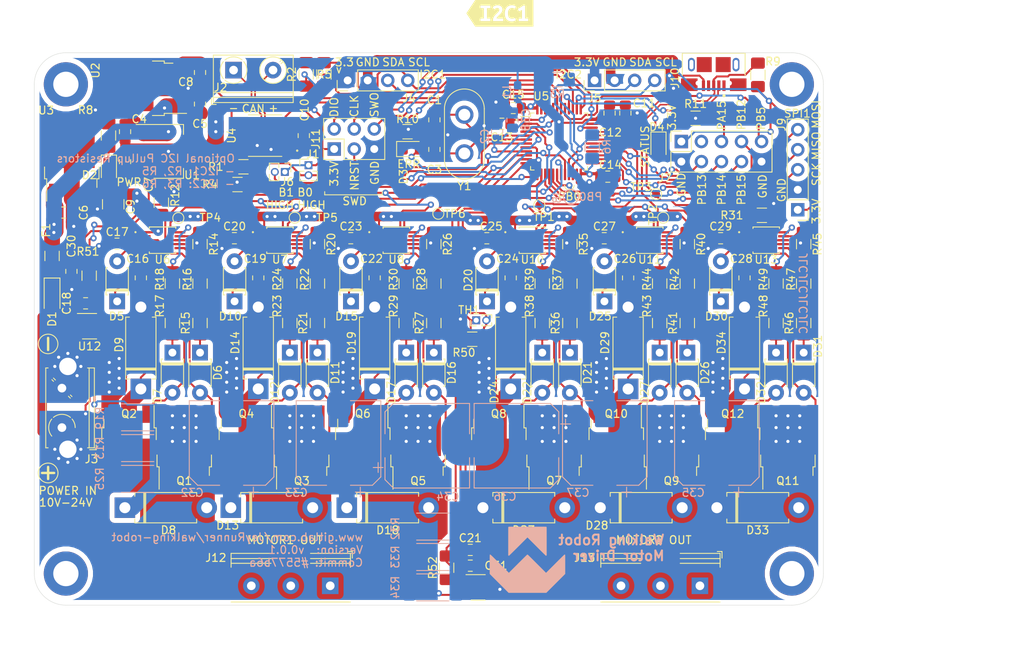
<source format=kicad_pcb>
(kicad_pcb (version 20221018) (generator pcbnew)
  (layers (0 "F.Cu" signal) (31 "B.Cu" signal) (34 "B.Paste" user) (35 "F.Paste" user) (36 "B.SilkS" user "B.Silkscreen") (37 "F.SilkS" user "F.Silkscreen") (38 "B.Mask" user) (39 "F.Mask" user) (44 "Edge.Cuts" user))
  (net 0 "")
  (net 1 "GND")
  (net 2 "HSC_IN")
  (net 3 "V_MOTOR_IN")
  (net 4 "HSC_OUT")
  (net 5 "Net-(C4-Pad1)")
  (net 6 "+3V3")
  (net 7 "+5V")
  (net 8 "V_DRIVERS")
  (net 9 "MOTOR1_PWM_A")
  (net 10 "MOTOR1_PWM_B")
  (net 11 "MOTOR1_PWM_C")
  (net 12 "Net-(D1-Pad1)")
  (net 13 "GPIO_LED_YELLOW")
  (net 14 "Net-(D3-Pad1)")
  (net 15 "GPIO_LED_GREEN")
  (net 16 "Net-(D4-Pad1)")
  (net 17 "Net-(D6-Pad2)")
  (net 18 "Net-(D6-Pad1)")
  (net 19 "Net-(D7-Pad2)")
  (net 20 "Net-(D7-Pad1)")
  (net 21 "Net-(D11-Pad2)")
  (net 22 "Net-(D11-Pad1)")
  (net 23 "Net-(D12-Pad2)")
  (net 24 "Net-(D12-Pad1)")
  (net 25 "Net-(D16-Pad2)")
  (net 26 "Net-(D16-Pad1)")
  (net 27 "Net-(D17-Pad2)")
  (net 28 "Net-(D17-Pad1)")
  (net 29 "BOOT0")
  (net 30 "CAN_+")
  (net 31 "CAN_-")
  (net 32 "I2C2_SCL")
  (net 33 "I2C2_SDA")
  (net 34 "BOOT1")
  (net 35 "GPIO_PB15__OR__SPI2_MOSI")
  (net 36 "GPIO_PA15")
  (net 37 "GPIO_PB14__OR__SPI2_MISO")
  (net 38 "GPIO_PB13__OR__SPI2_SCK")
  (net 39 "SPI1_MOSI")
  (net 40 "SPI1_MISO")
  (net 41 "SPI1_SCK")
  (net 42 "NRST")
  (net 43 "DEBUG_TRACE_SWO")
  (net 44 "DEBUG_SWCLK")
  (net 45 "DEBUG_SWDIO")
  (net 46 "MOTOR1_ENABLE")
  (net 47 "Net-(R15-Pad2)")
  (net 48 "Net-(R17-Pad2)")
  (net 49 "Net-(R21-Pad2)")
  (net 50 "Net-(R23-Pad2)")
  (net 51 "Net-(R27-Pad2)")
  (net 52 "Net-(R29-Pad2)")
  (net 53 "/Motor1_Output_Power_Stage_A/MOTOR_OUT_PHASE_X")
  (net 54 "/Motor1_Output_Power_Stage_B/MOTOR_OUT_PHASE_X")
  (net 55 "/Motor1_Output_Power_Stage_C/MOTOR_OUT_PHASE_X")
  (net 56 "/Motor2_Output_Power_Stage_C/MOTOR_OUT_PHASE_X")
  (net 57 "/Motor2_Output_Power_Stage_B/MOTOR_OUT_PHASE_X")
  (net 58 "/Motor2_Output_Power_Stage_A/MOTOR_OUT_PHASE_X")
  (net 59 "Net-(D21-Pad2)")
  (net 60 "Net-(D21-Pad1)")
  (net 61 "Net-(D22-Pad2)")
  (net 62 "Net-(D22-Pad1)")
  (net 63 "Net-(D26-Pad2)")
  (net 64 "Net-(D26-Pad1)")
  (net 65 "Net-(D27-Pad2)")
  (net 66 "Net-(D27-Pad1)")
  (net 67 "Net-(D31-Pad2)")
  (net 68 "Net-(D31-Pad1)")
  (net 69 "Net-(D32-Pad2)")
  (net 70 "Net-(D32-Pad1)")
  (net 71 "Net-(R41-Pad2)")
  (net 72 "Net-(C16-Pad1)")
  (net 73 "Net-(C19-Pad1)")
  (net 74 "Net-(C22-Pad1)")
  (net 75 "Net-(C28-Pad1)")
  (net 76 "Net-(R14-Pad1)")
  (net 77 "Net-(R20-Pad1)")
  (net 78 "Net-(R26-Pad1)")
  (net 79 "I2C1_SCL")
  (net 80 "I2C1_SDA")
  (net 81 "USB_D+")
  (net 82 "USB_D-")
  (net 83 "CAN_RX")
  (net 84 "CAN_TX")
  (net 85 "MOTOR1_V_IN")
  (net 86 "Net-(C24-Pad1)")
  (net 87 "Net-(C26-Pad1)")
  (net 88 "MOTOR1_CURRENT_SENSE")
  (net 89 "MOTOR2_CURRENT_SENSE")
  (net 90 "MOTOR2_V_IN")
  (net 91 "MOTOR2_ENABLE")
  (net 92 "Net-(R35-Pad1)")
  (net 93 "Net-(R36-Pad2)")
  (net 94 "Net-(R38-Pad2)")
  (net 95 "Net-(R40-Pad1)")
  (net 96 "Net-(R43-Pad2)")
  (net 97 "Net-(R45-Pad1)")
  (net 98 "Net-(R46-Pad2)")
  (net 99 "Net-(R48-Pad2)")
  (net 100 "TEMP_SENSOR1")
  (net 101 "Net-(R51-Pad2)")
  (net 102 "Net-(R52-Pad2)")
  (net 103 "MOTOR2_PWM_C")
  (net 104 "MOTOR2_PWM_B")
  (net 105 "MOTOR2_PWM_A")
  (net 106 "GPIO_PB5")
  (net 107 "GPIO_PB12")
  (net 108 "Net-(D2-Pad1)")
  (net 109 "VDDA")
  (net 110 "GPIO_PB0")
  (footprint "MountingHole:MountingHole_3.2mm_M3_DIN965_Pad" (layer "F.Cu") (at 186 111)
    (fp_text reference "H3")
    (fp_text value "MountingHole")
  )
  (footprint "MountingHole:MountingHole_3.2mm_M3_DIN965_Pad" (layer "F.Cu") (at 94 111)
    (fp_text reference "H4")
    (fp_text value "MountingHole")
  )
  (footprint "MountingHole:MountingHole_3.2mm_M3_DIN965_Pad" (layer "F.Cu") (at 186 49)
    (fp_text reference "H2")
    (fp_text value "MountingHole")
  )
  (footprint "Capacitor_SMD:C_0805_2012Metric_Pad1.15x1.40mm_HandSolder" (layer "F.Cu") (at 101.5 55 -90)
    (fp_text reference "C4")
    (fp_text value "330nF")
  )
  (footprint "Capacitor_SMD:C_0805_2012Metric_Pad1.15x1.40mm_HandSolder" (layer "F.Cu") (at 111 51.5 90)
    (fp_text reference "C5")
    (fp_text value "330nF")
  )
  (footprint "Capacitor_SMD:C_0805_2012Metric_Pad1.15x1.40mm_HandSolder" (layer "F.Cu") (at 93.725 65.25)
    (fp_text reference "C6")
    (fp_text value "330nF")
  )
  (footprint "Capacitor_SMD:C_0805_2012Metric_Pad1.15x1.40mm_HandSolder" (layer "F.Cu") (at 101.5 58.8 90)
    (fp_text reference "C7")
    (fp_text value "100nF")
  )
  (footprint "Capacitor_SMD:C_0805_2012Metric_Pad1.15x1.40mm_HandSolder" (layer "F.Cu") (at 111 47.5 -90)
    (fp_text reference "C8")
    (fp_text value "100nF")
  )
  (footprint "Capacitor_SMD:C_0805_2012Metric_Pad1.15x1.40mm_HandSolder" (layer "F.Cu") (at 124.15 55.5 -90)
    (fp_text reference "C10")
    (fp_text value "100nF")
  )
  (footprint "Capacitor_SMD:C_0805_2012Metric_Pad1.15x1.40mm_HandSolder" (layer "F.Cu") (at 164.9 52.65 -90)
    (fp_text reference "C11")
    (fp_text value "10uF")
  )
  (footprint "Capacitor_SMD:C_0805_2012Metric_Pad1.15x1.40mm_HandSolder" (layer "F.Cu") (at 162.9 52.65 -90)
    (fp_text reference "C12")
    (fp_text value "100nF")
  )
  (footprint "Capacitor_SMD:C_0805_2012Metric_Pad1.15x1.40mm_HandSolder" (layer "F.Cu") (at 149.25 54 180)
    (fp_text reference "C13")
    (fp_text value "100nF")
  )
  (footprint "LED_SMD:LED_0805_2012Metric_Pad1.15x1.40mm_HandSolder" (layer "F.Cu") (at 99.45 59.825 -90)
    (fp_text reference "D2")
    (fp_text value "LED_POWER")
  )
  (footprint "LED_SMD:LED_0805_2012Metric_Pad1.15x1.40mm_HandSolder" (layer "F.Cu") (at 169.1 56.9 -90)
    (fp_text reference "D4")
    (fp_text value "LED_Green")
  )
  (footprint "added:TerminalBlock_RND_205-00045_1x02_P5.00mm_Horizontal" (layer "F.Cu") (at 115.25 47.2)
    (fp_text reference "J2")
    (fp_text value "CAN")
  )
  (footprint "Resistor_SMD:R_1206_3216Metric_Pad1.42x1.75mm_HandSolder" (layer "F.Cu") (at 99.4 55.4875 -90)
    (fp_text reference "R8")
    (fp_text value "1k5")
  )
  (footprint "Resistor_SMD:R_1206_3216Metric_Pad1.42x1.75mm_HandSolder" (layer "F.Cu") (at 181.7 47.8 90)
    (fp_text reference "R9")
    (fp_text value "1k5")
  )
  (footprint "Package_TO_SOT_SMD:SOT-223-3_TabPin2" (layer "F.Cu") (at 107 57.5)
    (fp_text reference "U1")
    (fp_text value "UA78M33")
  )
  (footprint "Package_TO_SOT_SMD:TO-252-2" (layer "F.Cu") (at 104 49.5 180)
    (fp_text reference "U2")
    (fp_text value "L7805")
  )
  (footprint "Package_TO_SOT_SMD:TO-252-2" (layer "F.Cu") (at 94.75 58.5 90)
    (fp_text reference "U3")
    (fp_text value "KIA78D09F")
  )
  (footprint "MountingHole:MountingHole_3.2mm_M3_DIN965_Pad" (layer "F.Cu") (at 94 49)
    (fp_text reference "H1")
    (fp_text value "MountingHole")
  )
  (footprint "added:TerminalBlock_RND_205-00046_1x03_P5.00mm_Horizontal__extended_pads" (layer "F.Cu") (at 122.5 112.5 180)
    (fp_text reference "J12")
    (fp_text value "Motor1 Out")
  )
  (footprint "Package_QFP:LQFP-48_7x7mm_P0.5mm" (layer "F.Cu") (at 156.5 56.25)
    (fp_text reference "U5")
    (fp_text value "STM32F103C8Tx")
  )
  (footprint "Connector_PinHeader_2.54mm:PinHeader_1x04_P2.54mm_Vertical" (layer "F.Cu") (at 129.71 48.5 90)
    (fp_text reference "J4")
    (fp_text value "MOTOR1_SENSOR_I2C1")
  )
  (footprint "Fuse:Fuse_1206_3216Metric_Pad1.42x1.75mm_HandSolder" (layer "F.Cu") (at 92.25 70.75 90)
    (fp_text reference "F1")
    (fp_text value "Fuse 500mA")
  )
  (footprint "Capacitor_SMD:C_0805_2012Metric_Pad1.15x1.40mm_HandSolder" (layer "F.Cu") (at 94.7 72.7 -90)
    (fp_text reference "C30")
    (fp_text value "C_Small")
  )
  (footprint "Resistor_SMD:R_1206_3216Metric_Pad1.42x1.75mm_HandSolder" (layer "F.Cu") (at 145.5 81.3 180)
    (fp_text reference "R50")
    (fp_text value "20k")
  )
  (footprint "Resistor_SMD:R_1206_3216Metric_Pad1.42x1.75mm_HandSolder" (layer "F.Cu") (at 96.95 73.25 -90)
    (fp_text reference "R51")
    (fp_text value "R_Small_US")
  )
  (footprint "Capacitor_SMD:C_0805_2012Metric_Pad1.15x1.40mm_HandSolder" (layer "F.Cu") (at 96.5 76.75 180)
    (fp_text reference "C18")
    (fp_text value "0.1uF")
  )
  (footprint "Package_TO_SOT_SMD:SOT-23-5_HandSoldering" (layer "F.Cu") (at 97 79.65)
    (fp_text reference "U12")
    (fp_text value "INA180A2IDBVR")
  )
  (footprint "added:TerminalBlock_RND_205-00046_1x03_P5.00mm_Horizontal__extended_pads" (layer "F.Cu") (at 169.35 112.5 180)
    (fp_text reference "J13")
    (fp_text value "Motor2 Out")
  )
  (footprint "added:TerminalBlock_RND_205-00045_1x02_P5.00mm_Horizontal___with_holes" (layer "F.Cu") (at 93.5 90 90)
    (fp_text reference "J3")
    (fp_text value "Power_IN")
  )
  (footprint "Package_TO_SOT_SMD:TO-252-2" (layer "F.Cu") (at 148.8702 95.0034 -90)
    (fp_text reference "Q8")
    (fp_text value "LNG03R031")
  )
  (footprint "Resistor_SMD:R_1206_3216Metric_Pad1.42x1.75mm_HandSolder" (layer "F.Cu") (at 184.0002 74.2409 90)
    (fp_text reference "R49")
    (fp_text value "22R")
  )
  (footprint "Capacitor_SMD:C_0805_2012Metric_Pad1.15x1.40mm_HandSolder" (layer "F.Cu") (at 147.3452 68.5034 180)
    (fp_text reference "C25")
    (fp_text value "10uF")
  )
  (footprint "Diode_THT:D_T-1_P5.08mm_Horizontal" (layer "F.Cu") (at 172.7502 83.0034 -90)
    (fp_text reference "D26")
    (fp_text value "UF4007")
  )
  (footprint "Resistor_SMD:R_1206_3216Metric_Pad1.42x1.75mm_HandSolder" (layer "F.Cu") (at 172.7502 79.2534 90)
    (fp_text reference "R41")
    (fp_text value "5R")
  )
  (footprint "Package_TO_SOT_SMD:TO-252-2" (layer "F.Cu") (at 185.5002 95.0034 90)
    (fp_text reference "Q11")
    (fp_text value "LNG03R031")
  )
  (footprint "Resistor_SMD:R_1206_3216Metric_Pad1.42x1.75mm_HandSolder" (layer "F.Cu") (at 157.8702 74.2534 90)
    (fp_text reference "R37")
    (fp_text value "3.3R")
  )
  (footprint "Resistor_SMD:R_1206_3216Metric_Pad1.42x1.75mm_HandSolder" (layer "F.Cu") (at 154.3702 79.2534 90)
    (fp_text reference "R38")
    (fp_text value "10R")
  )
  (footprint "added:D_DO-15_P10.16mm__H1.4mm_Horizontal" (layer "F.Cu") (at 150.3702 87.5034 90)
    (fp_text reference "D24")
    (fp_text value "MUR460")
  )
  (footprint "added:D_DO-15_P10.16mm__H1.4mm_Horizontal" (layer "F.Cu") (at 146.95 102.65)
    (fp_text reference "D23")
    (fp_text value "MUR460")
  )
  (footprint "Diode_THT:D_T-1_P5.08mm_Horizontal" (layer "F.Cu") (at 162.2502 76.5034 90)
    (fp_text reference "D25")
    (fp_text value "UF4007")
  )
  (footprint "Resistor_SMD:R_1206_3216Metric_Pad1.42x1.75mm_HandSolder" (layer "F.Cu") (at 157.8702 69.2534 90)
    (fp_text reference "R35")
    (fp_text value "47R")
  )
  (footprint "Resistor_SMD:R_1206_3216Metric_Pad1.42x1.75mm_HandSolder" (layer "F.Cu") (at 172.7502 69.2534 90)
    (fp_text reference "R40")
    (fp_text value "47R")
  )
  (footprint "Resistor_SMD:R_1206_3216Metric_Pad1.42x1.75mm_HandSolder" (layer "F.Cu") (at 169.2502 74.2409 90)
    (fp_text reference "R44")
    (fp_text value "22R")
  )
  (footprint "Resistor_SMD:R_1206_3216Metric_Pad1.42x1.75mm_HandSolder" (layer "F.Cu") (at 169.2502 79.2534 90)
    (fp_text reference "R43")
    (fp_text value "10R")
  )
  (footprint "Resistor_SMD:R_1206_3216Metric_Pad1.42x1.75mm_HandSolder" (layer "F.Cu") (at 184.0002 79.2534 90)
    (fp_text reference "R48")
    (fp_text value "10R")
  )
  (footprint "Resistor_SMD:R_1206_3216Metric_Pad1.42x1.75mm_HandSolder" (layer "F.Cu") (at 187.5002 74.2534 90)
    (fp_text reference "R47")
    (fp_text value "3.3R")
  )
  (footprint "Resistor_SMD:R_1206_3216Metric_Pad1.42x1.75mm_HandSolder" (layer "F.Cu") (at 187.5002 79.2534 90)
    (fp_text reference "R46")
    (fp_text value "5R")
  )
  (footprint "Resistor_SMD:R_1206_3216Metric_Pad1.42x1.75mm_HandSolder" (layer "F.Cu") (at 187.5002 69.2534 90)
    (fp_text reference "R45")
    (fp_text value "47R")
  )
  (footprint "Diode_THT:D_T-1_P5.08mm_Horizontal" (layer "F.Cu") (at 187.5002 83.0034 -90)
    (fp_text reference "D31")
    (fp_text value "UF4007")
  )
  (footprint "Diode_THT:D_T-1_P5.08mm_Horizontal" (layer "F.Cu") (at 169.2502 83.0034 -90)
    (fp_text reference "D27")
    (fp_text value "UF4007")
  )
  (footprint "Package_TO_SOT_SMD:TO-252-2" (layer "F.Cu") (at 178.5002 95.0034 -90)
    (fp_text reference "Q12")
    (fp_text value "LNG03R031")
  )
  (footprint "Diode_THT:D_T-1_P5.08mm_Horizontal" (layer "F.Cu") (at 184.0002 83.0034 -90)
    (fp_text reference "D32")
    (fp_text value "UF4007")
  )
  (footprint "Resistor_SMD:R_1206_3216Metric_Pad1.42x1.75mm_HandSolder" (layer "F.Cu") (at 172.7502 74.2534 90)
    (fp_text reference "R42")
    (fp_text value "3.3R")
  )
  (footprint "Diode_THT:D_T-1_P5.08mm_Horizontal" (layer "F.Cu") (at 177.0002 76.5034 90)
    (fp_text reference "D30")
    (fp_text value "UF4007")
  )
  (footprint "Resistor_SMD:R_1206_3216Metric_Pad1.42x1.75mm_HandSolder" (layer "F.Cu") (at 157.8702 79.2534 90)
    (fp_text reference "R36")
    (fp_text value "5R")
  )
  (footprint "Capacitor_SMD:C_0805_2012Metric_Pad1.15x1.40mm_HandSolder" (layer "F.Cu") (at 150.3702 73.5284 -90)
    (fp_text reference "C24")
    (fp_text value "470nF")
  )
  (footprint "Resistor_SMD:R_1206_3216Metric_Pad1.42x1.75mm_HandSolder" (layer "F.Cu") (at 154.3702 74.2409 90)
    (fp_text reference "R39")
    (fp_text value "22R")
  )
  (footprint "Capacitor_SMD:C_0805_2012Metric_Pad1.15x1.40mm_HandSolder" (layer "F.Cu") (at 162.2252 68.5034 180)
    (fp_text reference "C27")
    (fp_text value "10uF")
  )
  (footprint "Capacitor_SMD:C_0805_2012Metric_Pad1.15x1.40mm_HandSolder" (layer "F.Cu") (at 180.0002 73.5284 -90)
    (fp_text reference "C28")
    (fp_text value "470nF")
  )
  (footprint "Capacitor_SMD:C_0805_2012Metric_Pad1.15x1.40mm_HandSolder" (layer "F.Cu") (at 165.2502 73.5284 -90)
    (fp_text reference "C26")
    (fp_text value "470nF")
  )
  (footprint "Diode_THT:D_T-1_P5.08mm_Horizontal" (layer "F.Cu") (at 147.3702 76.5034 90)
    (fp_text reference "D20")
    (fp_text value "UF4007")
  )
  (footprint "lm5106:LM5106MM_slash_NOPB" (layer "F.Cu") (at 182.7502 68.7534)
    (fp_text reference "U13")
    (fp_text value "LM5106MM_NOPB")
  )
  (footprint "lm5106:LM5106MM_slash_NOPB" (layer "F.Cu") (at 168.0002 68.7534)
    (fp_text reference "U11")
    (fp_text value "LM5106MM_NOPB")
  )
  (footprint "lm5106:LM5106MM_slash_NOPB" (layer "F.Cu") (at 153.1202 68.7534)
    (fp_text reference "U10")
    (fp_text value "LM5106MM_NOPB")
  )
  (footprint "Capacitor_SMD:C_0805_2012Metric_Pad1.15x1.40mm_HandSolder" (layer "F.Cu") (at 176.9752 68.5034 180)
    (fp_text reference "C29")
    (fp_text value "10uF")
  )
  (footprint "Resistor_SMD:R_1206_3216Metric_Pad1.42x1.75mm_HandSolder" (layer "F.Cu") (at 125.88 79.25 90)
    (fp_text reference "R21")
    (fp_text value "5R")
  )
  (footprint "Diode_THT:D_T-1_P5.08mm_Horizontal" (layer "F.Cu") (at 125.88 83 -90)
    (fp_text reference "D11")
    (fp_text value "UF4007")
  )
  (footprint "Diode_THT:D_T-1_P5.08mm_Horizontal" (layer "F.Cu") (at 154.3702 83.0034 -90)
    (fp_text reference "D22")
    (fp_text value "UF4007")
  )
  (footprint "Capacitor_SMD:C_0805_2012Metric_Pad1.15x1.40mm_HandSolder" (layer "F.Cu") (at 103.5 73.525 -90)
    (fp_text reference "C16")
    (fp_text value "470nF")
  )
  (footprint "Package_TO_SOT_SMD:TO-252-2" (layer "F.Cu") (at 102 95 -90)
    (fp_text reference "Q2")
    (fp_text value "LNG03R031")
  )
  (footprint "Diode_THT:D_T-1_P5.08mm_Horizontal" (layer "F.Cu") (at 100.5 76.5 90)
    (fp_text reference "D5")
    (fp_text value "UF4007")
  )
  (footprint "Capacitor_SMD:C_0805_2012Metric_Pad1.15x1.40mm_HandSolder" (layer "F.Cu") (at 118.38 73.525 -90)
    (fp_text reference "C19")
    (fp_text value "470nF")
  )
  (footprint "added:D_DO-15_P10.16mm__H1.4mm_Horizontal" (layer "F.Cu") (at 115 102.65)
    (fp_text reference "D13")
    (fp_text value "MUR460")
  )
  (footprint "Resistor_SMD:R_1206_3216Metric_Pad1.42x1.75mm_HandSolder" (layer "F.Cu") (at 140.63 74.25 90)
    (fp_text reference "R28")
    (fp_text value "3.3R")
  )
  (footprint "Capacitor_SMD:C_0805_2012Metric_Pad1.15x1.40mm_HandSolder" (layer "F.Cu") (at 130.105 68.5 180)
    (fp_text reference "C23")
    (fp_text value "10uF")
  )
  (footprint "Package_TO_SOT_SMD:TO-252-2" (layer "F.Cu") (at 123.88 95 90)
    (fp_text reference "Q3")
    (fp_text value "LNG03R031")
  )
  (footprint "Resistor_SMD:R_1206_3216Metric_Pad1.42x1.75mm_HandSolder" (layer "F.Cu") (at 122.38 74.2375 90)
    (fp_text reference "R24")
    (fp_text value "22R")
  )
  (footprint "Resistor_SMD:R_1206_3216Metric_Pad1.42x1.75mm_HandSolder" (layer "F.Cu") (at 140.63 69.25 90)
    (fp_text reference "R26")
    (fp_text value "47R")
  )
  (footprint "Diode_THT:D_T-1_P5.08mm_Horizontal" (layer "F.Cu") (at 130.13 76.5 90)
    (fp_text reference "D15")
    (fp_text value "UF4007")
  )
  (footprint "Resistor_SMD:R_1206_3216Metric_Pad1.42x1.75mm_HandSolder" (layer "F.Cu") (at 137.13 79.25 90)
    (fp_text reference "R29")
    (fp_text value "10R")
  )
  (footprint "Diode_THT:D_T-1_P5.08mm_Horizontal" (layer "F.Cu") (at 137.13 83 -90)
    (fp_text reference "D17")
    (fp_text value "UF4007")
  )
  (footprint "lm5106:LM5106MM_slash_NOPB" (layer "F.Cu") (at 121.13 68.75)
    (fp_text reference "U7")
    (fp_text value "LM5106MM_NOPB")
  )
  (footprint "Package_TO_SOT_SMD:TO-252-2" (layer "F.Cu") (at 138.63 95 90)
    (fp_text reference "Q5")
    (fp_text value "LNG03R031")
  )
  (footprint "Capacitor_SMD:C_0805_2012Metric_Pad1.15x1.40mm_HandSolder" (layer "F.Cu") (at 115.355 68.5 180)
    (fp_text reference "C20")
    (fp_text value "10uF")
  )
  (footprint "lm5106:LM5106MM_slash_NOPB" (layer "F.Cu") (at 106.25 68.75)
    (fp_text reference "U6")
    (fp_text value "LM5106MM_NOPB")
  )
  (footprint "Resistor_SMD:R_1206_3216Metric_Pad1.42x1.75mm_HandSolder" (layer "F.Cu") (at 107.5 74.2375 90)
    (fp_text reference "R18")
    (fp_text value "22R")
  )
  (footprint "Package_TO_SOT_SMD:TO-252-2" (layer "F.Cu") (at 109 95 90)
    (fp_text reference "Q1")
    (fp_text value "LNG03R031")
  )
  (footprint "Resistor_SMD:R_1206_3216Metric_Pad1.42x1.75mm_HandSolder" (layer "F.Cu") (at 111 69.25 90)
    (fp_text reference "R14")
    (fp_text value "47R")
  )
  (footprint "Resistor_SMD:R_1206_3216Metric_Pad1.42x1.75mm_HandSolder" (layer "F.Cu") (at 125.88 74.25 90)
    (fp_text reference "R22")
    (fp_text value "3.3R")
  )
  (footprint "Diode_THT:D_T-1_P5.08mm_Horizontal" (layer "F.Cu") (at 115.38 76.5 90)
    (fp_text reference "D10")
    (fp_text value "UF4007")
  )
  (footprint "Diode_THT:D_T-1_P5.08mm_Horizontal" (layer "F.Cu") (at 111 83 -90)
    (fp_text reference "D6")
    (fp_text value "UF4007")
  )
  (footprint "Resistor_SMD:R_1206_3216Metric_Pad1.42x1.75mm_HandSolder" (layer "F.Cu") (at 122.38 79.25 90)
    (fp_text reference "R23")
    (fp_text value "10R")
  )
  (footprint "Resistor_SMD:R_1206_3216Metric_Pad1.42x1.75mm_HandSolder" (layer "F.Cu") (at 137.13 74.2375 90)
    (fp_text reference "R30")
    (fp_text value "22R")
  )
  (footprint "Resistor_SMD:R_1206_3216Metric_Pad1.42x1.75mm_HandSolder" (layer "F.Cu") (at 140.63 79.25 90)
    (fp_text reference "R27")
    (fp_text value "5R")
  )
  (footprint "lm5106:LM5106MM_slash_NOPB" (layer "F.Cu") (at 135.88 68.75)
    (fp_text reference "U8")
    (fp_text value "LM5106MM_NOPB")
  )
  (footprint "added:D_DO-15_P10.16mm__H1.4mm_Horizontal" (layer "F.Cu") (at 103.5 87.5 90)
    (fp_text reference "D9")
    (fp_text value "MUR460")
  )
  (footprint "added:D_DO-15_P10.16mm__H1.4mm_Horizontal" (layer "F.Cu") (at 129.7 102.65)
    (fp_text reference "D18")
    (fp_text value "MUR460")
  )
  (footprint "Resistor_SMD:R_1206_3216Metric_Pad1.42x1.75mm_HandSolder" (layer "F.Cu") (at 111 79.25 90)
    (fp_text reference "R15")
    (fp_text value "5R")
  )
  (footprint "Resistor_SMD:R_1206_3216Metric_Pad1.42x1.75mm_HandSolder" (layer "F.Cu") (at 125.88 69.25 90)
    (fp_text reference "R20")
    (fp_text value "47R")
  )
  (footprint "added:D_DO-15_P10.16mm__H1.4mm_Horizontal" (layer "F.Cu") (at 165.2502 87.5034 90)
    (fp_text reference "D29")
    (fp_text value "MUR460")
  )
  (footprint "added:D_DO-15_P10.16mm__H1.4mm_Horizontal" (layer "F.Cu") (at 180.0002 87.5034 90)
    (fp_text reference "D34")
    (fp_text value "MUR460")
  )
  (footprint "Diode_THT:D_T-1_P5.08mm_Horizontal" (layer "F.Cu") (at 157.8702 83.0034 -90)
    (fp_text reference "D21")
    (fp_text value "UF4007")
  )
  (footprint "Package_TO_SOT_SMD:TO-252-2" (layer "F.Cu") (at 170.7502 95.0034 90)
    (fp_text reference "Q9")
    (fp_text value "LNG03R031")
  )
  (footprint "added:D_DO-15_P10.16mm__H1.4mm_Horizontal" (layer "F.Cu") (at 133.13 87.5 90)
    (fp_text reference "D19")
    (fp_text value "MUR460")
  )
  (footprint "Diode_THT:D_T-1_P5.08mm_Horizontal" (layer "F.Cu") (at 140.63 83 -90)
    (fp_text reference "D16")
    (fp_text value "UF4007")
  )
  (footprint "Resistor_SMD:R_1206_3216Metric_Pad1.42x1.75mm_HandSolder" (layer "F.Cu") (at 111 74.25 90)
    (fp_text reference "R16")
    (fp_text value "3.3R")
  )
  (footprint "Capacitor_SMD:C_0805_2012Metric_Pad1.15x1.40mm_HandSolder" (layer "F.Cu") (at 133.13 73.525 -90)
    (fp_text reference "C22")
    (fp_text value "470nF")
  )
  (footprint "Diode_THT:D_T-1_P5.08mm_Horizontal" (layer "F.Cu") (at 122.38 83 -90)
    (fp_text reference "D12")
    (fp_text value "UF4007")
  )
  (footprint "Diode_SMD:D_SOD-123F" (layer "F.Cu") (at 92.25 75.75 -90)
    (fp_text reference "D1")
    (fp_text value "GOODWORK K14")
  )
  (footprint "added:TH_2PIN_1.27mm" (layer "F.Cu") (at 146.75 78.9 90)
    (fp_text reference "TH1")
    (fp_text value "TKS NTSA3104HZ048")
  )
  (footprint "Connector_PinHeader_2.54mm:PinHeader_1x04_P2.54mm_Vertical" (layer "F.Cu") (at 161 48.5 90)
    (fp_text reference "J5")
    (fp_text value "MOTOR2_SENSOR_I2C2")
  )
  (footprint "Capacitor_SMD:C_0805_2012Metric_Pad1.15x1.40mm_HandSolder" (layer "F.Cu") (at 150.7 52 180)
    (fp_text reference "C15")
    (fp_text value "100nF")
  )
  (footprint "Capacitor_SMD:C_0805_2012Metric_Pad1.15x1.40mm_HandSolder" (layer "F.Cu") (at 162.675 60.7)
    (fp_text reference "C14")
    (fp_text value "100nF")
  )
  (footprint "Capacitor_SMD:C_0805_2012Metric_Pad1.15x1.40mm_HandSolder" (layer "F.Cu") (at 140.7 57.25 90)
    (fp_text reference "C3")
    (fp_text value "20pF")
  )
  (footprint "Capacitor_SMD:C_0805_2012Metric_Pad1.15x1.40mm_HandSolder" (layer "F.Cu") (at 140.7 53.5 -90)
    (fp_text reference "C1")
    (fp_text value "20pF")
  )
  (footprint "Crystal:Crystal_HC50_Vertical" (layer "F.Cu") (at 144.5 57.75 90)
    (fp_text reference "Y1")
    (fp_text value "Crystal 8Mhz")
  )
  (footprint "Connector_PinSocket_2.54mm:PinSocket_2x05_P2.54mm_Vertical" (layer "F.Cu") (at 172 56.25 90)
    (fp_text reference "J7")
    (fp_text value "GPIO Header")
  )
  (footprint "tja1050t:TJA1050T" (layer "F.Cu") (at 119.25 55.5 180)
    (fp_text reference "U4")
    (fp_text value "TJA1050T")
  )
  (footprint "Resistor_SMD:R_1206_3216Metric_Pad1.42x1.75mm_HandSolder" (layer "F.Cu") (at 126.7 47.75 90)
    (fp_text reference "R5")
    (fp_text value "2k2")
  )
  (footprint "Resistor_SMD:R_1206_3216Metric_Pad1.42x1.75mm_HandSolder" (layer "F.Cu") (at 173.8 53.3)
    (fp_text reference "R11")
    (fp_text value "1k5")
  )
  (footprint "Resistor_SMD:R_1206_3216Metric_Pad1.42x1.75mm_HandSolder" (layer "F.Cu") (at 106.1 64 90)
    (fp_text reference "R12")
    (fp_text value "40k")
  )
  (footprint "Resistor_SMD:R_1206_3216Metric_Pad1.42x1.75mm_HandSolder" (layer "F.Cu") (at 182.2 65.6)
    (fp_text reference "R31")
    (fp_text value "40k")
  )
  (footprint "Connector_PinHeader_2.54mm:PinHeader_1x05_P2.54mm_Vertical" (layer "F.Cu") (at 186.75 64.9 180)
    (fp_text reference "J9")
    (fp_text value "MOTOR3_SENSOR_SPI1")
  )
  (footprint "added:PinHeader_1x02_P1.27mm_Vertical__smallerOutline" (layer "F.Cu") (at 124.75 59.25)
    (fp_text reference "J1")
    (fp_text value "BOOT0_HIGH_JUMP")
  )
  (footprint "Resistor_SMD:R_1206_3216Metric_Pad1.42x1.75mm_HandSolder" (layer "F.Cu") (at 115.75 61.7)
    (fp_text reference "R4")
    (fp_text value "47K")
  )
  (footprint "Capacitor_SMD:C_0805_2012Metric_Pad1.15x1.40mm_HandSolder" (layer "F.Cu") (at 145.25 110)
    (fp_text reference "C31")
    (fp_text value "C_Small")
  )
  (footprint "Capacitor_SMD:C_0805_2012Metric_Pad1.15x1.40mm_HandSolder" (layer "F.Cu") (at 145.25 108 180)
    (fp_text reference "C21")
    (fp_text value "0.1uF")
  )
  (footprint "Package_TO_SOT_SMD:SOT-23-5_HandSoldering" (layer "F.Cu") (at 146.25 112.75)
    (fp_text reference "U9")
    (fp_text value "INA180A2IDBVR")
  )
  (footprint "Resistor_SMD:R_1206_3216Metric_Pad1.42x1.75mm_HandSolder" (layer "F.Cu") (at 142.25 110.2625 -90)
    (fp_text reference "R52")
    (fp_text value "R_Small_US")
  )
  (footprint "Capacitor_SMD:C_1210_3225Metric_Pad1.42x2.65mm_HandSolder" (layer "F.Cu") (at 100 64.2 -90)
    (fp_text reference "C9")
    (fp_text value "47uF")
  )
  (footprint "Connector_PinHeader_2.54mm:PinHeader_2x03_P2.54mm_Vertical" (layer "F.Cu") (at 128 57.2 90)
    (fp_text reference "J11")
    (fp_text value "SWD")
  )
  (footprint "Resistor_SMD:R_1206_3216Metric_Pad1.42x1.75mm_HandSolder" (layer "F.Cu") (at 116.5 59.45)
    (fp_text reference "R1")
    (fp_text value "47K")
  )
  (footprint "added:PinHeader_1x02_P1.27mm_Vertical__smallerOutline" (layer "F.Cu") (at 121.75 60.1 -90)
    (fp_text reference "J6")
    (fp_text value "BOOT1_HIGH_JUMP")
  )
  (footprint "LED_SMD:LED_0805_2012Metric_Pad1.15x1.40mm_HandSolder" (layer "F.Cu") (at 137.775 57.2)
    (fp_text reference "D3")
    (fp_text value "LED_Yellow")
  )
  (footprint "Resistor_SMD:R_1206_3216Metric_Pad1.42x1.75mm_HandSolder" (layer "F.Cu") (at 137.3 55)
    (fp_text reference "R10")
    (fp_text value "1k5")
  )
  (footprint "micro_usb:XKB_U254-051T-4BH83-F1S" (layer "F.Cu") (at 176.1 46.5 180)
    (fp_text reference "J10")
    (fp_text value "USB_B_Micro")
  )
  (footprint "Resistor_SMD:R_1206_3216Metric_Pad1.42x1.75mm_HandSolder" (layer "F.Cu") (at 107.5 79.25 90)
    (fp_text reference "R17")
    (fp_text value "10R")
  )
  (footprint "Capacitor_SMD:C_0805_2012Metric_Pad1.15x1.40mm_HandSolder" (layer "F.Cu") (at 100.475 69.2 180)
    (fp_text reference "C17")
    (fp_text value "10uF")
  )
  (footprint "TestPoint:TestPoint_Pad_D1.0mm" (layer "F.Cu") (at 169.7 65.9)
    (fp_text reference "TP2")
    (fp_text value "PWM")
  )
  (footprint "TestPoint:TestPoint_Pad_D1.0mm" (layer "F.Cu") (at 168.8 62.9)
    (fp_text reference "TP3")
    (fp_text value "PWM")
  )
  (footprint "TestPoint:TestPoint_Pad_D1.0mm" (layer "F.Cu") (at 108.25 65.95)
    (fp_text reference "TP4")
    (fp_text value "PWM")
  )
  (footprint "TestPoint:TestPoint_Pad_D1.0mm" (layer "F.Cu") (at 123 65.9)
    (fp_text reference "TP5")
    (fp_text value "PWM")
  )
  (footprint "TestPoint:TestPoint_Pad_D1.0mm" (layer "F.Cu") (at 141.2 65.4)
    (fp_text reference "TP6")
    (fp_text value "PWM")
  )
  (footprint "TestPoint:TestPoint_Pad_D1.0mm" (layer "F.Cu") (at 154 64.3)
    (fp_text reference "TP1")
    (fp_text value "PWM")
  )
  (footprint "Diode_THT:D_T-1_P5.08mm_Horizontal" (layer "F.Cu") (at 107.5 83 -90)
    (fp_text reference "D7")
    (fp_text value "UF4007")
  )
  (footprint "added:D_DO-15_P10.16mm__H1.4mm_Horizontal" (layer "F.Cu") (at 101.575 102.65)
    (fp_text reference "D8")
    (fp_text value "MUR460")
  )
  (footprint "added:D_DO-15_P10.16mm__H1.4mm_Horizontal" (layer "F.Cu") (at 161.825 102.65)
    (fp_text reference "D28")
    (fp_text value "MUR460")
  )
  (footprint "added:D_DO-15_P10.16mm__H1.4mm_Horizontal" (layer "F.Cu") (at 176.6 102.65)
    (fp_text reference "D33")
    (fp_text value "MUR460")
  )
  (footprint "added:D_DO-15_P10.16mm__H1.4mm_Horizontal" (layer "F.Cu") (at 118.38 87.5 90)
    (fp_text reference "D14")
    (fp_text value "MUR460")
  )
  (footprint "Resistor_SMD:R_1206_3216Metric_Pad1.42x1.75mm_HandSolder" (layer "F.Cu") (at 124.45 47.7375 90)
    (fp_text reference "R2")
    (fp_text value "2k2")
  )
  (footprint "Package_TO_SOT_SMD:TO-252-2" (layer "F.Cu") (at 163.7502 95.0034 -90)
    (fp_text reference "Q10")
    (fp_text value "LNG03R031")
  )
  (footprint "Package_TO_SOT_SMD:TO-252-2" (layer "F.Cu") (at 155.8702 95.0034 90)
    (fp_text reference "Q7")
    (fp_text value "LNG03R031")
  )
  (footprint "Package_TO_SOT_SMD:TO-252-2" (layer "F.Cu") (at 131.63 95 -90)
    (fp_text reference "Q6")
    (fp_text value "LNG03R031")
  )
  (footprint "Package_TO_SOT_SMD:TO-252-2" (layer "F.Cu") (at 116.88 95 -90)
    (fp_text reference "Q4")
    (fp_text value "LNG03R031")
  )
  (footprint "kibuzzard-642D7167" (layer "F.Cu") (at 149 40)
    (fp_text reference "kibuzzard-642D7167" hide)
    (fp_text value "G***" hide)
  )
  (footprint "Resistor_SMD:R_1206_3216Metric_Pad1.42x1.75mm_HandSolder" (layer "B.Cu") (at 156.3 48.4)
    (fp_text reference "R3")
    (fp_text value "2k2")
  )
  (footprint "Resistor_SMD:R_1206_3216Metric_Pad1.42x1.75mm_HandSolder" (layer "B.Cu") (at 160.7 56.9 90)
    (fp_text reference "R6")
    (fp_text value "2k2")
  )
  (footprint "Resistor_SMD:R_2512_6332Metric_Pad1.52x3.35mm_HandSolder" (layer "B.Cu") (at 103.1 95.1 180)
    (fp_text reference "R13")
    (fp_text value "4m")
  )
  (footprint "Resistor_SMD:R_2512_6332Metric_Pad1.52x3.35mm_HandSolder" (layer "B.Cu") (at 103.1 91.2 180)
    (fp_text reference "R19")
    (fp_text value "4m")
  )
  (footprint "Resistor_SMD:R_2512_6332Metric_Pad1.52x3.35mm_HandSolder" (layer "B.Cu") (at 103.0875 99 180)
    (fp_text reference "R25")
    (fp_text value "4m")
  )
  (footprint "Resistor_SMD:R_2512_6332Metric_Pad1.52x3.35mm_HandSolder" (layer "B.Cu") (at 140.5 108.9 180)
    (fp_text reference "R33")
    (fp_text value "4m")
  )
  (footprint "Resistor_SMD:R_2512_6332Metric_Pad1.52x3.35mm_HandSolder" (layer "B.Cu") (at 140.5 112.75 180)
    (fp_text reference "R34")
    (fp_text value "4m")
  )
  (footprint "Capacitor_SMD:CP_Elec_10x10.5" (layer "B.Cu") (at 151.1 94.8 180)
    (fp_text reference "C36")
    (fp_text value "470uF")
  )
  (footprint "Capacitor_SMD:CP_Elec_10x10.5" (layer "B.Cu") (at 139.8 94.8)
    (fp_text reference "C34")
    (fp_text value "470uF")
  )
  (footprint "Capacitor_SMD:C_0805_2012Metric_Pad1.15x1.40mm_HandSolder" (layer "B.Cu") (at 148.65 54.95 90)
    (fp_text reference "C2")
    (fp_text value "1uF")
  )
  (footprint "Capacitor_SMD:C_0805_2012Metric_Pad1.15x1.40mm_HandSolder" (layer "B.Cu") (at 150.6 53.525 90)
    (fp_text reference "C38")
    (fp_text value "100nF")
  )
  (footprint "Inductor_SMD:L_0603_1608Metric_Pad1.05x0.95mm_HandSolder" (layer "B.Cu") (at 151.25 50 90)
    (fp_text reference "L1")
    (fp_text value "27nH")
  )
  (footprint "Resistor_SMD:R_2512_6332Metric_Pad1.52x3.35mm_HandSolder" (layer "B.Cu") (at 140.5 105.05 180)
    (fp_text reference "R32")
    (fp_text value "4m")
  )
  (footprint "logo:logo" (layer "B.Cu") (at 152.5 109.25 180)
    (fp_text reference "DRA1" hide)
    (fp_text value "LOGO" hide)
  )
  (footprint "TestPoint:TestPoint_Pad_D1.5mm" (layer "B.Cu") (at 158 63.25)
    (fp_text reference "J8")
    (fp_text value "PB0")
  )
  (footprint "Capacitor_SMD:CP_Elec_10x10.5" (layer "B.Cu") (at 162.3 94.45 90)
    (fp_text reference "C37")
    (fp_text value "470uF")
  )
  (footprint "Capacitor_SMD:CP_Elec_10x10.5" (layer "B.Cu") (at 128.55 94.45 90)
    (fp_text reference "C33")
    (fp_text value "470uF")
  )
  (footprint "Capacitor_SMD:CP_Elec_10x10.5" (layer "B.Cu") (at 115 94.45 90)
    (fp_text reference "C32")
    (fp_text value "470uF")
  )
  (footprint "Capacitor_SMD:CP_Elec_10x10.5" (layer "B.Cu") (at 176.5 94.45 90)
    (fp_text reference "C35")
    (fp_text value "470uF")
  )
  (gr_circle (center 91.75 98.25) (end 92.75 97.5) (stroke (width 0.12)) (fill none) (layer "F.SilkS"))
  (gr_line (start 134.1 63) (end 134.1 62.6) (stroke (width 0.12)) (layer "F.SilkS"))
  (gr_line (start 126.8 63) (end 126.8 62.6) (stroke (width 0.12)) (layer "F.SilkS"))
  (gr_arc (start 158.4 61.8) (mid 157.8 62.4) (end 157.2 61.8) (stroke (width 0.12)) (layer "F.SilkS"))
  (gr_circle (center 91.75 81.9) (end 92.6 81) (stroke (width 0.12)) (fill none) (layer "F.SilkS"))
  (gr_line (start 134.1 63) (end 126.8 63) (stroke (width 0.12)) (layer "F.SilkS"))
  (gr_line (start 190 111) (end 190 49) (stroke (width 0.05)) (layer "Edge.Cuts"))
  (gr_line (start 94 115) (end 186 115) (stroke (width 0.05)) (layer "Edge.Cuts"))
  (gr_arc (start 94 115) (mid 91.171573 113.828427) (end 90 111) (stroke (width 0.05)) (layer "Edge.Cuts"))
  (gr_line (start 90 49) (end 90 111) (stroke (width 0.05)) (layer "Edge.Cuts"))
  (gr_arc (start 190 111) (mid 188.828427 113.828427) (end 186 115) (stroke (width 0.05)) (layer "Edge.Cuts"))
  (gr_arc (start 90 49) (mid 91.171573 46.171573) (end 94 45) (stroke (width 0.05)) (layer "Edge.Cuts"))
  (gr_arc (start 186 45) (mid 188.828427 46.171573) (end 190 49) (stroke (width 0.05)) (layer "Edge.Cuts"))
  (gr_line (start 94 45) (end 186 45) (stroke (width 0.05)) (layer "Edge.Cuts"))
  (gr_text "Walking Robot \nMotor Driver" (at 170 107.75) (layer "B.SilkS") (effects (font (size 1.25 1.25) (thickness 0.25)) (justify left mirror)))
  (gr_text "www.gitlab.com/JeyRunner/walking-robot\nVersion:  v0.0.1\nCommit: #5577b6a" (at 131.75 108) (layer "B.SilkS") (effects (font (size 1 1)) (justify left mirror)))
  (gr_text "PB0" (at 160.5 63.25) (layer "B.SilkS") (effects (font (size 1 1)) (justify mirror)))
  (gr_text "Optional I2C Pullup Resistors\n- I2C1: R2, R5\n- I2C2: R3, R6" (at 115.5 60) (layer "B.SilkS") (effects (font (size 1 1)) (justify left mirror)))
  (gr_text "JLCJLCJLCJLC" (at 187.475 75.5 90) (layer "B.SilkS") (effects (font (size 1 1)) (justify mirror)))
  (gr_text "SWO" (at 133.1 53.25 90) (layer "F.SilkS") (effects (font (size 1 1)) (justify left)))
  (gr_text "PB14" (at 177.1 60.3 90) (layer "F.SilkS") (effects (font (size 1 1)) (justify right)))
  (gr_text "PB13" (at 174.6 60.3 90) (layer "F.SilkS") (effects (font (size 1 1)) (justify right)))
  (gr_text "PB5" (at 182.1 54.9 90) (layer "F.SilkS") (effects (font (size 1 1)) (justify left)))
  (gr_text "3.3V" (at 170.8 54.9 90) (layer "F.SilkS") (effects (font (size 1 1)) (justify left)))
  (gr_text "GND" (at 172 60.1 90) (layer "F.SilkS") (effects (font (size 1 1)) (justify right)))
  (gr_text "3.3V" (at 189.1 65.1 90) (layer "F.SilkS") (effects (font (size 1 1))))
  (gr_text "GND" (at 182.3 60.3 90) (layer "F.SilkS") (effects (font (size 1 1)) (justify right)))
  (gr_text " I2C1" (at 140.1 47.75) (layer "F.SilkS") (effects (font (size 1 1))))
  (gr_text "+" (at 91.6 98.25 90) (layer "F.SilkS") (effects (font (size 2 2) (thickness 0.3))))
  (gr_text "B1\nHIGH" (at 123 63.5) (layer "F.SilkS") (effects (font (size 1 1)) (justify right)))
  (gr_text "B0\nHIGH" (at 123.25 63.5) (layer "F.SilkS") (effects (font (size 1 1)) (justify left)))
  (gr_text "NRST" (at 130.6 58.6 90) (layer "F.SilkS") (effects (font (size 1 1)) (justify right)))
  (gr_text "SWD" (at 130.6 63.8) (layer "F.SilkS") (effects (font (size 1 1))))
  (gr_text "SCL" (at 170.04 46.2) (layer "F.SilkS") (effects (font (size 1 1))))
  (gr_text "SDA" (at 166.79 46.2) (layer "F.SilkS") (effects (font (size 1 1))))
  (gr_text "GND" (at 163.54 46.2) (layer "F.SilkS") (effects (font (size 1 1))))
  (gr_text "3.3V" (at 160 46.2) (layer "F.SilkS") (effects (font (size 1 1) (thickness 0.153))))
  (gr_text " I2C2" (at 159.5 47.75) (layer "F.SilkS") (effects (font (size 1 1)) (justify right)))
  (gr_text "MOTOR2 OUT" (at 168.5 106.75) (layer "F.SilkS") (effects (font (size 1 1))))
  (gr_text "3.3" (at 129.3 46.2) (layer "F.SilkS") (effects (font (size 1 1) (thickness 0.153))))
  (gr_text "POWER IN" (at 94.25 100.5) (layer "F.SilkS") (effects (font (size 1 1))))
  (gr_text "PWR" (at 102 61.4) (layer "F.SilkS") (effects (font (size 1 1))))
  (gr_text "SDA" (at 135.5 46.2) (layer "F.SilkS") (effects (font (size 1 1))))
  (gr_text "3.3V" (at 128 58.6 90) (layer "F.SilkS") (effects (font (size 1 1)) (justify right)))
  (gr_text "GND" (at 132.25 46.2) (layer "F.SilkS") (effects (font (size 1 1))))
  (gr_text "PB12" (at 179.6 54.9 90) (layer "F.SilkS") (effects (font (size 1 1)) (justify left)))
  (gr_text "v" (at 128.6 47.1) (layer "F.SilkS") (effects (font (size 1 1))))
  (gr_text "ERR" (at 139 59.1) (layer "F.SilkS") (effects (font (size 1 1)) (justify right)))
  (gr_text "STATUS" (at 167.4 56.9 90) (layer "F.SilkS") (effects (font (size 1 1))))
  (gr_text "SPI1" (at 186.7 52.7) (layer "F.SilkS") (effects (font (size 1 1))))
  (gr_text "-" (at 91.6 81.9 90) (layer "F.SilkS") (effects (font (size 2 2) (thickness 0.3))))
  (gr_text "GND" (at 133.15 58.6 90) (layer "F.SilkS") (effects (font (size 1 1)) (justify right)))
  (gr_text "MOSI" (at 189.1 52.8 90) (layer "F.SilkS") (effects (font (size 1 1))))
  (gr_text "MISO" (at 189.1 56.8 90) (layer "F.SilkS") (effects (font (size 1 1))))
  (gr_text "MOTOR1 OUT" (at 121.75 106.75) (layer "F.SilkS") (effects (font (size 1 1))))
  (gr_text "+" (at 120.3 52) (layer "F.SilkS") (effects (font (size 1 1))))
  (gr_text "CLK" (at 130.55 53.25 90) (layer "F.SilkS") (effects (font (size 1 1)) (justify left)))
  (gr_text "SCK" (at 189.1 60.4 90) (layer "F.SilkS") (effects (font (size 1 1))))
  (gr_text "SCL" (at 138.75 46.2) (layer "F.SilkS") (effects (font (size 1 1))))
  (gr_text "PB15" (at 179.6 60.3 90) (layer "F.SilkS") (effects (font (size 1 1)) (justify right)))
  (gr_text "CAN" (at 117.75 52.1) (layer "F.SilkS") (effects (font (size 1 1))))
  (gr_text "PB0" (at 157.8 63.2) (layer "F.SilkS") (effects (font (size 1 1))))
  (gr_text "-" (at 115.25 52) (layer "F.SilkS") (effects (font (size 1 1))))
  (gr_text "DIO" (at 128 53.25 90) (layer "F.SilkS") (effects (font (size 1 1)) (justify left)))
  (gr_text "GND" (at 184.7 62.4 90) (layer "F.SilkS") (effects (font (size 1 1))))
  (gr_text "PA15" (at 177.1 54.9 90) (layer "F.SilkS") (effects (font (size 1 1)) (justify left)))
  (gr_text "10V-24V" (at 94 102) (layer "F.SilkS") (effects (font (size 1 1))))
  (segment (start 99.72 90.8) (end 99.72 88.53) (width 2) (layer "F.Cu") (net 1))
  (segment (start 100.75 85) (end 100.75 87.5) (width 2) (layer "F.Cu") (net 1))
  (segment (start 99.5 90.58) (end 99.72 90.8) (width 2) (layer "F.Cu") (net 1))
  (segment (start 99.72 88.53) (end 100.75 87.5) (width 2) (layer "F.Cu") (net 1))
  (segment (start 100.75 85) (end 100.75 83.75) (width 2) (layer "F.Cu") (net 1))
  (segment (start 99.5 88) (end 99.5 90.58) (width 2) (layer "F.Cu") (net 1))
  (segment (start 100.75 83.75) (end 100 83.75) (width 2) (layer "F.Cu") (net 1))
  (segment (start 99.5 85.5) (end 99.5 88) (width 2) (layer "F.Cu") (net 1))
  (segment (start 99.5 84.25) (end 99.5 85.5) (width 2) (layer "F.Cu") (net 1))
  (segment (start 104.2 76.775) (end 103.5 76.775) (width 0.25) (layer "F.Cu") (net 1))
  (segment (start 100 83.75) (end 99.5 84.25) (width 2) (layer "F.Cu") (net 1))
  (segment (start 159.084298 61.8) (end 160.75 61.8) (width 0.25) (layer "F.Cu") (net 1))
  (segment (start 160.35 61.4) (end 160.75 61.8) (width 0.25) (layer "F.Cu") (net 1))
  (segment (start 159.950001 61.799999) (end 160.35 61.4) (width 0.25) (layer "F.Cu") (net 1))
  (segment (start 140.7 55.5) (end 140.7 56.225) (width 1.2) (layer "F.Cu") (net 1))
  (segment (start 144.225 108) (end 144.275 108) (width 0.25) (layer "F.Cu") (net 1))
  (segment (start 144.275 108) (end 146.275 110) (width 0.25) (layer "F.Cu") (net 1))
  (segment (start 114.38 85.5) (end 114.38 88) (width 2) (layer "F.Cu") (net 1))
  (segment (start 115.63 85) (end 115.63 87.5) (width 2) (layer "F.Cu") (net 1))
  (segment (start 115.63 85) (end 115.63 83.75) (width 2) (layer "F.Cu") (net 1))
  (segment (start 114.6 88.53) (end 115.63 87.5) (width 2) (layer "F.Cu") (net 1))
  (segment (start 114.6 90.8) (end 114.6 88.53) (width 2) (layer "F.Cu") (net 1))
  (segment (start 114.38 90.58) (end 114.6 90.8) (width 2) (layer "F.Cu") (net 1))
  (segment (start 114.38 88) (end 114.38 90.58) (width 2) (layer "F.Cu") (net 1))
  (segment (start 114.38 84.25) (end 114.38 85.5) (width 2) (layer "F.Cu") (net 1))
  (segment (start 114.88 83.75) (end 114.38 84.25) (width 2) (layer "F.Cu") (net 1))
  (segment (start 115.63 83.75) (end 114.88 83.75) (width 2) (layer "F.Cu") (net 1))
  (segment (start 119.08 76.775) (end 118.38 76.775) (width 0.25) (layer "F.Cu") (net 1))
  (segment (start 125.48 68.1625) (end 125.88 67.7625) (width 0.5) (layer "F.Cu") (net 1))
  (segment (start 125.48 69.1) (end 125.48 68.1625) (width 0.5) (layer "F.Cu") (net 1))
  (segment (start 125.48 69.1) (end 125.48 68.85) (width 0.5) (layer "F.Cu") (net 1))
  (segment (start 125.48 68.85) (end 124.88 68.25) (width 0.5) (layer "F.Cu") (net 1))
  (segment (start 125.3675 67.7625) (end 124.88 68.25) (width 0.5) (layer "F.Cu") (net 1))
  (segment (start 125.88 67.7625) (end 125.3675 67.7625) (width 0.5) (layer "F.Cu") (net 1))
  (segment (start 124.879999 68.250001) (end 124.88 68.25) (width 0.25) (layer "F.Cu") (net 1))
  (segment (start 123.3271 68.250001) (end 124.879999 68.250001) (width 0.25) (layer "F.Cu") (net 1))
  (segment (start 114.33 69.25) (end 114.33 68.5) (width 0.25) (layer "F.Cu") (net 1))
  (segment (start 113.78 69.8) (end 114.33 69.25) (width 0.25) (layer "F.Cu") (net 1))
  (segment (start 129.13 85.5) (end 129.13 88) (width 2) (layer "F.Cu") (net 1))
  (segment (start 130.38 85) (end 130.38 87.5) (width 2) (layer "F.Cu") (net 1))
  (segment (start 130.38 85) (end 130.38 83.75) (width 2) (layer "F.Cu") (net 1))
  (segment (start 129.35 88.53) (end 130.38 87.5) (width 2) (layer "F.Cu") (net 1))
  (segment (start 129.35 90.8) (end 129.35 88.53) (width 2) (layer "F.Cu") (net 1))
  (segment (start 129.13 90.58) (end 129.35 90.8) (width 2) (layer "F.Cu") (net 1))
  (segment (start 129.13 88) (end 129.13 90.58) (width 2) (layer "F.Cu") (net 1))
  (segment (start 129.13 84.25) (end 129.13 85.5) (width 2) (layer "F.Cu") (net 1))
  (segment (start 129.63 83.75) (end 129.13 84.25) (width 2) (layer "F.Cu") (net 1))
  (segment (start 130.38 83.75) (end 129.63 83.75) (width 2) (layer "F.Cu") (net 1))
  (segment (start 133.83 76.775) (end 133.13 76.775) (width 0.25) (layer "F.Cu") (net 1))
  (segment (start 140.23 68.1625) (end 140.63 67.7625) (width 0.5) (layer "F.Cu") (net 1))
  (segment (start 140.23 69.1) (end 140.23 68.1625) (width 0.5) (layer "F.Cu") (net 1))
  (segment (start 140.23 69.1) (end 140.23 68.85) (width 0.5) (layer "F.Cu") (net 1))
  (segment (start 140.23 68.85) (end 139.63 68.25) (width 0.5) (layer "F.Cu") (net 1))
  (segment (start 140.1175 67.7625) (end 139.63 68.25) (width 0.5) (layer "F.Cu") (net 1))
  (segment (start 140.63 67.7625) (end 140.1175 67.7625) (width 0.5) (layer "F.Cu") (net 1))
  (segment (start 139.629999 68.250001) (end 139.63 68.25) (width 0.25) (layer "F.Cu") (net 1))
  (segment (start 138.0771 68.250001) (end 139.629999 68.250001) (width 0.25) (layer "F.Cu") (net 1))
  (segment (start 129.08 69.25) (end 129.08 68.5) (width 0.25) (layer "F.Cu") (net 1))
  (segment (start 128.53 69.8) (end 129.08 69.25) (width 0.25) (layer "F.Cu") (net 1))
  (segment (start 146.3702 85.5034) (end 146.3702 88.0034) (width 2) (layer "F.Cu") (net 1))
  (segment (start 147.6202 85.0034) (end 147.6202 87.5034) (width 2) (layer "F.Cu") (net 1))
  (segment (start 147.6202 85.0034) (end 147.6202 83.7534) (width 2) (layer "F.Cu") (net 1))
  (segment (start 146.5902 88.5334) (end 147.6202 87.5034) (width 2) (layer "F.Cu") (net 1))
  (segment (start 146.5902 90.8034) (end 146.5902 88.5334) (width 2) (layer "F.Cu") (net 1))
  (segment (start 146.3702 90.5834) (end 146.5902 90.8034) (width 2) (layer "F.Cu") (net 1))
  (segment (start 146.3702 88.0034) (end 146.3702 90.5834) (width 2) (layer "F.Cu") (net 1))
  (segment (start 146.3702 84.2534) (end 146.3702 85.5034) (width 2) (layer "F.Cu") (net 1))
  (segment (start 146.8702 83.7534) (end 146.3702 84.2534) (width 2) (layer "F.Cu") (net 1))
  (segment (start 147.6202 83.7534) (end 146.8702 83.7534) (width 2) (layer "F.Cu") (net 1))
  (segment (start 151.0702 76.7784) (end 150.3702 76.7784) (width 0.25) (layer "F.Cu") (net 1))
  (segment (start 157.4702 68.1659) (end 157.8702 67.7659) (width 0.5) (layer "F.Cu") (net 1))
  (segment (start 157.4702 69.1034) (end 157.4702 68.1659) (width 0.5) (layer "F.Cu") (net 1))
  (segment (start 157.4702 69.1034) (end 157.4702 68.8534) (width 0.5) (layer "F.Cu") (net 1))
  (segment (start 157.4702 68.8534) (end 156.8702 68.2534) (width 0.5) (layer "F.Cu") (net 1))
  (segment (start 157.3577 67.7659) (end 156.8702 68.2534) (width 0.5) (layer "F.Cu") (net 1))
  (segment (start 157.8702 67.7659) (end 157.3577 67.7659) (width 0.5) (layer "F.Cu") (net 1))
  (segment (start 156.870199 68.253401) (end 156.8702 68.2534) (width 0.25) (layer "F.Cu") (net 1))
  (segment (start 155.3173 68.253401) (end 156.870199 68.253401) (width 0.25) (layer "F.Cu") (net 1))
  (segment (start 146.3202 69.2534) (end 146.3202 68.5034) (width 0.25) (layer "F.Cu") (net 1))
  (segment (start 145.7702 69.8034) (end 146.3202 69.2534) (width 0.25) (layer "F.Cu") (net 1))
  (segment (start 161.2502 85.5034) (end 161.2502 88.0034) (width 2) (layer "F.Cu") (net 1))
  (segment (start 162.5002 85.0034) (end 162.5002 87.5034) (width 2) (layer "F.Cu") (net 1))
  (segment (start 162.5002 85.0034) (end 162.5002 83.7534) (width 2) (layer "F.Cu") (net 1))
  (segment (start 161.4702 88.5334) (end 162.5002 87.5034) (width 2) (layer "F.Cu") (net 1))
  (segment (start 161.4702 90.8034) (end 161.4702 88.5334) (width 2) (layer "F.Cu") (net 1))
  (segment (start 161.2502 90.5834) (end 161.4702 90.8034) (width 2) (layer "F.Cu") (net 1))
  (segment (start 161.2502 88.0034) (end 161.2502 90.5834) (width 2) (layer "F.Cu") (net 1))
  (segment (start 161.2502 84.2534) (end 161.2502 85.5034) (width 2) (layer "F.Cu") (net 1))
  (segment (start 161.7502 83.7534) (end 161.2502 84.2534) (width 2) (layer "F.Cu") (net 1))
  (segment (start 162.5002 83.7534) (end 161.7502 83.7534) (width 2) (layer "F.Cu") (net 1))
  (segment (start 165.9502 76.7784) (end 165.2502 76.7784) (width 0.25) (layer "F.Cu") (net 1))
  (segment (start 172.3502 68.1659) (end 172.7502 67.7659) (width 0.5) (layer "F.Cu") (net 1))
  (segment (start 172.3502 69.1034) (end 172.3502 68.1659) (width 0.5) (layer "F.Cu") (net 1))
  (segment (start 172.3502 69.1034) (end 172.3502 68.8534) (width 0.5) (layer "F.Cu") (net 1))
  (segment (start 172.3502 68.8534) (end 171.7502 68.2534) (width 0.5) (layer "F.Cu") (net 1))
  (segment (start 172.2377 67.7659) (end 171.7502 68.2534) (width 0.5) (layer "F.Cu") (net 1))
  (segment (start 172.7502 67.7659) (end 172.2377 67.7659) (width 0.5) (layer "F.Cu") (net 1))
  (segment (start 171.750199 68.253401) (end 171.7502 68.2534) (width 0.25) (layer "F.Cu") (net 1))
  (segment (start 170.1973 68.253401) (end 171.750199 68.253401) (width 0.25) (layer "F.Cu") (net 1))
  (segment (start 161.2002 69.2534) (end 161.2002 68.5034) (width 0.25) (layer "F.Cu") (net 1))
  (segment (start 160.6502 69.8034) (end 161.2002 69.2534) (width 0.25) (layer "F.Cu") (net 1))
  (segment (start 176.0002 85.5034) (end 176.0002 88.0034) (width 2) (layer "F.Cu") (net 1))
  (segment (start 177.2502 85.0034) (end 177.2502 87.5034) (width 2) (layer "F.Cu") (net 1))
  (segment (start 177.2502 85.0034) (end 177.2502 83.7534) (width 2) (layer "F.Cu") (net 1))
  (segment (start 176.2202 88.5334) (end 177.2502 87.5034) (width 2) (layer "F.Cu") (net 1))
  (segment (start 176.2202 90.8034) (end 176.2202 88.5334) (width 2) (layer "F.Cu") (net 1))
  (segment (start 176.0002 90.5834) (end 176.2202 90.8034) (width 2) (layer "F.Cu") (net 1))
  (segment (start 176.0002 88.0034) (end 176.0002 90.5834) (width 2) (layer "F.Cu") (net 1))
  (segment (start 176.0002 84.2534) (end 176.0002 85.5034) (width 2) (layer "F.Cu") (net 1))
  (segment (start 176.5002 83.7534) (end 176.0002 84.2534) (width 2) (layer "F.Cu") (net 1))
  (segment (start 177.2502 83.7534) (end 176.5002 83.7534) (width 2) (layer "F.Cu") (net 1))
  (segment (start 180.7002 76.7784) (end 180.0002 76.7784) (width 0.25) (layer "F.Cu") (net 1))
  (segment (start 187.1002 68.1659) (end 187.5002 67.7659) (width 0.5) (layer "F.Cu") (net 1))
  (segment (start 187.1002 69.1034) (end 187.1002 68.1659) (width 0.5) (layer "F.Cu") (net 1))
  (segment (start 187.1002 69.1034) (end 187.1002 68.8534) (width 0.5) (layer "F.Cu") (net 1))
  (segment (start 187.1002 68.8534) (end 186.5002 68.2534) (width 0.5) (layer "F.Cu") (net 1))
  (segment (start 186.9877 67.7659) (end 186.5002 68.2534) (width 0.5) (layer "F.Cu") (net 1))
  (segment (start 187.5002 67.7659) (end 186.9877 67.7659) (width 0.5) (layer "F.Cu") (net 1))
  (segment (start 186.500199 68.253401) (end 186.5002 68.2534) (width 0.25) (layer "F.Cu") (net 1))
  (segment (start 184.9473 68.253401) (end 186.500199 68.253401) (width 0.25) (layer "F.Cu") (net 1))
  (segment (start 175.9502 69.2534) (end 175.9502 68.5034) (width 0.25) (layer "F.Cu") (net 1))
  (segment (start 175.4002 69.8034) (end 175.9502 69.2534) (width 0.25) (layer "F.Cu") (net 1))
  (segment (start 149.675 52) (end 149.675 51.3) (width 0.25) (layer "F.Cu") (net 1))
  (segment (start 101.9 49.5) (end 109.499996 49.5) (width 2) (layer "F.Cu") (net 1))
  (segment (start 164.9 53.675) (end 165.6 53.675) (width 0.25) (layer "F.Cu") (net 1))
  (segment (start 148.925 51.25) (end 149.675 52) (width 1.2) (layer "F.Cu") (net 1))
  (segment (start 162.9 53.675) (end 164.9 53.675) (width 0.25) (layer "F.Cu") (net 1))
  (segment (start 117.595 57.405) (end 118.25 56.75) (width 0.25) (layer "F.Cu") (net 1))
  (segment (start 98.25 69.55) (end 98.25 69.7) (width 0.25) (layer "F.Cu") (net 1))
  (segment (start 140.7 54.525) (end 140.7 55.5) (width 1.2) (layer "F.Cu") (net 1))
  (segment (start 141.734315 55.5) (end 140.7 55.5) (width 1.2) (layer "F.Cu") (net 1))
  (segment (start 123.135 56.135) (end 123.76 56.135) (width 0.25) (layer "F.Cu") (net 1))
  (segment (start 154.25 51.284298) (end 153.865703 50.900001) (width 0.25) (layer "F.Cu") (net 1))
  (segment (start 144.0125 79.478185) (end 144.0125 78.7625) (width 0.25) (layer "F.Cu") (net 1))
  (segment (start 171 46) (end 170.9 45.9) (width 1.2) (layer "F.Cu") (net 1))
  (segment (start 148.55 51.3) (end 149.6 51.3) (width 1.2) (layer "F.Cu") (net 1))
  (segment (start 147 54.25) (end 147.975 54.25) (width 0.25) (layer "F.Cu") (net 1))
  (segment (start 110.84999 48.67501) (end 111 48.67501) (width 2) (layer "F.Cu") (net 1))
  (segment (start 111 67.7625) (end 110.4875 67.7625) (width 0.5) (layer "F.Cu") (net 1))
  (segment (start 98.5 69.2) (end 98.2 69.5) (width 0.25) (layer "F.Cu") (net 1))
  (segment (start 148.5 51.25) (end 148.85 50.9) (width 0.25) (layer "F.Cu") (net 1))
  (segment (start 144.9 112.75) (end 145.93 112.75) (width 0.25) (layer "F.Cu") (net 1))
  (segment (start 110.6 69.1) (end 110.6 68.1625) (width 0.5) (layer "F.Cu") (net 1))
  (segment (start 171 49.5) (end 170.5 49) (width 1.2) (layer "F.Cu") (net 1))
  (segment (start 133.5 45.75) (end 160.872081 45.75) (width 0.9) (layer "F.Cu") (net 1))
  (segment (start 163.2 61.8) (end 163.7 61.3) (width 0.25) (layer "F.Cu") (net 1))
  (segment (start 94.75 56.4) (end 94.75 63.531284) (width 2) (layer "F.Cu") (net 1))
  (segment (start 150 50.975) (end 150 50.9) (width 0.25) (layer "F.Cu") (net 1))
  (segment (start 152.3375 57) (end 153.5 57) (width 0.25) (layer "F.Cu") (net 1))
  (segment (start 161.5875 54) (end 161.9125 53.675) (width 0.25) (layer "F.Cu") (net 1))
  (segment (start 183.6875 64.1125) (end 183.7 64.1) (width 0.25) (layer "F.Cu") (net 1))
  (segment (start 160.6625 54) (end 161.5875 54) (width 0.25) (layer "F.Cu") (net 1))
  (segment (start 161.022081 45.9) (end 162.85 45.9) (width 1.2) (layer "F.Cu") (net 1))
  (segment (start 166.402163 52.872837) (end 166.402163 52.62501) (width 0.25) (layer "F.Cu") (net 1))
  (segment (start 142.4 55.4) (end 141.6 56.2) (width 1.2) (layer "F.Cu") (net 1))
  (segment (start 159.084298 61.8) (end 158.75 61.465702) (width 0.25) (layer "F.Cu") (net 1))
  (segment (start 115.0125 59.45) (end 115.0125 60.7125) (width 0.25) (layer "F.Cu") (net 1))
  (segment (start 108.4471 68.250001) (end 109.999999 68.250001) (width 0.25) (layer "F.Cu") (net 1))
  (segment (start 137.7 55) (end 137.4 54.7) (width 0.25) (layer "F.Cu") (net 1))
  (segment (start 98.2 69.5) (end 98.25 69.55) (width 0.25) (layer "F.Cu") (net 1))
  (segment (start 99.45 69.2) (end 98.5 69.2) (width 0.25) (layer "F.Cu") (net 1))
  (segment (start 145.93 112.75) (end 146.25 112.43) (width 0.25) (layer "F.Cu") (net 1))
  (segment (start 109.999999 68.250001) (end 110 68.25) (width 0.25) (layer "F.Cu") (net 1))
  (segment (start 94.9 76.75) (end 94.75001 76.60001) (width 0.25) (layer "F.Cu") (net 1))
  (segment (start 110.6 68.85) (end 110 68.25) (width 0.5) (layer "F.Cu") (net 1))
  (segment (start 110.6 68.1625) (end 111 67.7625) (width 0.5) (layer "F.Cu") (net 1))
  (segment (start 95 63.781284) (end 95 66.434315) (width 2) (layer "F.Cu") (net 1))
  (segment (start 94.75001 75.565685) (end 94.75001 75) (width 0.25) (layer "F.Cu") (net 1))
  (segment (start 95.475 76.75) (end 94.9 76.75) (width 0.25) (layer "F.Cu") (net 1))
  (segment (start 121.115 56.135) (end 120 57.25) (width 0.25) (layer "F.Cu") (net 1))
  (segment (start 110.025 49.5) (end 111 50.475) (width 2) (layer "F.Cu") (net 1))
  (segment (start 171 49.5) (end 171 46) (width 1.2) (layer "F.Cu") (net 1))
  (segment (start 149.675 51.3) (end 150 50.975) (width 0.25) (layer "F.Cu") (net 1))
  (segment (start 175.2875 53.3) (end 173.8 53.3) (width 0.25) (layer "F.Cu") (net 1))
  (segment (start 94.75 63.531284) (end 95 63.781284) (width 2) (layer "F.Cu") (net 1))
  (segment (start 165.6 53.675) (end 166.402163 52.872837) (width 0.25) (layer "F.Cu") (net 1))
  (segment (start 148.5 51.25) (end 148.55 51.3) (width 1.2) (layer "F.Cu") (net 1))
  (segment (start 102.75 57.5) (end 102 57.5) (width 2) (layer "F.Cu") (net 1))
  (segment (start 154.25 52.0875) (end 154.25 51.284298) (width 0.25) (layer "F.Cu") (net 1))
  (segment (start 95.65 79.65) (end 94.62 79.65) (width 0.25) (layer "F.Cu") (net 1))
  (segment (start 170.5 47.9) (end 174.3 47.9) (width 0.25) (layer "F.Cu") (net 1))
  (segment (start 144.0125 107.7875) (end 144.225 108) (width 0.25) (layer "F.Cu") (net 1))
  (segment (start 95 66.434315) (end 95 67) (width 2) (layer "F.Cu") (net 1))
  (segment (start 95 73.725) (end 95 74.75001) (width 0.25) (layer "F.Cu") (net 1))
  (segment (start 149.6 51.3) (end 149.55 51.25) (width 1.2) (layer "F.Cu") (net 1))
  (segment (start 144.0125 78.7625) (end 144 78.75) (width 0.25) (layer "F.Cu") (net 1))
  (segment (start 141.834315 55.4) (end 141.734315 55.5) (width 1.2) (layer "F.Cu") (net 1))
  (segment (start 94.62 79.65) (end 94.4 79.43) (width 0.25) (layer "F.Cu") (net 1))
  (segment (start 115.0125 59.45) (end 115.0125 60.95) (width 0.25) (layer "F.Cu") (net 1))
  (segment (start 153.7 58.4) (end 153.9 58.6) (width 0.25) (layer "F.Cu") (net 1))
  (segment (start 174.3 47.9) (end 174.8 48.4) (width 0.25) (layer "F.Cu") (net 1))
  (segment (start 110.025 49.5) (end 110.84999 48.67501) (width 2) (layer "F.Cu") (net 1))
  (segment (start 147.975 54.25) (end 148.225 54) (width 0.25) (layer "F.Cu") (net 1))
  (segment (start 148.5 51.25) (end 149.55 51.25) (width 1.2) (layer "F.Cu") (net 1))
  (segment (start 148.85 50.9) (end 150 50.9) (width 0.25) (layer "F.Cu") (net 1))
  (segment (start 170.5 47.9) (end 170.5 46.5) (width 1.2) (layer "F.Cu") (net 1))
  (segment (start 141.525 54.525) (end 142.4 55.4) (width 1.2) (layer "F.Cu") (net 1))
  (segment (start 110.4875 67.7625) (end 110 68.25) (width 0.5) (layer "F.Cu") (net 1))
  (segment (start 170.5 49) (end 170.5 47.9) (width 1.2) (layer "F.Cu") (net 1))
  (segment (start 146.25 110.025) (end 146.275 110) (width 0.25) (layer "F.Cu") (net 1))
  (segment (start 141.6 56.2) (end 141.3 56.2) (width 1.2) (layer "F.Cu") (net 1))
  (segment (start 162.85 45.9) (end 170.9 45.9) (width 1.2) (layer "F.Cu") (net 1))
  (segment (start 107.7 62.6) (end 106.3375 62.6) (width 0.25) (layer "F.Cu") (net 1))
  (segment (start 99.4 54) (end 99.4 53.9) (width 0.25) (layer "F.Cu") (net 1))
  (segment (start 99.4 53.9) (end 97.75 52.25) (width 0.25) (layer "F.Cu") (net 1))
  (segment (start 123.135 56.135) (end 121.115 56.135) (width 0.25) (layer "F.Cu") (net 1))
  (segment (start 146.25 112.43) (end 146.25 110.025) (width 0.25) (layer "F.Cu") (net 1))
  (segment (start 158.75 61.465702) (end 158.75 60.4125) (width 0.25) (layer "F.Cu") (net 1))
  (segment (start 110.6 69.1) (end 110.6 68.85) (width 0.5) (layer "F.Cu") (net 1))
  (segment (start 148.5 51.25) (end 148.925 51.25) (width 1.2) (layer "F.Cu") (net 1))
  (segment (start 153.865703 50.900001) (end 150 50.9) (width 0.25) (layer "F.Cu") (net 1))
  (segment (start 149.675 51.375) (end 149.55 51.25) (width 1.2) (layer "F.Cu") (net 1))
  (segment (start 115.0125 60.95) (end 114.2625 61.7) (width 0.25) (layer "F.Cu") (net 1))
  (segment (start 106.3375 62.6) (end 106.25 62.5125) (width 0.25) (layer "F.Cu") (net 1))
  (segment (start 170.5 46.5) (end 171 46) (width 1.2) (layer "F.Cu") (net 1))
  (segment (start 162.85 45.9) (end 163.04 46.09) (width 1.2) (layer "F.Cu") (net 1))
  (segment (start 142.4 55.4) (end 141.834315 55.4) (width 1.2) (layer "F.Cu") (net 1))
  (segment (start 94.4 77.25) (end 94.9 76.75) (width 0.25) (layer "F.Cu") (net 1))
  (segment (start 116.6465 57.405) (end 117.595 57.405) (width 0.25) (layer "F.Cu") (net 1))
  (segment (start 132.25 48.5) (end 132.25 47) (width 1.2) (layer "F.Cu") (net 1))
  (segment (start 140.7 54.525) (end 141.525 54.525) (width 1.2) (layer "F.Cu") (net 1))
  (segment (start 95.0125 64.9875) (end 94.75 65.25) (width 1.2) (layer "F.Cu") (net 1))
  (segment (start 98.8875 65.6875) (end 98 64.8) (width 0.25) (layer "F.Cu") (net 1))
  (segment (start 138.7875 55) (end 137.7 55) (width 0.25) (layer "F.Cu") (net 1))
  (segment (start 100 65.6875) (end 98.8875 65.6875) (width 0.25) (layer "F.Cu") (net 1))
  (segment (start 163.04 46.09) (end 163.04 48.5) (width 1.2) (layer "F.Cu") (net 1))
  (segment (start 183.6875 65.6) (end 183.6875 64.1125) (width 0.25) (layer "F.Cu") (net 1))
  (segment (start 107 57.5) (end 103.85 57.5) (width 2) (layer "F.Cu") (net 1))
  (segment (start 160.922081 45.8) (end 161.022081 45.9) (width 1) (layer "F.Cu") (net 1))
  (segment (start 95 74.75001) (end 94.75001 75) (width 0.25) (layer "F.Cu") (net 1))
  (segment (start 144.0125 79.478185) (end 144.0125 107.7875) (width 0.25) (layer "F.Cu") (net 1))
  (segment (start 123.76 56.135) (end 124.15 56.525) (width 0.25) (layer "F.Cu") (net 1))
  (segment (start 101.5 56.025) (end 101.5 57.775) (width 1.2) (layer "F.Cu") (net 1))
  (segment (start 133.45 45.8) (end 133.5 45.75) (width 0.9) (layer "F.Cu") (net 1))
  (segment (start 110.025 49.5) (end 109.499996 49.5) (width 2) (layer "F.Cu") (net 1))
  (segment (start 160.75 61.8) (end 163.2 61.8) (width 0.25) (layer "F.Cu") (net 1))
  (segment (start 160.872081 45.75) (end 160.922081 45.8) (width 0.9) (layer "F.Cu") (net 1))
  (segment (start 153.7 57.2) (end 153.7 58.4) (width 0.25) (layer "F.Cu") (net 1))
  (segment (start 132.25 47) (end 133.35 45.9) (width 1.2) (layer "F.Cu") (net 1))
  (segment (start 121.8535 56.135) (end 123.135 56.135) (width 0.25) (layer "F.Cu") (net 1))
  (segment (start 133.35 45.9) (end 133.45 45.8) (width 1) (layer "F.Cu") (net 1))
  (segment (start 94.4 79.43) (end 94.4 77.25) (width 0.25) (layer "F.Cu") (net 1))
  (segment (start 110.15 57.5) (end 107 57.5) (width 2) (layer "F.Cu") (net 1))
  (segment (start 149.675 52) (end 149.675 51.375) (width 1.2) (layer "F.Cu") (net 1))
  (segment (start 94.75001 76.60001) (end 94.75001 75.565685) (width 0.25) (layer "F.Cu") (net 1))
  (segment (start 161.9125 53.675) (end 162.9 53.675) (width 0.25) (layer "F.Cu") (net 1))
  (segment (start 163.7 61.3) (end 163.7 60.85) (width 0.25) (layer "F.Cu") (net 1))
  (segment (start 153.5 57) (end 153.7 57.2) (width 0.25) (layer "F.Cu") (net 1))
  (segment (start 103.85 57.5) (end 102.75 57.5) (width 2) (layer "F.Cu") (net 1))
  (segment (start 174.8 48.4) (end 174.8 49.175) (width 0.25) (layer "F.Cu") (net 1))
  (segment (start 115.0125 60.7125) (end 115.7 61.4) (width 0.25) (layer "F.Cu") (net 1))
  (via (at 100.75 85) (size 0.8) (drill 0.4) (layers "F.Cu" "B.Cu") (net 1))
  (via (at 99.5 85.5) (size 0.8) (drill 0.4) (layers "F.Cu" "B.Cu") (net 1))
  (via (at 100.75 86.25) (size 0.8) (drill 0.4) (layers "F.Cu" "B.Cu") (net 1))
  (via (at 100.75 83.75) (size 0.8) (drill 0.4) (layers "F.Cu" "B.Cu") (net 1))
  (via (at 99.5 84.25) (size 0.8) (drill 0.4) (layers "F.Cu" "B.Cu") (net 1))
  (via (at 100.75 87.5) (size 0.8) (drill 0.4) (layers "F.Cu" "B.Cu") (net 1))
  (via (at 99.5 86.75) (size 0.8) (drill 0.4) (layers "F.Cu" "B.Cu") (net 1))
  (via (at 99.5 88) (size 0.8) (drill 0.4) (layers "F.Cu" "B.Cu") (net 1))
  (via (at 160.35 61.4) (size 0.8) (drill 0.4) (layers "F.Cu" "B.Cu") (net 1))
  (via (at 114.38 88) (size 0.8) (drill 0.4) (layers "F.Cu" "B.Cu") (net 1))
  (via (at 115.63 87.5) (size 0.8) (drill 0.4) (layers "F.Cu" "B.Cu") (net 1))
  (via (at 114.38 86.75) (size 0.8) (drill 0.4) (layers "F.Cu" "B.Cu") (net 1))
  (via (at 115.63 86.25) (size 0.8) (drill 0.4) (layers "F.Cu" "B.Cu") (net 1))
  (via (at 114.38 85.5) (size 0.8) (drill 0.4) (layers "F.Cu" "B.Cu") (net 1))
  (via (at 115.63 85) (size 0.8) (drill 0.4) (layers "F.Cu" "B.Cu") (net 1))
  (via (at 114.38 84.25) (size 0.8) (drill 0.4) (layers "F.Cu" "B.Cu") (net 1))
  (via (at 115.63 83.75) (size 0.8) (drill 0.4) (layers "F.Cu" "B.Cu") (net 1))
  (via (at 125.48 69.1) (size 0.8) (drill 0.4) (layers "F.Cu" "B.Cu") (net 1))
  (via (at 113.78 69.8) (size 0.8) (drill 0.4) (layers "F.Cu" "B.Cu") (net 1))
  (via (at 129.13 88) (size 0.8) (drill 0.4) (layers "F.Cu" "B.Cu") (net 1))
  (via (at 130.38 87.5) (size 0.8) (drill 0.4) (layers "F.Cu" "B.Cu") (net 1))
  (via (at 129.13 86.75) (size 0.8) (drill 0.4) (layers "F.Cu" "B.Cu") (net 1))
  (via (at 130.38 86.25) (size 0.8) (drill 0.4) (layers "F.Cu" "B.Cu") (net 1))
  (via (at 129.13 85.5) (size 0.8) (drill 0.4) (layers "F.Cu" "B.Cu") (net 1))
  (via (at 130.38 85) (size 0.8) (drill 0.4) (layers "F.Cu" "B.Cu") (net 1))
  (via (at 129.13 84.25) (size 0.8) (drill 0.4) (layers "F.Cu" "B.Cu") (net 1))
  (via (at 130.38 83.75) (size 0.8) (drill 0.4) (layers "F.Cu" "B.Cu") (net 1))
  (via (at 140.23 69.1) (size 0.8) (drill 0.4) (layers "F.Cu" "B.Cu") (net 1))
  (via (at 128.53 69.8) (size 0.8) (drill 0.4) (layers "F.Cu" "B.Cu") (net 1))
  (via (at 146.3702 88.0034) (size 0.8) (drill 0.4) (layers "F.Cu" "B.Cu") (net 1))
  (via (at 147.6202 87.5034) (size 0.8) (drill 0.4) (layers "F.Cu" "B.Cu") (net 1))
  (via (at 146.3702 86.7534) (size 0.8) (drill 0.4) (layers "F.Cu" "B.Cu") (net 1))
  (via (at 147.6202 86.2534) (size 0.8) (drill 0.4) (layers "F.Cu" "B.Cu") (net 1))
  (via (at 146.3702 85.5034) (size 0.8) (drill 0.4) (layers "F.Cu" "B.Cu") (net 1))
  (via (at 147.6202 85.0034) (size 0.8) (drill 0.4) (layers "F.Cu" "B.Cu") (net 1))
  (via (at 146.3702 84.2534) (size 0.8) (drill 0.4) (layers "F.Cu" "B.Cu") (net 1))
  (via (at 147.6202 83.7534) (size 0.8) (drill 0.4) (layers "F.Cu" "B.Cu") (net 1))
  (via (at 157.4702 69.1034) (size 0.8) (drill 0.4) (layers "F.Cu" "B.Cu") (net 1))
  (via (at 145.7702 69.8034) (size 0.8) (drill 0.4) (layers "F.Cu" "B.Cu") (net 1))
  (via (at 161.2502 88.0034) (size 0.8) (drill 0.4) (layers "F.Cu" "B.Cu") (net 1))
  (via (at 162.5002 87.5034) (size 0.8) (drill 0.4) (layers "F.Cu" "B.Cu") (net 1))
  (via (at 161.2502 86.7534) (size 0.8) (drill 0.4) (layers "F.Cu" "B.Cu") (net 1))
  (via (at 162.5002 86.2534) (size 0.8) (drill 0.4) (layers "F.Cu" "B.Cu") (net 1))
  (via (at 161.2502 85.5034) (size 0.8) (drill 0.4) (layers "F.Cu" "B.Cu") (net 1))
  (via (at 162.5002 85.0034) (size 0.8) (drill 0.4) (layers "F.Cu" "B.Cu") (net 1))
  (via (at 161.2502 84.2534) (size 0.8) (drill 0.4) (layers "F.Cu" "B.Cu") (net 1))
  (via (at 162.5002 83.7534) (size 0.8) (drill 0.4) (layers "F.Cu" "B.Cu") (net 1))
  (via (at 172.3502 69.1034) (size 0.8) (drill 0.4) (layers "F.Cu" "B.Cu") (net 1))
  (via (at 160.6502 69.8034) (size 0.8) (drill 0.4) (layers "F.Cu" "B.Cu") (net 1))
  (via (at 176.0002 88.0034) (size 0.8) (drill 0.4) (layers "F.Cu" "B.Cu") (net 1))
  (via (at 177.2502 87.5034) (size 0.8) (drill 0.4) (layers "F.Cu" "B.Cu") (net 1))
  (via (at 176.0002 86.7534) (size 0.8) (drill 0.4) (layers "F.Cu" "B.Cu") (net 1))
  (via (at 177.2502 86.2534) (size 0.8) (drill 0.4) (layers "F.Cu" "B.Cu") (net 1))
  (via (at 176.0002 85.5034) (size 0.8) (drill 0.4) (layers "F.Cu" "B.Cu") (net 1))
  (via (at 177.2502 85.0034) (size 0.8) (drill 0.4) (layers "F.Cu" "B.Cu") (net 1))
  (via (at 176.0002 84.2534) (size 0.8) (drill 0.4) (layers "F.Cu" "B.Cu") (net 1))
  (via (at 177.2502 83.7534) (size 0.8) (drill 0.4) (layers "F.Cu" "B.Cu") (net 1))
  (via (at 187.1002 69.1034) (size 0.8) (drill 0.4) (layers "F.Cu" "B.Cu") (net 1))
  (via (at 175.4002 69.8034) (size 0.8) (drill 0.4) (layers "F.Cu" "B.Cu") (net 1))
  (via (at 107 57.5) (size 0.8) (drill 0.4) (layers "F.Cu" "B.Cu") (net 1))
  (via (at 98 64.8) (size 0.8) (drill 0.4) (layers "F.Cu" "B.Cu") (net 1))
  (via (at 109.499996 49.5) (size 0.8) (drill 0.4) (layers "F.Cu" "B.Cu") (net 1))
  (via (at 148.5 51.25) (size 0.8) (drill 0.4) (layers "F.Cu" "B.Cu") (net 1))
  (via (at 107.7 62.6) (size 0.8) (drill 0.4) (layers "F.Cu" "B.Cu") (net 1))
  (via (at 166.402163 52.62501) (size 0.8) (drill 0.4) (layers "F.Cu" "B.Cu") (net 1))
  (via (at 142.4 55.4) (size 0.8) (drill 0.4) (layers "F.Cu" "B.Cu") (net 1))
  (via (at 95 67) (size 0.8) (drill 0.4) (layers "F.Cu" "B.Cu") (net 1))
  (via (at 97.75 52.25) (size 0.8) (drill 0.4) (layers "F.Cu" "B.Cu") (net 1))
  (via (at 153.9 58.6) (size 0.8) (drill 0.4) (layers "F.Cu" "B.Cu") (net 1))
  (via (at 173.8 53.3) (size 0.8) (drill 0.4) (layers "F.Cu" "B.Cu") (net 1))
  (via (at 170.5 47.9) (size 0.8) (drill 0.4) (layers "F.Cu" "B.Cu") (net 1))
  (via (at 115.7 61.4) (size 0.8) (drill 0.4) (layers "F.Cu" "B.Cu") (net 1))
  (via (at 144 78.75) (size 0.8) (drill 0.4) (layers "F.Cu" "B.Cu") (net 1))
  (via (at 110.6 69.1) (size 0.8) (drill 0.4) (layers "F.Cu" "B.Cu") (net 1))
  (via (at 94.75001 75) (size 0.8) (drill 0.4) (layers "F.Cu" "B.Cu") (net 1))
  (via (at 98.2 69.5) (size 0.8) (drill 0.4) (layers "F.Cu" "B.Cu") (net 1))
  (via (at 171 49.5) (size 0.8) (drill 0.4) (layers "F.Cu" "B.Cu") (net 1))
  (via (at 137.4 54.7) (size 0.8) (drill 0.4) (layers "F.Cu" "B.Cu") (net 1))
  (via (at 120 57.25) (size 0.8) (drill 0.4) (layers "F.Cu" "B.Cu") (net 1))
  (via (at 183.7 64.1) (size 0.8) (drill 0.4) (layers "F.Cu" "B.Cu") (net 1))
  (via (at 147 54.25) (size 0.8) (drill 0.4) (layers "F.Cu" "B.Cu") (net 1))
  (via (at 118.25 56.75) (size 0.8) (drill 0.4) (layers "F.Cu" "B.Cu") (net 1))
  (segment (start 144.1 92.9) (end 146 91) (width 5) (layer "B.Cu") (net 1))
  (segment (start 128.6 89.2) (end 130 87.8) (width 3) (layer "B.Cu") (net 1))
  (segment (start 153.9 58.6) (end 153.9 59.4) (width 0.25) (layer "B.Cu") (net 1))
  (segment (start 144.1 94.8) (end 144.1 92.9) (width 5) (layer "B.Cu") (net 1))
  (segment (start 162.3 89.8) (end 161.2502 88.7502) (width 3) (layer "B.Cu") (net 1))
  (segment (start 176.5 90.25) (end 176.5 87.5) (width 3) (layer "B.Cu") (net 1))
  (segment (start 147 94.8) (end 147 92) (width 5) (layer "B.Cu") (net 1))
  (segment (start 128.6 90.25) (end 128.6 89.3) (width 3) (layer "B.Cu") (net 1))
  (segment (start 115 90.25) (end 115 88) (width 3) (layer "B.Cu") (net 1))
  (segment (start 147 92) (end 146 91) (width 5) (layer "B.Cu") (net 1))
  (segment (start 144.1 94.8) (end 144.1 93) (width 5) (layer "B.Cu") (net 1))
  (segment (start 161.2502 88.7502) (end 161.2502 86.7534) (width 3) (layer "B.Cu") (net 1))
  (segment (start 128.6 90.25) (end 128.6 89.2) (width 3) (layer "B.Cu") (net 1))
  (segment (start 146 91) (end 146 88) (width 5) (layer "B.Cu") (net 1))
  (segment (start 162.3 90.25) (end 162.3 89.8) (width 3) (layer "B.Cu") (net 1))
  (segment (start 153.9 59.4) (end 153.5 59.8) (width 0.25) (layer "B.Cu") (net 1))
  (segment (start 147 94.8) (end 144.1 94.8) (width 5) (layer "B.Cu") (net 1))
  (segment (start 152.3375 55.5) (end 146.3 55.5) (width 0.25) (layer "F.Cu") (net 2))
  (segment (start 144.5 53.7) (end 144.5 52.85) (width 0.25) (layer "F.Cu") (net 2))
  (segment (start 144.5 52.85) (end 141.075 52.85) (width 0.25) (layer "F.Cu") (net 2))
  (segment (start 143.75 53.375) (end 143.75 53) (width 0.25) (layer "F.Cu") (net 2))
  (segment (start 146.3 55.5) (end 144.5 53.7) (width 0.25) (layer "F.Cu") (net 2))
  (segment (start 141.075 52.85) (end 140.7 52.475) (width 0.25) (layer "F.Cu") (net 2))
  (segment (start 151.6 55.5) (end 152.3375 55.5) (width 0.25) (layer "F.Cu") (net 2))
  (segment (start 97 89.184315) (end 96.5 89.684315) (width 0.25) (layer "F.Cu") (net 3))
  (segment (start 91 92.75) (end 91 93) (width 1.2) (layer "F.Cu") (net 3))
  (segment (start 96.5 90.184315) (end 96.5 90.75) (width 0.25) (layer "F.Cu") (net 3))
  (segment (start 95.75 80.5) (end 97 81.75) (width 0.25) (layer "F.Cu") (net 3))
  (segment (start 91.25 92.5) (end 91 92.75) (width 1.2) (layer "F.Cu") (net 3))
  (segment (start 94.25 95.25) (end 92.25 93.25) (width 1.2) (layer "F.Cu") (net 3))
  (segment (start 141.45 113.7) (end 144.9 113.7) (width 0.25) (layer "F.Cu") (net 3))
  (segment (start 97 81.75) (end 97 89.184315) (width 0.25) (layer "F.Cu") (net 3))
  (segment (start 92.25 77.25) (end 91 78.5) (width 1.2) (layer "F.Cu") (net 3))
  (segment (start 94.25 96.25) (end 91 93) (width 1.2) (layer "F.Cu") (net 3))
  (segment (start 92.25 77.15) (end 92.25 77.25) (width 1.2) (layer "F.Cu") (net 3))
  (segment (start 93.5 92.5) (end 91.25 92.5) (width 1.2) (layer "F.Cu") (net 3))
  (segment (start 141.25 113.5) (end 141.45 113.7) (width 0.25) (layer "F.Cu") (net 3))
  (segment (start 96.5 89.684315) (end 96.5 90.184315) (width 0.25) (layer "F.Cu") (net 3))
  (segment (start 91 93) (end 91 78.5) (width 1.2) (layer "F.Cu") (net 3))
  (via (at 141.25 113.5) (size 0.8) (drill 0.4) (layers "F.Cu" "B.Cu") (net 3))
  (via (at 96.5 90.75) (size 0.8) (drill 0.4) (layers "F.Cu" "B.Cu") (net 3))
  (segment (start 141.225 57.75) (end 140.7 58.275) (width 0.25) (layer "F.Cu") (net 4))
  (segment (start 146.25 56) (end 144.5 57.75) (width 0.25) (layer "F.Cu") (net 4))
  (segment (start 144.5 57.75) (end 141.225 57.75) (width 0.25) (layer "F.Cu") (net 4))
  (segment (start 152.3375 56) (end 146.25 56) (width 0.25) (layer "F.Cu") (net 4))
  (segment (start 92.475 67.775) (end 92.25 68) (width 2) (layer "F.Cu") (net 5))
  (segment (start 106.8 55.2) (end 107 55) (width 2) (layer "F.Cu") (net 5))
  (segment (start 109.193718 51.78) (end 110.088726 52.675008) (width 2) (layer "F.Cu") (net 5))
  (segment (start 92.47 64.32) (end 92.47 62.7) (width 2) (layer "F.Cu") (net 5))
  (segment (start 108.2 51.78) (end 106.72 51.78) (width 2) (layer "F.Cu") (net 5))
  (segment (start 106.72 51.78) (end 106.5 52) (width 2) (layer "F.Cu") (net 5))
  (segment (start 92.25 68) (end 92.25 69.2625) (width 2) (layer "F.Cu") (net 5))
  (segment (start 102.625 53.975) (end 101.5 53.975) (width 1.2) (layer "F.Cu") (net 5))
  (segment (start 92.7 67.55) (end 92.475 67.775) (width 2) (layer "F.Cu") (net 5))
  (segment (start 103.85 55.2) (end 102.625 53.975) (width 2) (layer "F.Cu") (net 5))
  (segment (start 92.7 65.25) (end 92.7 67.55) (width 2) (layer "F.Cu") (net 5))
  (segment (start 92.7 65.25) (end 92.7 64.55) (width 2) (layer "F.Cu") (net 5))
  (segment (start 110.088726 52.675008) (end 111 52.675008) (width 2) (layer "F.Cu") (net 5))
  (segment (start 103.85 55.2) (end 106.8 55.2) (width 2) (layer "F.Cu") (net 5))
  (segment (start 92.7 64.55) (end 92.47 64.32) (width 2) (layer "F.Cu") (net 5))
  (segment (start 108.2 51.78) (end 109.193718 51.78) (width 2) (layer "F.Cu") (net 5))
  (via (at 92.475 67.775) (size 0.8) (drill 0.4) (layers "F.Cu" "B.Cu") (net 5))
  (via (at 107 55) (size 0.8) (drill 0.4) (layers "F.Cu" "B.Cu") (net 5))
  (via (at 92.500002 66.75) (size 0.8) (drill 0.4) (layers "F.Cu" "B.Cu") (net 5))
  (via (at 106.5 52) (size 0.8) (drill 0.4) (layers "F.Cu" "B.Cu") (net 5))
  (segment (start 106.5 52) (end 106.5 54) (width 2) (layer "B.Cu") (net 5))
  (segment (start 92.500002 66.184315) (end 92.500002 66.75) (width 2) (layer "B.Cu") (net 5))
  (segment (start 107 55) (end 105.5 55) (width 2) (layer "B.Cu") (net 5))
  (segment (start 92.500002 66.75) (end 92.500002 67.749998) (width 2) (layer "B.Cu") (net 5))
  (segment (start 92.500002 67.749998) (end 92.475 67.775) (width 2) (layer "B.Cu") (net 5))
  (segment (start 106.5 54) (end 105.5 55) (width 2) (layer "B.Cu") (net 5))
  (segment (start 100.5 55) (end 92.500002 62.999998) (width 2) (layer "B.Cu") (net 5))
  (segment (start 100.5 55) (end 103.5 55) (width 2) (layer "B.Cu") (net 5))
  (segment (start 92.500002 62.999998) (end 92.500002 66.184315) (width 2) (layer "B.Cu") (net 5))
  (segment (start 103.5 55) (end 106.5 52) (width 2) (layer "B.Cu") (net 5))
  (segment (start 100.5 55) (end 107 55) (width 2) (layer "B.Cu") (net 5))
  (segment (start 146.275 108.025) (end 147.6 109.35) (width 0.25) (layer "F.Cu") (net 6))
  (segment (start 147.6 109.35) (end 147.6 111.8) (width 0.25) (layer "F.Cu") (net 6))
  (segment (start 146.275 108) (end 146.275 108.025) (width 0.25) (layer "F.Cu") (net 6))
  (segment (start 147.4 111.6) (end 147.6 111.8) (width 0.25) (layer "F.Cu") (net 6))
  (segment (start 159.484299 53.874999) (end 156.624999 53.874999) (width 0.25) (layer "F.Cu") (net 6))
  (segment (start 145.3 78.9) (end 145.3 78.9) (width 0.25) (layer "F.Cu") (net 6))
  (segment (start 143.749989 65.500011) (end 143.749989 77.349989) (width 0.25) (layer "F.Cu") (net 6))
  (segment (start 156.35 53.75) (end 156.5 53.75) (width 0.25) (layer "F.Cu") (net 6))
  (segment (start 97.5 70.5) (end 97 70) (width 0.25) (layer "F.Cu") (net 6))
  (segment (start 103.85 59.8) (end 102.086283 59.8) (width 2) (layer "F.Cu") (net 6))
  (segment (start 124.8 59.2) (end 124.75 59.25) (width 0.25) (layer "F.Cu") (net 6))
  (segment (start 156.5 53.75) (end 156.615685 53.75) (width 0.25) (layer "F.Cu") (net 6))
  (segment (start 188.6 53.3) (end 188.6 64.3) (width 0.25) (layer "F.Cu") (net 6))
  (segment (start 97 70) (end 97 68.7) (width 0.25) (layer "F.Cu") (net 6))
  (segment (start 128 57.2) (end 126.5 57.2) (width 0.25) (layer "F.Cu") (net 6))
  (segment (start 113 55) (end 113 53.75) (width 2) (layer "F.Cu") (net 6))
  (segment (start 97.525 76.675) (end 98.4 75.8) (width 0.25) (layer "F.Cu") (net 6))
  (segment (start 145.3 82.873004) (end 144.65 83.523004) (width 0.25) (layer "F.Cu") (net 6))
  (segment (start 125.7 59.25) (end 126.5 58.45) (width 0.25) (layer "F.Cu") (net 6))
  (segment (start 97.2 68.5) (end 97.5 68.5) (width 0.25) (layer "F.Cu") (net 6))
  (segment (start 126.5 54.75) (end 126.5 55.25) (width 0.25) (layer "F.Cu") (net 6))
  (segment (start 188.6 64.3) (end 188 64.9) (width 0.25) (layer "F.Cu") (net 6))
  (segment (start 102.061283 59.825) (end 102.086283 59.8) (width 2) (layer "F.Cu") (net 6))
  (segment (start 181.7 49.7) (end 181.7 49.2875) (width 0.25) (layer "F.Cu") (net 6))
  (segment (start 112.75 56.5) (end 113 56.25) (width 2) (layer "F.Cu") (net 6))
  (segment (start 149.15 64.75) (end 144.5 64.75) (width 0.25) (layer "F.Cu") (net 6))
  (segment (start 98.4 71.1) (end 97.8 70.5) (width 0.25) (layer "F.Cu") (net 6))
  (segment (start 124.45 49.225) (end 126.6875 49.225) (width 0.25) (layer "F.Cu") (net 6))
  (segment (start 188 52.7) (end 188.6 53.3) (width 0.25) (layer "F.Cu") (net 6))
  (segment (start 150.775 53.5) (end 150.275 54) (width 0.25) (layer "F.Cu") (net 6))
  (segment (start 156.615685 53.75) (end 156.740684 53.874999) (width 0.25) (layer "F.Cu") (net 6))
  (segment (start 183.1 51.1) (end 181.7 49.7) (width 0.25) (layer "F.Cu") (net 6))
  (segment (start 126.6875 49.225) (end 126.7 49.2375) (width 0.25) (layer "F.Cu") (net 6))
  (segment (start 159.859298 53.5) (end 159.484299 53.874999) (width 0.25) (layer "F.Cu") (net 6))
  (segment (start 159.262288 60.400212) (end 159.25 60.4125) (width 0.25) (layer "F.Cu") (net 6))
  (segment (start 103.85 59.8) (end 104.5 60.45) (width 0.25) (layer "F.Cu") (net 6))
  (segment (start 183.2 51.1) (end 184.8 52.7) (width 0.25) (layer "F.Cu") (net 6))
  (segment (start 97 68.7) (end 97.2 68.5) (width 0.25) (layer "F.Cu") (net 6))
  (segment (start 159.25 60.4125) (end 159.4125 60.25) (width 0.25) (layer "F.Cu") (net 6))
  (segment (start 100.475 60.85) (end 101.5 59.825) (width 0.25) (layer "F.Cu") (net 6))
  (segment (start 101.5 59.825) (end 102.061283 59.825) (width 2) (layer "F.Cu") (net 6))
  (segment (start 152.3375 53.5) (end 150.775 53.5) (width 0.25) (layer "F.Cu") (net 6))
  (segment (start 161.350212 60.400212) (end 161.65 60.7) (width 0.25) (layer "F.Cu") (net 6))
  (segment (start 159.4125 60.25) (end 161.5 60.25) (width 0.25) (layer "F.Cu") (net 6))
  (segment (start 160.6625 53.5) (end 159.859298 53.5) (width 0.25) (layer "F.Cu") (net 6))
  (segment (start 151.725 52) (end 152.699998 52) (width 0.25) (layer "F.Cu") (net 6))
  (segment (start 97.6 66.8) (end 97.8 66.8) (width 0.25) (layer "F.Cu") (net 6))
  (segment (start 153.5625 51.9) (end 152.1 51.9) (width 0.25) (layer "F.Cu") (net 6))
  (segment (start 126.5 55.25) (end 126.5 57.2) (width 0.25) (layer "F.Cu") (net 6))
  (segment (start 124.75 59.25) (end 125.7 59.25) (width 0.25) (layer "F.Cu") (net 6))
  (segment (start 126.5 53.25) (end 126.5 54.75) (width 0.25) (layer "F.Cu") (net 6))
  (segment (start 97.525 76.75) (end 97.525 77.575) (width 0.25) (layer "F.Cu") (net 6))
  (segment (start 153.75 52.0875) (end 153.5625 51.9) (width 0.25) (layer "F.Cu") (net 6))
  (segment (start 183.3 55) (end 183.3 51.3) (width 0.25) (layer "F.Cu") (net 6))
  (segment (start 162.9 51.625) (end 164.9 51.625) (width 0.25) (layer "F.Cu") (net 6))
  (segment (start 106.85 59.8) (end 108.05 61) (width 2) (layer "F.Cu") (net 6))
  (segment (start 151.8125 52.0875) (end 151.725 52) (width 0.25) (layer "F.Cu") (net 6))
  (segment (start 124.45 49.225) (end 124.45 47.95) (width 0.25) (layer "F.Cu") (net 6))
  (segment (start 143.749989 77.349989) (end 145.3 78.9) (width 0.25) (layer "F.Cu") (net 6))
  (segment (start 126.5 57.2) (end 126.5 58.45) (width 0.25) (layer "F.Cu") (net 6))
  (segment (start 108.05 61) (end 111.35 61) (width 2) (layer "F.Cu") (net 6))
  (segment (start 161.175 53.35) (end 162.9 51.625) (width 0.25) (layer "F.Cu") (net 6))
  (segment (start 113 56.25) (end 113 55) (width 2) (layer "F.Cu") (net 6))
  (segment (start 97.8 67) (end 97.6 66.8) (width 0.25) (layer "F.Cu") (net 6))
  (segment (start 153.75 52.0875) (end 151.8125 52.0875) (width 0.25) (layer "F.Cu") (net 6))
  (segment (start 125.5 52.25) (end 126.5 53.25) (width 0.25) (layer "F.Cu") (net 6))
  (segment (start 104.5 64) (end 101.5 67) (width 0.25) (layer "F.Cu") (net 6))
  (segment (start 97.525 77.575) (end 98.5 78.55) (width 0.25) (layer "F.Cu") (net 6))
  (segment (start 160.8125 53.35) (end 161.175 53.35) (width 0.25) (layer "F.Cu") (net 6))
  (segment (start 111.35 61) (end 112.75 59.6) (width 2) (layer "F.Cu") (net 6))
  (segment (start 151.318072 62.581928) (end 149.15 64.75) (width 0.25) (layer "F.Cu") (net 6))
  (segment (start 152.699998 52) (end 152.9 51.799998) (width 0.25) (layer "F.Cu") (net 6))
  (segment (start 160.6625 53.5) (end 160.8125 53.35) (width 0.25) (layer "F.Cu") (net 6))
  (segment (start 145.3 78.9) (end 145.3 82.873004) (width 0.25) (layer "F.Cu") (net 6))
  (segment (start 97.8 70.5) (end 97.5 70.5) (width 0.25) (layer "F.Cu") (net 6))
  (segment (start 112.75 59.6) (end 112.75 56.5) (width 2) (layer "F.Cu") (net 6))
  (segment (start 154.3 53.5) (end 152.3375 53.5) (width 0.25) (layer "F.Cu") (net 6))
  (segment (start 144.65 106.375) (end 146.275 108) (width 0.25) (layer "F.Cu") (net 6))
  (segment (start 154.481928 62.581928) (end 151.318072 62.581928) (width 0.25) (layer "F.Cu") (net 6))
  (segment (start 160.371183 60.400212) (end 161.350212 60.400212) (width 0.25) (layer "F.Cu") (net 6))
  (segment (start 184.8 52.7) (end 188 52.7) (width 0.25) (layer "F.Cu") (net 6))
  (segment (start 99.45 60.85) (end 100.475 60.85) (width 0.25) (layer "F.Cu") (net 6))
  (segment (start 154.5 62.6) (end 154.481928 62.581928) (width 0.25) (layer "F.Cu") (net 6))
  (segment (start 144.65 83.523004) (end 144.65 106.375) (width 0.25) (layer "F.Cu") (net 6))
  (segment (start 188 64.9) (end 186.75 64.9) (width 0.25) (layer "F.Cu") (net 6))
  (segment (start 104.5 60.45) (end 104.5 64) (width 0.25) (layer "F.Cu") (net 6))
  (segment (start 183.1 51.1) (end 183.2 51.1) (width 0.25) (layer "F.Cu") (net 6))
  (segment (start 160.371183 60.400212) (end 159.262288 60.400212) (width 0.25) (layer "F.Cu") (net 6))
  (segment (start 183.3 51.3) (end 183.1 51.1) (width 0.25) (layer "F.Cu") (net 6))
  (segment (start 144.5 64.75) (end 143.749989 65.500011) (width 0.25) (layer "F.Cu") (net 6))
  (segment (start 103.85 59.8) (end 106.85 59.8) (width 2) (layer "F.Cu") (net 6))
  (segment (start 101.5 67) (end 97.8 67) (width 0.25) (layer "F.Cu") (net 6))
  (segment (start 98.4 75.8) (end 98.4 71.1) (width 0.25) (layer "F.Cu") (net 6))
  (segment (start 97.525 76.75) (end 97.525 76.675) (width 0.25) (layer "F.Cu") (net 6))
  (segment (start 124.45 47.95) (end 124.25 47.75) (width 0.25) (layer "F.Cu") (net 6))
  (segment (start 146 78.9) (end 145.3 78.9) (width 0.25) (layer "F.Cu") (net 6))
  (segment (start 156.624999 53.874999) (end 156.5 53.75) (width 0.25) (layer "F.Cu") (net 6))
  (via (at 160.371183 60.400212) (size 0.8) (drill 0.4) (layers "F.Cu" "B.Cu") (net 6))
  (via (at 113 53.75) (size 0.8) (drill 0.4) (layers "F.Cu" "B.Cu") (net 6))
  (via (at 156.5 53.75) (size 0.8) (drill 0.4) (layers "F.Cu" "B.Cu") (net 6))
  (via (at 113 55) (size 0.8) (drill 0.4) (layers "F.Cu" "B.Cu") (net 6))
  (via (at 183.1 51.1) (size 0.8) (drill 0.4) (layers "F.Cu" "B.Cu") (net 6))
  (via (at 154.5 62.6) (size 0.8) (drill 0.4) (layers "F.Cu" "B.Cu") (net 6))
  (via (at 183.3 55) (size 0.8) (drill 0.4) (layers "F.Cu" "B.Cu") (net 6))
  (via (at 97.5 68.5) (size 0.8) (drill 0.4) (layers "F.Cu" "B.Cu") (net 6))
  (via (at 97.6 66.8) (size 0.8) (drill 0.4) (layers "F.Cu" "B.Cu") (net 6))
  (via (at 154.3 53.5) (size 0.8) (drill 0.4) (layers "F.Cu" "B.Cu") (net 6))
  (via (at 125.5 52.25) (size 0.8) (drill 0.4) (layers "F.Cu" "B.Cu") (net 6))
  (via (at 124.25 47.75) (size 0.8) (drill 0.4) (layers "F.Cu" "B.Cu") (net 6))
  (via (at 152.9 51.799998) (size 0.8) (drill 0.4) (layers "F.Cu" "B.Cu") (net 6))
  (segment (start 171.549999 47.449999) (end 173.7 49.6) (width 0.25) (layer "B.Cu") (net 6))
  (segment (start 124.25 51.5) (end 125.55 51.5) (width 0.25) (layer "B.Cu") (net 6))
  (segment (start 125.100001 51.850001) (end 124.850001 51.850001) (width 0.25) (layer "B.Cu") (net 6))
  (segment (start 156.5 53.5) (end 153.9 50.9) (width 1.2) (layer "B.Cu") (net 6))
  (segment (start 124.5 51.5) (end 127.5 48.5) (width 2) (layer "B.Cu") (net 6))
  (segment (start 156.5 56.3) (end 156.650001 56.450001) (width 1.2) (layer "B.Cu") (net 6))
  (segment (start 125.25 52.25) (end 124.5 51.5) (width 0.25) (layer "B.Cu") (net 6))
  (segment (start 172.45 56.25) (end 173.7 55) (width 0.25) (layer "B.Cu") (net 6))
  (segment (start 160.7 58.3875) (end 160.7 59.327422) (width 0.25) (layer "B.Cu") (net 6))
  (segment (start 159.92721 60.100212) (end 157.1 57.273002) (width 0.25) (layer "B.Cu") (net 6))
  (segment (start 121.9 60.1) (end 122.75 59.25) (width 0.25) (layer "B.Cu") (net 6))
  (segment (start 154.750001 46.449999) (end 154.8125 46.512498) (width 2) (layer "B.Cu") (net 6))
  (segment (start 172 56.25) (end 172.45 56.25) (width 0.25) (layer "B.Cu") (net 6))
  (segment (start 156.650001 56.450001) (end 157.1 56.9) (width 1.2) (layer "B.Cu") (net 6))
  (segment (start 125.5 52.25) (end 125.25 52.25) (width 0.25) (layer "B.Cu") (net 6))
  (segment (start 155.4 52.4) (end 156.5 53.5) (width 1.2) (layer "B.Cu") (net 6))
  (segment (start 125.5 50.5) (end 126.25 49.75) (width 0.25) (layer "B.Cu") (net 6))
  (segment (start 125.5 52.25) (end 125.5 50.5) (width 0.25) (layer "B.Cu") (net 6))
  (segment (start 161 48.5) (end 160.9 48.5) (width 1.2) (layer "B.Cu") (net 6))
  (segment (start 121.75 60.1) (end 121.9 60.1) (width 0.25) (layer "B.Cu") (net 6))
  (segment (start 157.1 57.273002) (end 157.1 56.9) (width 0.25) (layer "B.Cu") (net 6))
  (segment (start 124.850001 51.850001) (end 124.5 51.5) (width 0.25) (layer "B.Cu") (net 6))
  (segment (start 160.7 59.327422) (end 159.92721 60.100212) (width 0.25) (layer "B.Cu") (net 6))
  (segment (start 171.549999 46.449999) (end 171.549999 47.449999) (width 0.25) (layer "B.Cu") (net 6))
  (segment (start 126.25 49.75) (end 127.5 48.5) (width 0.25) (layer "B.Cu") (net 6))
  (segment (start 154.8125 46.512498) (end 154.8125 48.4) (width 2) (layer "B.Cu") (net 6))
  (segment (start 152.800001 46.449999) (end 152.9 46.549998) (width 0.25) (layer "B.Cu") (net 6))
  (segment (start 129.71 48.5) (end 127.5 48.5) (width 2) (layer "B.Cu") (net 6))
  (segment (start 97.5 68.5) (end 97.5 66.9) (width 0.25) (layer "B.Cu") (net 6))
  (segment (start 154.8125 48.4) (end 154.8125 51.8125) (width 1.2) (layer "B.Cu") (net 6))
  (segment (start 161 46.45) (end 161 48.5) (width 1.2) (layer "B.Cu") (net 6))
  (segment (start 129.550001 46.449999) (end 132.515999 46.449999) (width 2) (layer "B.Cu") (net 6))
  (segment (start 160.321183 60.100212) (end 159.92721 60.100212) (width 0.25) (layer "B.Cu") (net 6))
  (segment (start 132.515999 46.449999) (end 152.800001 46.449999) (width 2) (layer "B.Cu") (net 6))
  (segment (start 122.75 59.25) (end 124.75 59.25) (width 0.25) (layer "B.Cu") (net 6))
  (segment (start 157.1 57.1) (end 157.1 56.9) (width 0.25) (layer "B.Cu") (net 6))
  (segment (start 154.3 53.5) (end 155.4 52.4) (width 0.25) (layer "B.Cu") (net 6))
  (segment (start 124.25 47.75) (end 126.25 49.75) (width 0.25) (layer "B.Cu") (net 6))
  (segment (start 155.5 61.818072) (end 155.5 58.7) (width 0.25) (layer "B.Cu") (net 6))
  (segment (start 113 52.5) (end 114 51.5) (width 2) (layer "B.Cu") (net 6))
  (segment (start 151.25 49.125) (end 151.25 46.449999) (width 0.25) (layer "B.Cu") (net 6))
  (segment (start 129.71 48.5) (end 129.71 46.609998) (width 2) (layer "B.Cu") (net 6))
  (segment (start 153.000002 51.799998) (end 153.9 50.9) (width 0.25) (layer "B.Cu") (net 6))
  (segment (start 159.810001 46.449999) (end 160.949999 46.449999) (width 1.2) (layer "B.Cu") (net 6))
  (segment (start 160.949999 46.449999) (end 161 46.45) (width 1.2) (layer "B.Cu") (net 6))
  (segment (start 154.5 62.6) (end 154.718072 62.6) (width 0.25) (layer "B.Cu") (net 6))
  (segment (start 152.9 51.799998) (end 153.000002 51.799998) (width 0.25) (layer "B.Cu") (net 6))
  (segment (start 159.810001 46.449999) (end 154.750001 46.449999) (width 1.2) (layer "B.Cu") (net 6))
  (segment (start 181.6 49.6) (end 183.1 51.1) (width 0.25) (layer "B.Cu") (net 6))
  (segment (start 155.5 58.7) (end 157.1 57.1) (width 0.25) (layer "B.Cu") (net 6))
  (segment (start 160.949999 46.449999) (end 171.549999 46.449999) (width 1.2) (layer "B.Cu") (net 6))
  (segment (start 113 55) (end 113 52.5) (width 2) (layer "B.Cu") (net 6))
  (segment (start 153.9 50.9) (end 153.9 46.449999) (width 1.2) (layer "B.Cu") (net 6))
  (segment (start 173.7 55) (end 183.3 55) (width 0.25) (layer "B.Cu") (net 6))
  (segment (start 124.25 51.25) (end 124.5 51.5) (width 0.25) (layer "B.Cu") (net 6))
  (segment (start 156.5 53.75) (end 156.5 56.3) (width 1.2) (layer "B.Cu") (net 6))
  (segment (start 154.8125 51.8125) (end 155.4 52.4) (width 1.2) (layer "B.Cu") (net 6))
  (segment (start 114 51.5) (end 124.5 51.5) (width 2) (layer "B.Cu") (net 6))
  (segment (start 152.800001 46.449999) (end 154.750001 46.449999) (width 2) (layer "B.Cu") (net 6))
  (segment (start 129.71 46.609998) (end 129.550001 46.449999) (width 2) (layer "B.Cu") (net 6))
  (segment (start 125.5 52.25) (end 125.100001 51.850001) (width 0.25) (layer "B.Cu") (net 6))
  (segment (start 97.5 66.9) (end 97.6 66.8) (width 0.25) (layer "B.Cu") (net 6))
  (segment (start 173.7 49.6) (end 181.6 49.6) (width 0.25) (layer "B.Cu") (net 6))
  (segment (start 154.718072 62.6) (end 155.5 61.818072) (width 0.25) (layer "B.Cu") (net 6))
  (segment (start 127.5 48.5) (end 129.550001 46.449999) (width 2) (layer "B.Cu") (net 6))
  (segment (start 113 49.75) (end 115 51.75) (width 0.25) (layer "F.Cu") (net 7))
  (segment (start 121.274501 54.865) (end 121.8535 54.865) (width 0.25) (layer "F.Cu") (net 7))
  (segment (start 108.2 47.22) (end 108.945 46.475) (width 2) (layer "F.Cu") (net 7))
  (segment (start 108.945 46.475) (end 111 46.475) (width 2) (layer "F.Cu") (net 7))
  (segment (start 115.35 58.1) (end 118.039501 58.1) (width 0.25) (layer "F.Cu") (net 7))
  (segment (start 121.8535 54.865) (end 123.76 54.865) (width 0.25) (layer "F.Cu") (net 7))
  (segment (start 115 57.75) (end 115.35 58.1) (width 0.25) (layer "F.Cu") (net 7))
  (segment (start 118.039501 58.1) (end 121.274501 54.865) (width 0.25) (layer "F.Cu") (net 7))
  (segment (start 115 51.75) (end 115 57.75) (width 0.25) (layer "F.Cu") (net 7))
  (segment (start 113 48.25) (end 113 49.75) (width 0.25) (layer "F.Cu") (net 7))
  (segment (start 111.225 46.475) (end 113 48.25) (width 0.25) (layer "F.Cu") (net 7))
  (segment (start 111 46.475) (end 111.225 46.475) (width 0.25) (layer "F.Cu") (net 7))
  (segment (start 123.76 54.865) (end 124.15 54.475) (width 0.25) (layer "F.Cu") (net 7))
  (segment (start 111 46.475) (end 111.7 46.475) (width 0.25) (layer "F.Cu") (net 7))
  (segment (start 110.75 65.75) (end 109.75 65.75) (width 1.2) (layer "F.Cu") (net 8))
  (segment (start 134.25 65.75) (end 135.25 65.75) (width 1.2) (layer "F.Cu") (net 8))
  (segment (start 166.25 65.75) (end 167.25 65.75) (width 1.2) (layer "F.Cu") (net 8))
  (segment (start 101.6 70.07) (end 101.6 68.25) (width 0.25) (layer "F.Cu") (net 8))
  (segment (start 102.175 68.25) (end 102.675001 67.749999) (width 0.25) (layer "F.Cu") (net 8))
  (segment (start 102.675001 67.749999) (end 103.122701 67.749999) (width 0.25) (layer "F.Cu") (net 8))
  (segment (start 103.122701 67.749999) (end 104.0529 67.749999) (width 0.25) (layer "F.Cu") (net 8))
  (segment (start 100.25 71.42) (end 101.6 70.07) (width 0.25) (layer "F.Cu") (net 8))
  (segment (start 101.6 68.25) (end 102.175 68.25) (width 0.25) (layer "F.Cu") (net 8))
  (segment (start 116.48 70.07) (end 116.48 68.25) (width 0.25) (layer "F.Cu") (net 8))
  (segment (start 115.13 71.42) (end 116.48 70.07) (width 0.25) (layer "F.Cu") (net 8))
  (segment (start 118.002701 67.749999) (end 118.9329 67.749999) (width 0.25) (layer "F.Cu") (net 8))
  (segment (start 117.555001 67.749999) (end 118.002701 67.749999) (width 0.25) (layer "F.Cu") (net 8))
  (segment (start 117.055 68.25) (end 117.555001 67.749999) (width 0.25) (layer "F.Cu") (net 8))
  (segment (start 116.48 68.25) (end 117.055 68.25) (width 0.25) (layer "F.Cu") (net 8))
  (segment (start 131.23 70.07) (end 131.23 68.25) (width 0.25) (layer "F.Cu") (net 8))
  (segment (start 129.88 71.42) (end 131.23 70.07) (width 0.25) (layer "F.Cu") (net 8))
  (segment (start 132.752701 67.749999) (end 133.6829 67.749999) (width 0.25) (layer "F.Cu") (net 8))
  (segment (start 132.305001 67.749999) (end 132.752701 67.749999) (width 0.25) (layer "F.Cu") (net 8))
  (segment (start 131.805 68.25) (end 132.305001 67.749999) (width 0.25) (layer "F.Cu") (net 8))
  (segment (start 131.23 68.25) (end 131.805 68.25) (width 0.25) (layer "F.Cu") (net 8))
  (segment (start 148.4702 70.0734) (end 148.4702 68.2534) (width 0.25) (layer "F.Cu") (net 8))
  (segment (start 147.1202 71.4234) (end 148.4702 70.0734) (width 0.25) (layer "F.Cu") (net 8))
  (segment (start 149.992901 67.753399) (end 150.9231 67.753399) (width 0.25) (layer "F.Cu") (net 8))
  (segment (start 149.545201 67.753399) (end 149.992901 67.753399) (width 0.25) (layer "F.Cu") (net 8))
  (segment (start 149.0452 68.2534) (end 149.545201 67.753399) (width 0.25) (layer "F.Cu") (net 8))
  (segment (start 148.4702 68.2534) (end 149.0452 68.2534) (width 0.25) (layer "F.Cu") (net 8))
  (segment (start 163.3502 70.0734) (end 163.3502 68.2534) (width 0.25) (layer "F.Cu") (net 8))
  (segment (start 162.0002 71.4234) (end 163.3502 70.0734) (width 0.25) (layer "F.Cu") (net 8))
  (segment (start 164.872901 67.753399) (end 165.8031 67.753399) (width 0.25) (layer "F.Cu") (net 8))
  (segment (start 164.425201 67.753399) (end 164.872901 67.753399) (width 0.25) (layer "F.Cu") (net 8))
  (segment (start 163.9252 68.2534) (end 164.425201 67.753399) (width 0.25) (layer "F.Cu") (net 8))
  (segment (start 163.3502 68.2534) (end 163.9252 68.2534) (width 0.25) (layer "F.Cu") (net 8))
  (segment (start 178.1002 70.0734) (end 178.1002 68.2534) (width 0.25) (layer "F.Cu") (net 8))
  (segment (start 176.7502 71.4234) (end 178.1002 70.0734) (width 0.25) (layer "F.Cu") (net 8))
  (segment (start 179.622901 67.753399) (end 180.5531 67.753399) (width 0.25) (layer "F.Cu") (net 8))
  (segment (start 179.175201 67.753399) (end 179.622901 67.753399) (width 0.25) (layer "F.Cu") (net 8))
  (segment (start 178.6752 68.2534) (end 179.175201 67.753399) (width 0.25) (layer "F.Cu") (net 8))
  (segment (start 178.1002 68.2534) (end 178.6752 68.2534) (width 0.25) (layer "F.Cu") (net 8))
  (segment (start 152.75 66.249988) (end 151.500012 66.249988) (width 1.2) (layer "F.Cu") (net 8))
  (segment (start 100.1 62.8) (end 100 62.9) (width 1.2) (layer "F.Cu") (net 8))
  (segment (start 165.8031 66.1969) (end 166.25 65.75) (width 0.25) (layer "F.Cu") (net 8))
  (segment (start 119.13 65.75) (end 119.5 65.75) (width 1.2) (layer "F.Cu") (net 8))
  (segment (start 119.13 67.552899) (end 118.9329 67.749999) (width 0.25) (layer "F.Cu") (net 8))
  (segment (start 171.5 65.75) (end 172.065685 65.75) (width 0.25) (layer "F.Cu") (net 8))
  (segment (start 172.574999 66.274999) (end 178.974999 66.274999) (width 0.25) (layer "F.Cu") (net 8))
  (segment (start 172.574999 66.259314) (end 172.574999 66.274999) (width 0.25) (layer "F.Cu") (net 8))
  (segment (start 151.5 66.25) (end 146.25 66.25) (width 1.2) (layer "F.Cu") (net 8))
  (segment (start 150.9231 67.753399) (end 150.9231 66.8269) (width 0.25) (layer "F.Cu") (net 8))
  (segment (start 125.5 65.75) (end 124.5 65.75) (width 1.2) (layer "F.Cu") (net 8))
  (segment (start 105.550001 67.749999) (end 105.7 67.6) (width 0.25) (layer "F.Cu") (net 8))
  (segment (start 97.23 62.9) (end 97.03 62.7) (width 2) (layer "F.Cu") (net 8))
  (segment (start 133.6829 67.749999) (end 133.6829 65.8171) (width 0.25) (layer "F.Cu") (net 8))
  (segment (start 104.0529 67.749999) (end 105.550001 67.749999) (width 0.25) (layer "F.Cu") (net 8))
  (segment (start 103 62.8) (end 100.1 62.8) (width 1.2) (layer "F.Cu") (net 8))
  (segment (start 119.5 65.75) (end 120.5 65.75) (width 1.2) (layer "F.Cu") (net 8))
  (segment (start 165.850001 66.149999) (end 166.25 65.75) (width 1.2) (layer "F.Cu") (net 8))
  (segment (start 178.974999 66.274999) (end 180.453399 67.753399) (width 0.25) (layer "F.Cu") (net 8))
  (segment (start 156.5 65.75) (end 157.5 65.75) (width 1.2) (layer "F.Cu") (net 8))
  (segment (start 165.8031 67.753399) (end 165.8031 66.1969) (width 0.25) (layer "F.Cu") (net 8))
  (segment (start 165.724978 66.275022) (end 165.850001 66.149999) (width 1.2) (layer "F.Cu") (net 8))
  (segment (start 119.13 65.75) (end 119.13 67.552899) (width 0.25) (layer "F.Cu") (net 8))
  (segment (start 103 62.8) (end 103 63.8) (width 1.2) (layer "F.Cu") (net 8))
  (segment (start 103 63.8) (end 100.9 63.8) (width 1.2) (layer "F.Cu") (net 8))
  (segment (start 133.75 65.75) (end 134.25 65.75) (width 1.2) (layer "F.Cu") (net 8))
  (segment (start 172.065685 65.75) (end 172.574999 66.259314) (width 0.25) (layer "F.Cu") (net 8))
  (segment (start 157.5 65.75) (end 158.00339 66.25339) (width 1.2) (layer "F.Cu") (net 8))
  (segment (start 158.00339 66.25339) (end 158.930132 66.25339) (width 1.2) (layer "F.Cu") (net 8))
  (segment (start 100 62.9) (end 97.23 62.9) (width 2) (layer "F.Cu") (net 8))
  (segment (start 133.75 65.75) (end 125.5 65.75) (width 1.2) (layer "F.Cu") (net 8))
  (segment (start 119.13 65.75) (end 110.75 65.75) (width 1.2) (layer "F.Cu") (net 8))
  (segment (start 150.9231 66.8269) (end 151.500012 66.249988) (width 0.25) (layer "F.Cu") (net 8))
  (segment (start 151.500012 66.249988) (end 151.5 66.25) (width 1.2) (layer "F.Cu") (net 8))
  (segment (start 133.6829 65.8171) (end 133.75 65.75) (width 0.25) (layer "F.Cu") (net 8))
  (segment (start 158.930132 66.25339) (end 158.951764 66.275022) (width 1.2) (layer "F.Cu") (net 8))
  (segment (start 158.951764 66.275022) (end 165.724978 66.275022) (width 1.2) (layer "F.Cu") (net 8))
  (segment (start 100.9 63.8) (end 100 62.9) (width 1.2) (layer "F.Cu") (net 8))
  (segment (start 145.25 66.25) (end 146.25 66.25) (width 1.2) (layer "F.Cu") (net 8))
  (via (at 151.5 66.25) (size 0.8) (drill 0.4) (layers "F.Cu" "B.Cu") (net 8))
  (via (at 124.5 65.75) (size 0.8) (drill 0.4) (layers "F.Cu" "B.Cu") (net 8))
  (via (at 103 62.8) (size 0.8) (drill 0.4) (layers "F.Cu" "B.Cu") (net 8))
  (via (at 152.75 66.249988) (size 0.8) (drill 0.4) (layers "F.Cu" "B.Cu") (net 8))
  (via (at 134.25 65.75) (size 0.8) (drill 0.4) (layers "F.Cu" "B.Cu") (net 8))
  (via (at 105.7 67.6) (size 0.8) (drill 0.4) (layers "F.Cu" "B.Cu") (net 8))
  (via (at 125.5 65.75) (size 0.8) (drill 0.4) (layers "F.Cu" "B.Cu") (net 8))
  (via (at 171.5 65.75) (size 0.8) (drill 0.4) (layers "F.Cu" "B.Cu") (net 8))
  (via (at 146.25 66.25) (size 0.8) (drill 0.4) (layers "F.Cu" "B.Cu") (net 8))
  (via (at 120.5 65.75) (size 0.8) (drill 0.4) (layers "F.Cu" "B.Cu") (net 8))
  (via (at 157.5 65.75) (size 0.8) (drill 0.4) (layers "F.Cu" "B.Cu") (net 8))
  (via (at 135.25 65.75) (size 0.8) (drill 0.4) (layers "F.Cu" "B.Cu") (net 8))
  (via (at 109.75 65.75) (size 0.8) (drill 0.4) (layers "F.Cu" "B.Cu") (net 8))
  (via (at 145.25 66.25) (size 0.8) (drill 0.4) (layers "F.Cu" "B.Cu") (net 8))
  (via (at 110.75 65.75) (size 0.8) (drill 0.4) (layers "F.Cu" "B.Cu") (net 8))
  (via (at 119.5 65.75) (size 0.8) (drill 0.4) (layers "F.Cu" "B.Cu") (net 8))
  (via (at 156.5 65.75) (size 0.8) (drill 0.4) (layers "F.Cu" "B.Cu") (net 8))
  (via (at 167.25 65.75) (size 0.8) (drill 0.4) (layers "F.Cu" "B.Cu") (net 8))
  (via (at 166.25 65.75) (size 0.8) (drill 0.4) (layers "F.Cu" "B.Cu") (net 8))
  (via (at 103 63.8) (size 0.8) (drill 0.4) (layers "F.Cu" "B.Cu") (net 8))
  (segment (start 103 63.8) (end 103 64.9) (width 1.2) (layer "B.Cu") (net 8))
  (segment (start 103 62.8) (end 103 63) (width 1.2) (layer "B.Cu") (net 8))
  (segment (start 155.576002 66.100002) (end 155.926004 65.75) (width 1.2) (layer "B.Cu") (net 8))
  (segment (start 109.184315 65.75) (end 109.75 65.75) (width 1.2) (layer "B.Cu") (net 8))
  (segment (start 153.415687 66.100002) (end 155.576002 66.100002) (width 1.2) (layer "B.Cu") (net 8))
  (segment (start 125.5 65.75) (end 124.5 65.75) (width 1.2) (layer "B.Cu") (net 8))
  (segment (start 103 63) (end 105.7 65.7) (width 1.2) (layer "B.Cu") (net 8))
  (segment (start 146.25 66.25) (end 145.25 66.25) (width 1.2) (layer "B.Cu") (net 8))
  (segment (start 155.926004 65.75) (end 155.934315 65.75) (width 1.2) (layer "B.Cu") (net 8))
  (segment (start 120.5 65.75) (end 119.5 65.75) (width 1.2) (layer "B.Cu") (net 8))
  (segment (start 105.7 65.7) (end 105.7 67.6) (width 1.2) (layer "B.Cu") (net 8))
  (segment (start 104.25 65.75) (end 109.184315 65.75) (width 1.2) (layer "B.Cu") (net 8))
  (segment (start 105.7 66.7) (end 105.7 67.6) (width 1.2) (layer "B.Cu") (net 8))
  (segment (start 167.25 65.75) (end 171.5 65.75) (width 1.2) (layer "B.Cu") (net 8))
  (segment (start 153.265689 66.25) (end 153.415687 66.100002) (width 1.2) (layer "B.Cu") (net 8))
  (segment (start 135.25 65.75) (end 144.5 65.75) (width 1.2) (layer "B.Cu") (net 8))
  (segment (start 109.75 65.75) (end 105.75 65.75) (width 1.2) (layer "B.Cu") (net 8))
  (segment (start 104.8 65.7) (end 103.8 64.7) (width 1.2) (layer "B.Cu") (net 8))
  (segment (start 144.75 65.75) (end 144.5 65.75) (width 1.2) (layer "B.Cu") (net 8))
  (segment (start 167.25 65.75) (end 166.25 65.75) (width 1.2) (layer "B.Cu") (net 8))
  (segment (start 157.5 65.75) (end 156.5 65.75) (width 1.2) (layer "B.Cu") (net 8))
  (segment (start 110.75 65.75) (end 109.75 65.75) (width 1.2) (layer "B.Cu") (net 8))
  (segment (start 155.934315 65.75) (end 156.5 65.75) (width 1.2) (layer "B.Cu") (net 8))
  (segment (start 105.300001 67.200001) (end 105.7 67.6) (width 1.2) (layer "B.Cu") (net 8))
  (segment (start 103 62.8) (end 103 63.8) (width 1.2) (layer "B.Cu") (net 8))
  (segment (start 151.5 66.25) (end 153.265689 66.25) (width 1.2) (layer "B.Cu") (net 8))
  (segment (start 135.25 65.75) (end 134.25 65.75) (width 1.2) (layer "B.Cu") (net 8))
  (segment (start 105.7 65.7) (end 104.8 65.7) (width 1.2) (layer "B.Cu") (net 8))
  (segment (start 145.25 66.25) (end 144.75 65.75) (width 1.2) (layer "B.Cu") (net 8))
  (segment (start 103 64.9) (end 105.7 67.6) (width 1.2) (layer "B.Cu") (net 8))
  (segment (start 120.5 65.75) (end 124.5 65.75) (width 1.2) (layer "B.Cu") (net 8))
  (segment (start 152.1 58) (end 150.9 58) (width 0.25) (layer "F.Cu") (net 9))
  (segment (start 122.8 63.5) (end 121.7 64.6) (width 0.25) (layer "F.Cu") (net 9))
  (segment (start 107.25 68.483099) (end 107.516901 68.75) (width 0.25) (layer "F.Cu") (net 9))
  (segment (start 108.25 65.95) (end 107.875 65.95) (width 0.25) (layer "F.Cu") (net 9))
  (segment (start 150.9 58) (end 146.6 62.3) (width 0.25) (layer "F.Cu") (net 9))
  (segment (start 107.25 66.5) (end 107.25 68.483099) (width 0.25) (layer "F.Cu") (net 9))
  (segment (start 107.516901 68.75) (end 108.4471 68.75) (width 0.25) (layer "F.Cu") (net 9))
  (segment (start 139.45 62.3) (end 138.25 63.5) (width 0.25) (layer "F.Cu") (net 9))
  (segment (start 138.25 63.5) (end 122.8 63.5) (width 0.25) (layer "F.Cu") (net 9))
  (segment (start 146.6 62.3) (end 139.45 62.3) (width 0.25) (layer "F.Cu") (net 9))
  (segment (start 121.7 64.6) (end 109.15 64.6) (width 0.25) (layer "F.Cu") (net 9))
  (segment (start 109.15 64.6) (end 107.25 66.5) (width 0.25) (layer "F.Cu") (net 9))
  (segment (start 122.396901 68.75) (end 123.3271 68.75) (width 0.25) (layer "F.Cu") (net 10))
  (segment (start 122.13 68.483099) (end 122.396901 68.75) (width 0.25) (layer "F.Cu") (net 10))
  (segment (start 152.3375 58.5) (end 151.5 58.5) (width 0.25) (layer "F.Cu") (net 10))
  (segment (start 122.13 66.67) (end 122.13 68.483099) (width 0.25) (layer "F.Cu") (net 10))
  (segment (start 124.55 64.25) (end 122.13 66.67) (width 0.25) (layer "F.Cu") (net 10))
  (segment (start 138.5 64.25) (end 124.55 64.25) (width 0.25) (layer "F.Cu") (net 10))
  (segment (start 147.1 62.9) (end 139.85 62.9) (width 0.25) (layer "F.Cu") (net 10))
  (segment (start 139.85 62.9) (end 138.5 64.25) (width 0.25) (layer "F.Cu") (net 10))
  (segment (start 151.5 58.5) (end 147.1 62.9) (width 0.25) (layer "F.Cu") (net 10))
  (segment (start 137.146901 68.75) (end 138.0771 68.75) (width 0.25) (layer "F.Cu") (net 11))
  (segment (start 136.88 68.483099) (end 137.146901 68.75) (width 0.25) (layer "F.Cu") (net 11))
  (segment (start 152.3375 59) (end 152.16875 59) (width 0.25) (layer "F.Cu") (net 11))
  (segment (start 136.88 65.62) (end 136.88 68.483099) (width 0.25) (layer "F.Cu") (net 11))
  (segment (start 142.5 63.5) (end 140.38 65.62) (width 0.25) (layer "F.Cu") (net 11))
  (segment (start 152.16875 59) (end 147.66875 63.5) (width 0.25) (layer "F.Cu") (net 11))
  (segment (start 140.38 65.62) (end 136.88 65.62) (width 0.25) (layer "F.Cu") (net 11))
  (segment (start 141.2 65.4) (end 141.2 64.875) (width 0.25) (layer "F.Cu") (net 11))
  (segment (start 147.66875 63.5) (end 142.5 63.5) (width 0.25) (layer "F.Cu") (net 11))
  (segment (start 92.25 74.35) (end 92.25 72.2375) (width 1.2) (layer "F.Cu") (net 12))
  (segment (start 155.3 55.1) (end 154.8 55.1) (width 0.25) (layer "F.Cu") (net 13))
  (segment (start 154.8 55.1) (end 153.7 54) (width 0.25) (layer "F.Cu") (net 13))
  (segment (start 153.7 54) (end 152.3375 54) (width 0.25) (layer "F.Cu") (net 13))
  (segment (start 137.8 58.2) (end 138.8 57.2) (width 0.25) (layer "F.Cu") (net 13))
  (via (at 155.3 55.1) (size 0.8) (drill 0.4) (layers "F.Cu" "B.Cu") (net 13))
  (via (at 137.8 58.2) (size 0.8) (drill 0.4) (layers "F.Cu" "B.Cu") (net 13))
  (segment (start 147.5 59.2) (end 146.4 59.2) (width 0.25) (layer "B.Cu") (net 13))
  (segment (start 149.2 58.8) (end 147.9 58.8) (width 0.25) (layer "B.Cu") (net 13))
  (segment (start 153.3 55.1) (end 151.9 56.5) (width 0.25) (layer "B.Cu") (net 13))
  (segment (start 146 59.6) (end 139.2 59.6) (width 0.25) (layer "B.Cu") (net 13))
  (segment (start 139.2 59.6) (end 137.8 58.2) (width 0.25) (layer "B.Cu") (net 13))
  (segment (start 147.9 58.8) (end 147.5 59.2) (width 0.25) (layer "B.Cu") (net 13))
  (segment (start 151.9 56.5) (end 151.5 56.5) (width 0.25) (layer "B.Cu") (net 13))
  (segment (start 146.4 59.2) (end 146 59.6) (width 0.25) (layer "B.Cu") (net 13))
  (segment (start 151.5 56.5) (end 149.2 58.8) (width 0.25) (layer "B.Cu") (net 13))
  (segment (start 155.3 55.1) (end 153.3 55.1) (width 0.25) (layer "B.Cu") (net 13))
  (segment (start 136.75 57.2) (end 136.75 55.9375) (width 0.25) (layer "F.Cu") (net 14))
  (segment (start 136.75 55.9375) (end 135.8125 55) (width 0.25) (layer "F.Cu") (net 14))
  (segment (start 157.75 50.85) (end 157.5 50.6) (width 0.25) (layer "F.Cu") (net 15))
  (segment (start 168 55.1) (end 168 56.4) (width 0.25) (layer "F.Cu") (net 15))
  (segment (start 168.7 53.3) (end 168.7 54.4) (width 0.25) (layer "F.Cu") (net 15))
  (segment (start 168 56.4) (end 169.1 57.5) (width 0.25) (layer "F.Cu") (net 15))
  (segment (start 169.1 57.5) (end 169.1 57.925) (width 0.25) (layer "F.Cu") (net 15))
  (segment (start 168.7 54.4) (end 168 55.1) (width 0.25) (layer "F.Cu") (net 15))
  (segment (start 157.75 52.0875) (end 157.75 50.85) (width 0.25) (layer "F.Cu") (net 15))
  (via (at 168.7 53.3) (size 0.8) (drill 0.4) (layers "F.Cu" "B.Cu") (net 15))
  (via (at 157.5 50.6) (size 0.8) (drill 0.4) (layers "F.Cu" "B.Cu") (net 15))
  (segment (start 157.5 50.6) (end 158.325001 51.425001) (width 0.25) (layer "B.Cu") (net 15))
  (segment (start 168.7 52.734315) (end 168.7 53.3) (width 0.25) (layer "B.Cu") (net 15))
  (segment (start 158.325001 51.425001) (end 167.390686 51.425001) (width 0.25) (layer "B.Cu") (net 15))
  (segment (start 167.390686 51.425001) (end 168.7 52.734315) (width 0.25) (layer "B.Cu") (net 15))
  (segment (start 169.1 55.1) (end 170.9 53.3) (width 0.25) (layer "F.Cu") (net 16))
  (segment (start 169.1 55.875) (end 169.1 55.1) (width 0.25) (layer "F.Cu") (net 16))
  (segment (start 170.9 53.3) (end 172.3125 53.3) (width 0.25) (layer "F.Cu") (net 16))
  (segment (start 111 75.7375) (end 110.125 75.7375) (width 0.25) (layer "F.Cu") (net 17))
  (segment (start 110.125 75.7375) (end 109.674999 76.187501) (width 0.25) (layer "F.Cu") (net 17))
  (segment (start 112.5 89.25) (end 112.5 96.5) (width 0.25) (layer "F.Cu") (net 17))
  (segment (start 111.58 88.08) (end 112.5 89) (width 0.25) (layer "F.Cu") (net 17))
  (segment (start 112.5 89.08) (end 112.5 89.25) (width 0.25) (layer "F.Cu") (net 17))
  (segment (start 111 88.08) (end 111.58 88.08) (width 0.25) (layer "F.Cu") (net 17))
  (segment (start 112.5 89) (end 112.5 89.25) (width 0.25) (layer "F.Cu") (net 17))
  (segment (start 109.674999 76.187501) (end 109.674999 86.754999) (width 0.25) (layer "F.Cu") (net 17))
  (segment (start 109.674999 86.754999) (end 111 88.08) (width 0.25) (layer "F.Cu") (net 17))
  (segment (start 112 97) (end 107.57 97) (width 0.25) (layer "F.Cu") (net 17))
  (segment (start 107.57 97) (end 106.72 97.85) (width 0.25) (layer "F.Cu") (net 17))
  (segment (start 106.72 97.85) (end 106.72 99.2) (width 0.25) (layer "F.Cu") (net 17))
  (segment (start 112.5 96.5) (end 112 97) (width 0.25) (layer "F.Cu") (net 17))
  (segment (start 111 80.7375) (end 111 83) (width 0.25) (layer "F.Cu") (net 18))
  (segment (start 107.5 88.08) (end 106.500001 89.079999) (width 0.25) (layer "F.Cu") (net 19))
  (segment (start 109 76.35) (end 109 76.75) (width 0.25) (layer "F.Cu") (net 19))
  (segment (start 109 76.75) (end 109 86.58) (width 0.25) (layer "F.Cu") (net 19))
  (segment (start 108.375 75.725) (end 109 76.35) (width 0.25) (layer "F.Cu") (net 19))
  (segment (start 109 86.58) (end 107.5 88.08) (width 0.25) (layer "F.Cu") (net 19))
  (segment (start 107.5 75.725) (end 108.375 75.725) (width 0.25) (layer "F.Cu") (net 19))
  (segment (start 105.420001 89.079999) (end 103.99 90.51) (width 0.25) (layer "F.Cu") (net 19))
  (segment (start 106.500001 89.079999) (end 105.420001 89.079999) (width 0.25) (layer "F.Cu") (net 19))
  (segment (start 107.5 80.7375) (end 107.5 83) (width 0.25) (layer "F.Cu") (net 20))
  (segment (start 121.6 97.85) (end 121.6 99.2) (width 0.25) (layer "F.Cu") (net 21))
  (segment (start 122.45 97) (end 121.6 97.85) (width 0.25) (layer "F.Cu") (net 21))
  (segment (start 126.88 97) (end 122.45 97) (width 0.25) (layer "F.Cu") (net 21))
  (segment (start 127.38 96.5) (end 126.88 97) (width 0.25) (layer "F.Cu") (net 21))
  (segment (start 125.88 88.08) (end 126.46 88.08) (width 0.25) (layer "F.Cu") (net 21))
  (segment (start 127.38 89) (end 127.38 89.25) (width 0.25) (layer "F.Cu") (net 21))
  (segment (start 126.46 88.08) (end 127.38 89) (width 0.25) (layer "F.Cu") (net 21))
  (segment (start 127.38 89.25) (end 127.38 96.5) (width 0.25) (layer "F.Cu") (net 21))
  (segment (start 127.38 89.08) (end 127.38 89.25) (width 0.25) (layer "F.Cu") (net 21))
  (segment (start 124.554999 86.754999) (end 125.88 88.08) (width 0.25) (layer "F.Cu") (net 21))
  (segment (start 124.554999 76.187501) (end 124.554999 86.754999) (width 0.25) (layer "F.Cu") (net 21))
  (segment (start 125.005 75.7375) (end 124.554999 76.187501) (width 0.25) (layer "F.Cu") (net 21))
  (segment (start 125.88 75.7375) (end 125.005 75.7375) (width 0.25) (layer "F.Cu") (net 21))
  (segment (start 125.88 80.7375) (end 125.88 83) (width 0.25) (layer "F.Cu") (net 22))
  (segment (start 123.88 86.58) (end 122.38 88.08) (width 0.25) (layer "F.Cu") (net 23))
  (segment (start 121.380001 89.079999) (end 120.300001 89.079999) (width 0.25) (layer "F.Cu") (net 23))
  (segment (start 122.38 88.08) (end 121.380001 89.079999) (width 0.25) (layer "F.Cu") (net 23))
  (segment (start 120.300001 89.079999) (end 118.87 90.51) (width 0.25) (layer "F.Cu") (net 23))
  (segment (start 123.255 75.725) (end 123.88 76.35) (width 0.25) (layer "F.Cu") (net 23))
  (segment (start 122.38 75.725) (end 123.255 75.725) (width 0.25) (layer "F.Cu") (net 23))
  (segment (start 123.88 76.35) (end 123.88 76.75) (width 0.25) (layer "F.Cu") (net 23))
  (segment (start 123.88 76.75) (end 123.88 86.58) (width 0.25) (layer "F.Cu") (net 23))
  (segment (start 122.38 80.7375) (end 122.38 83) (width 0.25) (layer "F.Cu") (net 24))
  (segment (start 136.35 97.85) (end 136.35 99.2) (width 0.25) (layer "F.Cu") (net 25))
  (segment (start 137.2 97) (end 136.35 97.85) (width 0.25) (layer "F.Cu") (net 25))
  (segment (start 141.63 97) (end 137.2 97) (width 0.25) (layer "F.Cu") (net 25))
  (segment (start 142.13 96.5) (end 141.63 97) (width 0.25) (layer "F.Cu") (net 25))
  (segment (start 140.63 88.08) (end 141.21 88.08) (width 0.25) (layer "F.Cu") (net 25))
  (segment (start 142.13 89) (end 142.13 89.25) (width 0.25) (layer "F.Cu") (net 25))
  (segment (start 141.21 88.08) (end 142.13 89) (width 0.25) (layer "F.Cu") (net 25))
  (segment (start 142.13 89.25) (end 142.13 96.5) (width 0.25) (layer "F.Cu") (net 25))
  (segment (start 142.13 89.08) (end 142.13 89.25) (width 0.25) (layer "F.Cu") (net 25))
  (segment (start 139.304999 86.754999) (end 140.63 88.08) (width 0.25) (layer "F.Cu") (net 25))
  (segment (start 139.304999 76.187501) (end 139.304999 86.754999) (width 0.25) (layer "F.Cu") (net 25))
  (segment (start 139.755 75.7375) (end 139.304999 76.187501) (width 0.25) (layer "F.Cu") (net 25))
  (segment (start 140.63 75.7375) (end 139.755 75.7375) (width 0.25) (layer "F.Cu") (net 25))
  (segment (start 140.63 80.7375) (end 140.63 83) (width 0.25) (layer "F.Cu") (net 26))
  (segment (start 138.63 86.58) (end 137.13 88.08) (width 0.25) (layer "F.Cu") (net 27))
  (segment (start 136.130001 89.079999) (end 135.050001 89.079999) (width 0.25) (layer "F.Cu") (net 27))
  (segment (start 137.13 88.08) (end 136.130001 89.079999) (width 0.25) (layer "F.Cu") (net 27))
  (segment (start 135.050001 89.079999) (end 133.62 90.51) (width 0.25) (layer "F.Cu") (net 27))
  (segment (start 138.005 75.725) (end 138.63 76.35) (width 0.25) (layer "F.Cu") (net 27))
  (segment (start 137.13 75.725) (end 138.005 75.725) (width 0.25) (layer "F.Cu") (net 27))
  (segment (start 138.63 76.35) (end 138.63 76.75) (width 0.25) (layer "F.Cu") (net 27))
  (segment (start 138.63 76.75) (end 138.63 86.58) (width 0.25) (layer "F.Cu") (net 27))
  (segment (start 137.13 80.7375) (end 137.13 83) (width 0.25) (layer "F.Cu") (net 28))
  (segment (start 155.75 53.55) (end 155.75 52.0875) (width 0.25) (layer "F.Cu") (net 29))
  (segment (start 136.98 60.52) (end 124.75 60.52) (width 0.25) (layer "F.Cu") (net 29))
  (segment (start 146.2 60.5) (end 139.75 60.5) (width 0.25) (layer "F.Cu") (net 29))
  (segment (start 139.75 60.5) (end 139.25 60) (width 0.25) (layer "F.Cu") (net 29))
  (segment (start 147.5 59.2) (end 146.2 60.5) (width 0.25) (layer "F.Cu") (net 29))
  (segment (start 139.25 60) (end 137.5 60) (width 0.25) (layer "F.Cu") (net 29))
  (segment (start 123.77 60.52) (end 122.25 59) (width 0.25) (layer "F.Cu") (net 29))
  (segment (start 122.25 59) (end 118.4375 59) (width 0.25) (layer "F.Cu") (net 29))
  (segment (start 147.5 58.1) (end 147.5 59.2) (width 0.25) (layer "F.Cu") (net 29))
  (segment (start 124.75 60.52) (end 123.77 60.52) (width 0.25) (layer "F.Cu") (net 29))
  (segment (start 155.2 54.1) (end 155.75 53.55) (width 0.25) (layer "F.Cu") (net 29))
  (segment (start 118.4375 59) (end 117.9875 59.45) (width 0.25) (layer "F.Cu") (net 29))
  (segment (start 137.5 60) (end 136.98 60.52) (width 0.25) (layer "F.Cu") (net 29))
  (via (at 155.2 54.1) (size 0.8) (drill 0.4) (layers "F.Cu" "B.Cu") (net 29))
  (via (at 147.5 58.1) (size 0.8) (drill 0.4) (layers "F.Cu" "B.Cu") (net 29))
  (segment (start 155.2 54.1) (end 155 54.1) (width 0.25) (layer "B.Cu") (net 29))
  (segment (start 147.6 58.2) (end 147.5 58.1) (width 0.25) (layer "B.Cu") (net 29))
  (segment (start 152 55.5) (end 151.4 55.5) (width 0.25) (layer "B.Cu") (net 29))
  (segment (start 151.4 55.5) (end 148.7 58.2) (width 0.25) (layer "B.Cu") (net 29))
  (segment (start 148.7 58.2) (end 147.6 58.2) (width 0.25) (layer "B.Cu") (net 29))
  (segment (start 154.7 54.4) (end 153.1 54.4) (width 0.25) (layer "B.Cu") (net 29))
  (segment (start 155 54.1) (end 154.7 54.4) (width 0.25) (layer "B.Cu") (net 29))
  (segment (start 153.1 54.4) (end 152 55.5) (width 0.25) (layer "B.Cu") (net 29))
  (segment (start 117.6355 55.725) (end 117.2255 56.135) (width 0.2) (layer "F.Cu") (net 30))
  (segment (start 119.225 54.8432) (end 118.3432 55.725) (width 0.2) (layer "F.Cu") (net 30))
  (segment (start 117.975 50.275) (end 117.975 51.4068) (width 0.2) (layer "F.Cu") (net 30))
  (segment (start 117.2255 56.135) (end 116.6465 56.135) (width 0.2) (layer "F.Cu") (net 30))
  (segment (start 119.225 52.6568) (end 119.225 54.8432) (width 0.2) (layer "F.Cu") (net 30))
  (segment (start 117.975 49.475) (end 117.975 50.25) (width 0.2) (layer "F.Cu") (net 30))
  (segment (start 120.25 47.2) (end 117.975 49.475) (width 0.2) (layer "F.Cu") (net 30))
  (segment (start 117.975 51.4068) (end 119.225 52.6568) (width 0.2) (layer "F.Cu") (net 30))
  (segment (start 118.3432 55.725) (end 117.6355 55.725) (width 0.2) (layer "F.Cu") (net 30))
  (segment (start 118.1568 55.275) (end 117.6355 55.275) (width 0.2) (layer "F.Cu") (net 31))
  (segment (start 117.525 51.5932) (end 118.775 52.8432) (width 0.2) (layer "F.Cu") (net 31))
  (segment (start 117.525 50.275) (end 117.525 51.5932) (width 0.2) (layer "F.Cu") (net 31))
  (segment (start 117.525 49.475) (end 117.525 50.25) (width 0.2) (layer "F.Cu") (net 31))
  (segment (start 118.775 52.8432) (end 118.775 54.6568) (width 0.2) (layer "F.Cu") (net 31))
  (segment (start 117.6355 55.275) (end 117.2255 54.865) (width 0.2) (layer "F.Cu") (net 31))
  (segment (start 115.25 47.2) (end 117.525 49.475) (width 0.2) (layer "F.Cu") (net 31))
  (segment (start 118.775 54.6568) (end 118.1568 55.275) (width 0.2) (layer "F.Cu") (net 31))
  (segment (start 117.2255 54.865) (end 116.6465 54.865) (width 0.2) (layer "F.Cu") (net 31))
  (segment (start 157.75 60.4125) (end 157.75 58.55) (width 0.25) (layer "F.Cu") (net 32))
  (segment (start 157.75 58.55) (end 159.1 57.2) (width 0.25) (layer "F.Cu") (net 32))
  (via (at 159.1 57.2) (size 0.8) (drill 0.4) (layers "F.Cu" "B.Cu") (net 32))
  (segment (start 159.1 56.9) (end 159.1 57.2) (width 0.25) (layer "B.Cu") (net 32))
  (segment (start 156.6 49.9) (end 156.8 49.7) (width 0.25) (layer "B.Cu") (net 32))
  (segment (start 156.6 51.1) (end 158.400001 52.900001) (width 0.25) (layer "B.Cu") (net 32))
  (segment (start 156.6 50.4) (end 156.6 49.9) (width 0.25) (layer "B.Cu") (net 32))
  (segment (start 156.6 50.4) (end 156.6 50.3) (width 0.25) (layer "B.Cu") (net 32))
  (segment (start 159.1 57.2) (end 159.1 57.0125) (width 0.25) (layer "B.Cu") (net 32))
  (segment (start 159.7 50.3) (end 166.82 50.3) (width 0.25) (layer "B.Cu") (net 32))
  (segment (start 156.8 49.7) (end 159.1 49.7) (width 0.25) (layer "B.Cu") (net 32))
  (segment (start 166.82 50.3) (end 168.62 48.5) (width 0.25) (layer "B.Cu") (net 32))
  (segment (start 158.400001 52.900001) (end 158.400001 56.200001) (width 0.25) (layer "B.Cu") (net 32))
  (segment (start 159.1 49.7) (end 159.7 50.3) (width 0.25) (layer "B.Cu") (net 32))
  (segment (start 156.6 50.4) (end 156.6 51.1) (width 0.25) (layer "B.Cu") (net 32))
  (segment (start 159.1 57.0125) (end 160.7 55.4125) (width 0.25) (layer "B.Cu") (net 32))
  (segment (start 158.400001 56.200001) (end 159.1 56.9) (width 0.25) (layer "B.Cu") (net 32))
  (segment (start 158.25 60.4125) (end 158.25 59.17532) (width 0.25) (layer "F.Cu") (net 33))
  (segment (start 158.25 59.17532) (end 159.16266 58.26266) (width 0.25) (layer "F.Cu") (net 33))
  (via (at 159.16266 58.26266) (size 0.8) (drill 0.4) (layers "F.Cu" "B.Cu") (net 33))
  (segment (start 157.7875 49.0125) (end 157.7 49.1) (width 0.25) (layer "B.Cu") (net 33))
  (segment (start 158.689659 57.862661) (end 158.762661 57.862661) (width 0.25) (layer "B.Cu") (net 33))
  (segment (start 158.1 57.273002) (end 158.689659 57.862661) (width 0.25) (layer "B.Cu") (net 33))
  (segment (start 156 49.5) (end 156 51.5) (width 0.25) (layer "B.Cu") (net 33))
  (segment (start 156 51.5) (end 157.94999 53.44999) (width 0.25) (layer "B.Cu") (net 33))
  (segment (start 164.88 49.7) (end 159.9 49.7) (width 0.25) (layer "B.Cu") (net 33))
  (segment (start 159.3 49.1) (end 157.7 49.1) (width 0.25) (layer "B.Cu") (net 33))
  (segment (start 157.94999 53.44999) (end 157.94999 56.44999) (width 0.25) (layer "B.Cu") (net 33))
  (segment (start 156.4 49.1) (end 156 49.5) (width 0.25) (layer "B.Cu") (net 33))
  (segment (start 157.94999 56.44999) (end 158.1 56.6) (width 0.25) (layer "B.Cu") (net 33))
  (segment (start 158.1 56.6) (end 158.1 57.273002) (width 0.25) (layer "B.Cu") (net 33))
  (segment (start 158.762661 57.862661) (end 159.16266 58.26266) (width 0.25) (layer "B.Cu") (net 33))
  (segment (start 166.08 48.5) (end 164.88 49.7) (width 0.25) (layer "B.Cu") (net 33))
  (segment (start 159.9 49.7) (end 159.3 49.1) (width 0.25) (layer "B.Cu") (net 33))
  (segment (start 157.7 49.1) (end 156.4 49.1) (width 0.25) (layer "B.Cu") (net 33))
  (segment (start 157.7875 48.4) (end 157.7875 49.0125) (width 0.25) (layer "B.Cu") (net 33))
  (segment (start 121 61.5) (end 117.4375 61.5) (width 0.25) (layer "F.Cu") (net 34))
  (segment (start 125.5 61.5) (end 126 61) (width 0.25) (layer "F.Cu") (net 34))
  (segment (start 121 61.5) (end 125.5 61.5) (width 0.25) (layer "F.Cu") (net 34))
  (segment (start 120.48 60.98) (end 120.48 60.1) (width 0.25) (layer "F.Cu") (net 34))
  (segment (start 157.25 58.65) (end 157.25 60.4125) (width 0.25) (layer "F.Cu") (net 34))
  (segment (start 121 61.5) (end 120.48 60.98) (width 0.25) (layer "F.Cu") (net 34))
  (segment (start 156.6 58) (end 157.25 58.65) (width 0.25) (layer "F.Cu") (net 34))
  (segment (start 117.4375 61.5) (end 117.2375 61.7) (width 0.25) (layer "F.Cu") (net 34))
  (segment (start 126 61) (end 137.7 61) (width 0.25) (layer "F.Cu") (net 34))
  (segment (start 154.8 58) (end 156.6 58) (width 0.25) (layer "F.Cu") (net 34))
  (segment (start 154.5 57.7) (end 154.8 58) (width 0.25) (layer "F.Cu") (net 34))
  (segment (start 137.7 61) (end 137.8 60.9) (width 0.25) (layer "F.Cu") (net 34))
  (via (at 137.8 60.9) (size 0.8) (drill 0.4) (layers "F.Cu" "B.Cu") (net 34))
  (via (at 154.5 57.7) (size 0.8) (drill 0.4) (layers "F.Cu" "B.Cu") (net 34))
  (segment (start 149.7 60.4) (end 152.4 57.7) (width 0.25) (layer "B.Cu") (net 34))
  (segment (start 147.5 60.4) (end 149.7 60.4) (width 0.25) (layer "B.Cu") (net 34))
  (segment (start 152.4 57.7) (end 154.5 57.7) (width 0.25) (layer "B.Cu") (net 34))
  (segment (start 147.2 60.1) (end 147.5 60.4) (width 0.25) (layer "B.Cu") (net 34))
  (segment (start 137.8 60.9) (end 138.6 60.1) (width 0.25) (layer "B.Cu") (net 34))
  (segment (start 138.6 60.1) (end 147.2 60.1) (width 0.25) (layer "B.Cu") (net 34))
  (segment (start 170.036389 60.8) (end 169.5 60.8) (width 0.25) (layer "F.Cu") (net 35))
  (segment (start 179.62 58.79) (end 177.31 61.1) (width 0.25) (layer "F.Cu") (net 35))
  (segment (start 160.6625 57.5) (end 164.925322 57.5) (width 0.25) (layer "F.Cu") (net 35))
  (segment (start 170.336389 61.1) (end 170.036389 60.8) (width 0.25) (layer "F.Cu") (net 35))
  (segment (start 169.5 60.8) (end 168.899999 60.199999) (width 0.25) (layer "F.Cu") (net 35))
  (segment (start 168.899999 60.199999) (end 168.5 59.8) (width 0.25) (layer "F.Cu") (net 35))
  (segment (start 164.925322 57.5) (end 165.519445 58.094123) (width 0.25) (layer "F.Cu") (net 35))
  (segment (start 177.31 61.1) (end 170.336389 61.1) (width 0.25) (layer "F.Cu") (net 35))
  (via (at 168.5 59.8) (size 0.8) (drill 0.4) (layers "F.Cu" "B.Cu") (net 35))
  (via (at 165.519445 58.094123) (size 0.8) (drill 0.4) (layers "F.Cu" "B.Cu") (net 35))
  (segment (start 166.794123 58.094123) (end 168.5 59.8) (width 0.25) (layer "B.Cu") (net 35))
  (segment (start 165.519445 58.094123) (end 166.794123 58.094123) (width 0.25) (layer "B.Cu") (net 35))
  (segment (start 171.3 52.3) (end 171.6 52) (width 0.25) (layer "F.Cu") (net 36))
  (segment (start 158.75 52.0875) (end 158.75 50.95) (width 0.25) (layer "F.Cu") (net 36))
  (segment (start 177.4 55.93) (end 177.08 56.25) (width 0.25) (layer "F.Cu") (net 36))
  (segment (start 158.75 50.95) (end 159 50.7) (width 0.25) (layer "F.Cu") (net 36))
  (segment (start 171.6 52) (end 176.3 52) (width 0.25) (layer "F.Cu") (net 36))
  (segment (start 176.3 52) (end 177.4 53.1) (width 0.25) (layer "F.Cu") (net 36))
  (segment (start 177.4 53.1) (end 177.4 55.93) (width 0.25) (layer "F.Cu") (net 36))
  (segment (start 169.7 52.3) (end 171.3 52.3) (width 0.25) (layer "F.Cu") (net 36))
  (via (at 159 50.7) (size 0.8) (drill 0.4) (layers "F.Cu" "B.Cu") (net 36))
  (via (at 169.7 52.3) (size 0.8) (drill 0.4) (layers "F.Cu" "B.Cu") (net 36))
  (segment (start 169.7 52.3) (end 169.2 52.3) (width 0.25) (layer "B.Cu") (net 36))
  (segment (start 169.2 52.3) (end 167.7 50.8) (width 0.25) (layer "B.Cu") (net 36))
  (segment (start 159.1 50.8) (end 159 50.7) (width 0.25) (layer "B.Cu") (net 36))
  (segment (start 167.7 50.8) (end 159.1 50.8) (width 0.25) (layer "B.Cu") (net 36))
  (segment (start 170.517995 60.6) (end 170.148004 60.230009) (width 0.25) (layer "F.Cu") (net 37))
  (segment (start 160.6625 58) (end 164.249922 58) (width 0.25) (layer "F.Cu") (net 37))
  (segment (start 170.148004 60.230009) (end 169.748005 59.83001) (width 0.25) (layer "F.Cu") (net 37))
  (segment (start 177.08 58.79) (end 175.27 60.6) (width 0.25) (layer "F.Cu") (net 37))
  (segment (start 175.27 60.6) (end 170.517995 60.6) (width 0.25) (layer "F.Cu") (net 37))
  (segment (start 164.249922 58) (end 165.324961 59.075039) (width 0.25) (layer "F.Cu") (net 37))
  (via (at 169.748005 59.83001) (size 0.8) (drill 0.4) (layers "F.Cu" "B.Cu") (net 37))
  (via (at 165.324961 59.075039) (size 0.8) (drill 0.4) (layers "F.Cu" "B.Cu") (net 37))
  (segment (start 169.053014 60.525001) (end 166.774923 60.525001) (width 0.25) (layer "B.Cu") (net 37))
  (segment (start 165.72496 59.475038) (end 165.324961 59.075039) (width 0.25) (layer "B.Cu") (net 37))
  (segment (start 166.774923 60.525001) (end 165.72496 59.475038) (width 0.25) (layer "B.Cu") (net 37))
  (segment (start 169.748005 59.83001) (end 169.053014 60.525001) (width 0.25) (layer "B.Cu") (net 37))
  (segment (start 174.54 58.79) (end 173.230001 60.099999) (width 0.25) (layer "F.Cu") (net 38))
  (segment (start 171.665684 60.099999) (end 171.365685 59.8) (width 0.25) (layer "F.Cu") (net 38))
  (segment (start 163.724601 58.5) (end 165.325021 60.10042) (width 0.25) (layer "F.Cu") (net 38))
  (segment (start 160.6625 58.5) (end 163.724601 58.5) (width 0.25) (layer "F.Cu") (net 38))
  (segment (start 171.365685 59.8) (end 170.8 59.8) (width 0.25) (layer "F.Cu") (net 38))
  (segment (start 165.325021 60.10042) (end 165.325021 60.117243) (width 0.25) (layer "F.Cu") (net 38))
  (segment (start 173.230001 60.099999) (end 171.665684 60.099999) (width 0.25) (layer "F.Cu") (net 38))
  (via (at 165.325021 60.117243) (size 0.8) (drill 0.4) (layers "F.Cu" "B.Cu") (net 38))
  (via (at 170.8 59.8) (size 0.8) (drill 0.4) (layers "F.Cu" "B.Cu") (net 38))
  (segment (start 170.8 60.365685) (end 170.190673 60.975012) (width 0.25) (layer "B.Cu") (net 38))
  (segment (start 166.18279 60.975012) (end 165.72502 60.517242) (width 0.25) (layer "B.Cu") (net 38))
  (segment (start 165.72502 60.517242) (end 165.325021 60.117243) (width 0.25) (layer "B.Cu") (net 38))
  (segment (start 170.190673 60.975012) (end 166.18279 60.975012) (width 0.25) (layer "B.Cu") (net 38))
  (segment (start 170.8 59.8) (end 170.8 60.365685) (width 0.25) (layer "B.Cu") (net 38))
  (segment (start 181.5 62) (end 169.800502 62) (width 0.25) (layer "F.Cu") (net 39))
  (segment (start 185 56.34) (end 185 58.5) (width 0.25) (layer "F.Cu") (net 39))
  (segment (start 169.784474 62) (end 169.675492 62.108982) (width 0.25) (layer "F.Cu") (net 39))
  (segment (start 163.67255 62.12745) (end 165.127458 62.12745) (width 0.25) (layer "F.Cu") (net 39))
  (segment (start 169.800502 62) (end 169.675492 62.12501) (width 0.25) (layer "F.Cu") (net 39))
  (segment (start 186.6 54.74) (end 185 56.34) (width 0.25) (layer "F.Cu") (net 39))
  (segment (start 163.2 62.6) (end 163.67255 62.12745) (width 0.25) (layer "F.Cu") (net 39))
  (segment (start 186.75 54.74) (end 186.6 54.74) (width 0.25) (layer "F.Cu") (net 39))
  (segment (start 185 58.5) (end 181.5 62) (width 0.25) (layer "F.Cu") (net 39))
  (segment (start 169.675492 62.108982) (end 169.675492 62.12501) (width 0.25) (layer "F.Cu") (net 39))
  (segment (start 156.983575 62.6) (end 163.2 62.6) (width 0.25) (layer "F.Cu") (net 39))
  (segment (start 155.75 61.366425) (end 156.983575 62.6) (width 0.25) (layer "F.Cu") (net 39))
  (segment (start 165.127458 62.12745) (end 165.400008 62.4) (width 0.25) (layer "F.Cu") (net 39))
  (segment (start 155.75 60.4125) (end 155.75 61.366425) (width 0.25) (layer "F.Cu") (net 39))
  (via (at 165.400008 62.4) (size 0.8) (drill 0.4) (layers "F.Cu" "B.Cu") (net 39))
  (via (at 169.675492 62.12501) (size 0.8) (drill 0.4) (layers "F.Cu" "B.Cu") (net 39))
  (segment (start 166.090702 62.525009) (end 169.275493 62.525009) (width 0.25) (layer "B.Cu") (net 39))
  (segment (start 165.965693 62.4) (end 166.090702 62.525009) (width 0.25) (layer "B.Cu") (net 39))
  (segment (start 169.275493 62.525009) (end 169.675492 62.12501) (width 0.25) (layer "B.Cu") (net 39))
  (segment (start 165.400008 62.4) (end 165.965693 62.4) (width 0.25) (layer "B.Cu") (net 39))
  (segment (start 155.25 60.4125) (end 155.25 61.55) (width 0.25) (layer "F.Cu") (net 40))
  (segment (start 186.75 57.55) (end 181.57499 62.72501) (width 0.25) (layer "F.Cu") (net 40))
  (segment (start 171.165685 62.72501) (end 170.6 62.72501) (width 0.25) (layer "F.Cu") (net 40))
  (segment (start 163.35246 63.1) (end 163.6 62.85246) (width 0.25) (layer "F.Cu") (net 40))
  (segment (start 155.25 61.55) (end 156.8 63.1) (width 0.25) (layer "F.Cu") (net 40))
  (segment (start 186.75 57.28) (end 186.75 57.55) (width 0.25) (layer "F.Cu") (net 40))
  (segment (start 156.8 63.1) (end 163.35246 63.1) (width 0.25) (layer "F.Cu") (net 40))
  (segment (start 163.6 62.85246) (end 164.505225 62.85246) (width 0.25) (layer "F.Cu") (net 40))
  (segment (start 181.57499 62.72501) (end 171.165685 62.72501) (width 0.25) (layer "F.Cu") (net 40))
  (via (at 164.505225 62.85246) (size 0.8) (drill 0.4) (layers "F.Cu" "B.Cu") (net 40))
  (via (at 170.6 62.72501) (size 0.8) (drill 0.4) (layers "F.Cu" "B.Cu") (net 40))
  (segment (start 170.200001 63.125009) (end 164.777774 63.125009) (width 0.25) (layer "B.Cu") (net 40))
  (segment (start 170.6 62.72501) (end 170.200001 63.125009) (width 0.25) (layer "B.Cu") (net 40))
  (segment (start 164.777774 63.125009) (end 164.505225 62.85246) (width 0.25) (layer "B.Cu") (net 40))
  (segment (start 186.58 59.82) (end 182.9 63.5) (width 0.25) (layer "F.Cu") (net 41))
  (segment (start 182.9 63.5) (end 172.2 63.5) (width 0.25) (layer "F.Cu") (net 41))
  (segment (start 156.6 63.6) (end 163.881757 63.6) (width 0.25) (layer "F.Cu") (net 41))
  (segment (start 154.75 60.4125) (end 154.75 61.75) (width 0.25) (layer "F.Cu") (net 41))
  (segment (start 163.881757 63.6) (end 163.993205 63.711448) (width 0.25) (layer "F.Cu") (net 41))
  (segment (start 182.92 63.5) (end 182.9 63.5) (width 0.25) (layer "F.Cu") (net 41))
  (segment (start 186.75 59.82) (end 186.58 59.82) (width 0.25) (layer "F.Cu") (net 41))
  (segment (start 154.75 61.75) (end 156.6 63.6) (width 0.25) (layer "F.Cu") (net 41))
  (via (at 172.2 63.5) (size 0.8) (drill 0.4) (layers "F.Cu" "B.Cu") (net 41))
  (via (at 163.993205 63.711448) (size 0.8) (drill 0.4) (layers "F.Cu" "B.Cu") (net 41))
  (segment (start 164.55889 63.711448) (end 163.993205 63.711448) (width 0.25) (layer "B.Cu") (net 41))
  (segment (start 171.422867 63.711448) (end 164.55889 63.711448) (width 0.25) (layer "B.Cu") (net 41))
  (segment (start 171.634315 63.5) (end 171.422867 63.711448) (width 0.25) (layer "B.Cu") (net 41))
  (segment (start 172.2 63.5) (end 171.634315 63.5) (width 0.25) (layer "B.Cu") (net 41))
  (segment (start 152.3375 56.5) (end 147.75 56.5) (width 0.25) (layer "F.Cu") (net 42))
  (segment (start 146.7 59.05) (end 146 59.75) (width 0.25) (layer "F.Cu") (net 42))
  (segment (start 147.75 56.5) (end 146.7 57.55) (width 0.25) (layer "F.Cu") (net 42))
  (segment (start 130.54 58.54) (end 130.54 57.2) (width 0.25) (layer "F.Cu") (net 42))
  (segment (start 139.5 59.5) (end 131.5 59.5) (width 0.25) (layer "F.Cu") (net 42))
  (segment (start 146 59.75) (end 139.75 59.75) (width 0.25) (layer "F.Cu") (net 42))
  (segment (start 131.5 59.5) (end 130.54 58.54) (width 0.25) (layer "F.Cu") (net 42))
  (segment (start 146.7 57.55) (end 146.7 59.05) (width 0.25) (layer "F.Cu") (net 42))
  (segment (start 139.75 59.75) (end 139.5 59.5) (width 0.25) (layer "F.Cu") (net 42))
  (segment (start 133.08 54.52) (end 133.08 54.66) (width 0.25) (layer "F.Cu") (net 43))
  (segment (start 138.75 52.3) (end 138.7 52.3) (width 0.25) (layer "F.Cu") (net 43))
  (segment (start 141.2 48.6) (end 141.2 48.5) (width 0.25) (layer "F.Cu") (net 43))
  (segment (start 138.75 52.3) (end 138.75 52.5) (width 0.25) (layer "F.Cu") (net 43))
  (segment (start 141.9 47.8) (end 156.3 47.8) (width 0.25) (layer "F.Cu") (net 43))
  (segment (start 141.2 48.5) (end 141.9 47.8) (width 0.25) (layer "F.Cu") (net 43))
  (segment (start 158.25 51.25) (end 158.25 52.0875) (width 0.25) (layer "F.Cu") (net 43))
  (segment (start 138.75 52.5) (end 138.25 53) (width 0.25) (layer "F.Cu") (net 43))
  (segment (start 156.3 47.8) (end 158.25 49.75) (width 0.25) (layer "F.Cu") (net 43))
  (segment (start 137.25 53.5) (end 134.1 53.5) (width 0.25) (layer "F.Cu") (net 43))
  (segment (start 137.75 53) (end 137.25 53.5) (width 0.25) (layer "F.Cu") (net 43))
  (segment (start 138.25 53) (end 137.75 53) (width 0.25) (layer "F.Cu") (net 43))
  (segment (start 158.25 49.75) (end 158.25 51.25) (width 0.25) (layer "F.Cu") (net 43))
  (segment (start 134.1 53.5) (end 133.08 54.52) (width 0.25) (layer "F.Cu") (net 43))
  (via (at 138.75 52.3) (size 0.8) (drill 0.4) (layers "F.Cu" "B.Cu") (net 43))
  (via (at 141.2 48.6) (size 0.8) (drill 0.4) (layers "F.Cu" "B.Cu") (net 43))
  (segment (start 141.2 48.6) (end 141.2 49.85) (width 0.25) (layer "B.Cu") (net 43))
  (segment (start 139.149999 51.900001) (end 138.75 52.3) (width 0.25) (layer "B.Cu") (net 43))
  (segment (start 141.2 49.85) (end 139.149999 51.900001) (width 0.25) (layer "B.Cu") (net 43))
  (segment (start 140.2 48.7) (end 140.2 48.3) (width 0.25) (layer "F.Cu") (net 44))
  (segment (start 131 53) (end 130.54 53.46) (width 0.25) (layer "F.Cu") (net 44))
  (segment (start 140.2 48.3) (end 141.3 47.2) (width 0.25) (layer "F.Cu") (net 44))
  (segment (start 156.673004 47.2) (end 159.725002 50.251998) (width 0.25) (layer "F.Cu") (net 44))
  (segment (start 141.3 47.2) (end 156.673004 47.2) (width 0.25) (layer "F.Cu") (net 44))
  (segment (start 136.8 53) (end 131 53) (width 0.25) (layer "F.Cu") (net 44))
  (segment (start 130.54 53.46) (end 130.54 54.66) (width 0.25) (layer "F.Cu") (net 44))
  (segment (start 159.725002 50.251998) (end 159.725002 51.612498) (width 0.25) (layer "F.Cu") (net 44))
  (segment (start 159.725002 51.612498) (end 159.4 51.9375) (width 0.25) (layer "F.Cu") (net 44))
  (segment (start 137.5 52.3) (end 136.8 53) (width 0.25) (layer "F.Cu") (net 44))
  (segment (start 159.4 51.9375) (end 159.25 52.0875) (width 0.25) (layer "F.Cu") (net 44))
  (via (at 140.2 48.7) (size 0.8) (drill 0.4) (layers "F.Cu" "B.Cu") (net 44))
  (via (at 137.5 52.3) (size 0.8) (drill 0.4) (layers "F.Cu" "B.Cu") (net 44))
  (segment (start 137.5 51.9) (end 137.5 52.3) (width 0.25) (layer "B.Cu") (net 44))
  (segment (start 140.2 48.7) (end 140.2 49.2) (width 0.25) (layer "B.Cu") (net 44))
  (segment (start 140.2 49.2) (end 137.5 51.9) (width 0.25) (layer "B.Cu") (net 44))
  (segment (start 160.6 50.365577) (end 160.6 51.584326) (width 0.25) (layer "F.Cu") (net 45))
  (segment (start 139.2 48.3) (end 140.9 46.6) (width 0.25) (layer "F.Cu") (net 45))
  (segment (start 139.2 48.7) (end 139.2 48.3) (width 0.25) (layer "F.Cu") (net 45))
  (segment (start 156.834423 46.6) (end 160.6 50.365577) (width 0.25) (layer "F.Cu") (net 45))
  (segment (start 160.6 51.584326) (end 160.6 52.150011) (width 0.25) (layer "F.Cu") (net 45))
  (segment (start 128 53.46) (end 128 54.66) (width 0.25) (layer "F.Cu") (net 45))
  (segment (start 160.6625 54.5) (end 159.3 54.5) (width 0.25) (layer "F.Cu") (net 45))
  (segment (start 140.9 46.6) (end 156.834423 46.6) (width 0.25) (layer "F.Cu") (net 45))
  (segment (start 129.26 52.2) (end 128 53.46) (width 0.25) (layer "F.Cu") (net 45))
  (segment (start 136.5 52.2) (end 129.26 52.2) (width 0.25) (layer "F.Cu") (net 45))
  (segment (start 159.3 54.5) (end 159.2 54.6) (width 0.25) (layer "F.Cu") (net 45))
  (via (at 136.5 52.2) (size 0.8) (drill 0.4) (layers "F.Cu" "B.Cu") (net 45))
  (via (at 159.2 54.6) (size 0.8) (drill 0.4) (layers "F.Cu" "B.Cu") (net 45))
  (via (at 139.2 48.7) (size 0.8) (drill 0.4) (layers "F.Cu" "B.Cu") (net 45))
  (via (at 160.6 52.150011) (size 0.8) (drill 0.4) (layers "F.Cu" "B.Cu") (net 45))
  (segment (start 136.5 51.8) (end 136.5 52.2) (width 0.25) (layer "B.Cu") (net 45))
  (segment (start 160.6 53.2) (end 159.2 54.6) (width 0.25) (layer "B.Cu") (net 45))
  (segment (start 139.2 49.1) (end 136.5 51.8) (width 0.25) (layer "B.Cu") (net 45))
  (segment (start 139.2 48.7) (end 139.2 49.1) (width 0.25) (layer "B.Cu") (net 45))
  (segment (start 160.6 52.150011) (end 160.6 53.2) (width 0.25) (layer "B.Cu") (net 45))
  (segment (start 136.880001 69.249999) (end 138.0771 69.249999) (width 0.25) (layer "F.Cu") (net 46))
  (segment (start 136.38 68.749998) (end 136.880001 69.249999) (width 0.25) (layer "F.Cu") (net 46))
  (segment (start 123 64.5) (end 121.5 66) (width 0.25) (layer "F.Cu") (net 46))
  (segment (start 107.250001 69.249999) (end 108.4471 69.249999) (width 0.25) (layer "F.Cu") (net 46))
  (segment (start 122.130001 69.249999) (end 123.3271 69.249999) (width 0.25) (layer "F.Cu") (net 46))
  (segment (start 148.2 59.6) (end 148.2 59.632842) (width 0.25) (layer "F.Cu") (net 46))
  (segment (start 121.5 66) (end 121.5 68.619998) (width 0.25) (layer "F.Cu") (net 46))
  (segment (start 153.3 55) (end 153.9 55.6) (width 0.25) (layer "F.Cu") (net 46))
  (segment (start 139.5 65) (end 136.75 65) (width 0.25) (layer "F.Cu") (net 46))
  (segment (start 153.9 55.6) (end 153.9 56) (width 0.25) (layer "F.Cu") (net 46))
  (segment (start 136.38 65.37) (end 136.38 68.749998) (width 0.25) (layer "F.Cu") (net 46))
  (segment (start 106.6 68.599998) (end 107.250001 69.249999) (width 0.25) (layer "F.Cu") (net 46))
  (segment (start 108.8 63.8) (end 106.6 66) (width 0.25) (layer "F.Cu") (net 46))
  (segment (start 121.5 68.619998) (end 122.130001 69.249999) (width 0.25) (layer "F.Cu") (net 46))
  (segment (start 106.6 66) (end 106.6 68.599998) (width 0.25) (layer "F.Cu") (net 46))
  (segment (start 138 62.75) (end 134.5 62.75) (width 0.25) (layer "F.Cu") (net 46))
  (segment (start 122.65 62.75) (end 124.45 62.75) (width 0.25) (layer "F.Cu") (net 46))
  (segment (start 146.132842 61.7) (end 139.05 61.7) (width 0.25) (layer "F.Cu") (net 46))
  (segment (start 124.45 62.75) (end 134.5 62.75) (width 0.25) (layer "F.Cu") (net 46))
  (segment (start 148.2 59.632842) (end 146.132842 61.7) (width 0.25) (layer "F.Cu") (net 46))
  (segment (start 121.6 63.8) (end 122.65 62.75) (width 0.25) (layer "F.Cu") (net 46))
  (segment (start 118.7 63.8) (end 108.8 63.8) (width 0.25) (layer "F.Cu") (net 46))
  (segment (start 118.7 63.8) (end 121.6 63.8) (width 0.25) (layer "F.Cu") (net 46))
  (segment (start 139.05 61.7) (end 138 62.75) (width 0.25) (layer "F.Cu") (net 46))
  (segment (start 152.3375 55) (end 153.3 55) (width 0.25) (layer "F.Cu") (net 46))
  (segment (start 123.2 64.5) (end 123 64.5) (width 0.25) (layer "F.Cu") (net 46))
  (segment (start 140.25 64.25) (end 139.5 65) (width 0.25) (layer "F.Cu") (net 46))
  (segment (start 136.75 65) (end 136.38 65.37) (width 0.25) (layer "F.Cu") (net 46))
  (via (at 148.2 59.6) (size 0.8) (drill 0.4) (layers "F.Cu" "B.Cu") (net 46))
  (via (at 134.5 62.75) (size 0.8) (drill 0.4) (layers "F.Cu" "B.Cu") (net 46))
  (via (at 140.25 64.25) (size 0.8) (drill 0.4) (layers "F.Cu" "B.Cu") (net 46))
  (via (at 118.7 63.8) (size 0.8) (drill 0.4) (layers "F.Cu" "B.Cu") (net 46))
  (via (at 153.9 56) (size 0.8) (drill 0.4) (layers "F.Cu" "B.Cu") (net 46))
  (via (at 123.2 64.5) (size 0.8) (drill 0.4) (layers "F.Cu" "B.Cu") (net 46))
  (segment (start 148.2 59.6) (end 149.4 59.6) (width 0.25) (layer "B.Cu") (net 46))
  (segment (start 136 64.25) (end 140.25 64.25) (width 0.25) (layer "B.Cu") (net 46))
  (segment (start 119.4 64.5) (end 123.2 64.5) (width 0.25) (layer "B.Cu") (net 46))
  (segment (start 149.4 59.6) (end 151.9 57.1) (width 0.25) (layer "B.Cu") (net 46))
  (segment (start 118.7 63.8) (end 119.4 64.5) (width 0.25) (layer "B.Cu") (net 46))
  (segment (start 151.9 57.1) (end 152.8 57.1) (width 0.25) (layer "B.Cu") (net 46))
  (segment (start 152.8 57.1) (end 153.9 56) (width 0.25) (layer "B.Cu") (net 46))
  (segment (start 134.5 62.75) (end 136 64.25) (width 0.25) (layer "B.Cu") (net 46))
  (segment (start 111.875 77.7625) (end 111 77.7625) (width 0.25) (layer "F.Cu") (net 47))
  (segment (start 112.20001 77.43749) (end 111.875 77.7625) (width 0.25) (layer "F.Cu") (net 47))
  (segment (start 105.65 68.75) (end 107.35 70.45) (width 0.25) (layer "F.Cu") (net 47))
  (segment (start 107.35 70.45) (end 108.5625 70.45) (width 0.25) (layer "F.Cu") (net 47))
  (segment (start 108.6875 70.45) (end 111 72.7625) (width 0.25) (layer "F.Cu") (net 47))
  (segment (start 107.8125 70.45) (end 108.6875 70.45) (width 0.25) (layer "F.Cu") (net 47))
  (segment (start 104.0529 68.75) (end 105.65 68.75) (width 0.25) (layer "F.Cu") (net 47))
  (segment (start 111.875 72.7625) (end 112.20001 73.08751) (width 0.25) (layer "F.Cu") (net 47))
  (segment (start 111 72.7625) (end 111.875 72.7625) (width 0.25) (layer "F.Cu") (net 47))
  (segment (start 112.20001 73.08751) (end 112.20001 77.43749) (width 0.25) (layer "F.Cu") (net 47))
  (segment (start 107.5 72.75) (end 106.1 74.15) (width 0.25) (layer "F.Cu") (net 48))
  (segment (start 108.900001 67.749999) (end 108.4471 67.749999) (width 0.25) (layer "F.Cu") (net 48))
  (segment (start 107.5 71.550004) (end 107.6 71.450004) (width 0.25) (layer "F.Cu") (net 48))
  (segment (start 106.625 77.7625) (end 107.5 77.7625) (width 0.25) (layer "F.Cu") (net 48))
  (segment (start 106.1 74.15) (end 106.1 77.2375) (width 0.25) (layer "F.Cu") (net 48))
  (segment (start 106.1 77.2375) (end 106.625 77.7625) (width 0.25) (layer "F.Cu") (net 48))
  (segment (start 109.5 67.15) (end 108.900001 67.749999) (width 0.25) (layer "F.Cu") (net 48))
  (segment (start 107.5 72.75) (end 107.5 71.550004) (width 0.25) (layer "F.Cu") (net 48))
  (via (at 107.6 71.450004) (size 0.8) (drill 0.4) (layers "F.Cu" "B.Cu") (net 48))
  (via (at 109.5 67.15) (size 0.8) (drill 0.4) (layers "F.Cu" "B.Cu") (net 48))
  (segment (start 108.399996 68.250004) (end 108.399996 70.650008) (width 0.25) (layer "B.Cu") (net 48))
  (segment (start 109.5 67.15) (end 108.399996 68.250004) (width 0.25) (layer "B.Cu") (net 48))
  (segment (start 108.399996 70.650008) (end 107.6 71.450004) (width 0.25) (layer "B.Cu") (net 48))
  (segment (start 126.755 77.7625) (end 125.88 77.7625) (width 0.25) (layer "F.Cu") (net 49))
  (segment (start 127.08001 77.43749) (end 126.755 77.7625) (width 0.25) (layer "F.Cu") (net 49))
  (segment (start 127.08001 73.08751) (end 127.08001 77.43749) (width 0.25) (layer "F.Cu") (net 49))
  (segment (start 126.755 72.7625) (end 127.08001 73.08751) (width 0.25) (layer "F.Cu") (net 49))
  (segment (start 125.88 72.7625) (end 126.755 72.7625) (width 0.25) (layer "F.Cu") (net 49))
  (segment (start 122.23 70.45) (end 123.4425 70.45) (width 0.25) (layer "F.Cu") (net 49))
  (segment (start 120.53 68.75) (end 122.23 70.45) (width 0.25) (layer "F.Cu") (net 49))
  (segment (start 118.9329 68.75) (end 120.53 68.75) (width 0.25) (layer "F.Cu") (net 49))
  (segment (start 123.5675 70.45) (end 125.88 72.7625) (width 0.25) (layer "F.Cu") (net 49))
  (segment (start 122.6925 70.45) (end 123.5675 70.45) (width 0.25) (layer "F.Cu") (net 49))
  (segment (start 122.38 71.550004) (end 122.48 71.450004) (width 0.25) (layer "F.Cu") (net 50))
  (segment (start 122.38 72.75) (end 122.38 71.550004) (width 0.25) (layer "F.Cu") (net 50))
  (segment (start 120.98 77.2375) (end 121.505 77.7625) (width 0.25) (layer "F.Cu") (net 50))
  (segment (start 121.505 77.7625) (end 122.38 77.7625) (width 0.25) (layer "F.Cu") (net 50))
  (segment (start 120.98 74.15) (end 120.98 77.2375) (width 0.25) (layer "F.Cu") (net 50))
  (segment (start 122.38 72.75) (end 120.98 74.15) (width 0.25) (layer "F.Cu") (net 50))
  (segment (start 123.780001 67.749999) (end 123.3271 67.749999) (width 0.25) (layer "F.Cu") (net 50))
  (segment (start 124.38 67.15) (end 123.780001 67.749999) (width 0.25) (layer "F.Cu") (net 50))
  (via (at 122.48 71.450004) (size 0.8) (drill 0.4) (layers "F.Cu" "B.Cu") (net 50))
  (via (at 124.38 67.15) (size 0.8) (drill 0.4) (layers "F.Cu" "B.Cu") (net 50))
  (segment (start 123.279996 70.650008) (end 122.48 71.450004) (width 0.25) (layer "B.Cu") (net 50))
  (segment (start 123.279996 68.250004) (end 123.279996 70.650008) (width 0.25) (layer "B.Cu") (net 50))
  (segment (start 124.38 67.15) (end 123.279996 68.250004) (width 0.25) (layer "B.Cu") (net 50))
  (segment (start 141.505 77.7625) (end 140.63 77.7625) (width 0.25) (layer "F.Cu") (net 51))
  (segment (start 141.83001 77.43749) (end 141.505 77.7625) (width 0.25) (layer "F.Cu") (net 51))
  (segment (start 141.83001 73.08751) (end 141.83001 77.43749) (width 0.25) (layer "F.Cu") (net 51))
  (segment (start 141.505 72.7625) (end 141.83001 73.08751) (width 0.25) (layer "F.Cu") (net 51))
  (segment (start 140.63 72.7625) (end 141.505 72.7625) (width 0.25) (layer "F.Cu") (net 51))
  (segment (start 136.98 70.45) (end 138.1925 70.45) (width 0.25) (layer "F.Cu") (net 51))
  (segment (start 135.28 68.75) (end 136.98 70.45) (width 0.25) (layer "F.Cu") (net 51))
  (segment (start 133.6829 68.75) (end 135.28 68.75) (width 0.25) (layer "F.Cu") (net 51))
  (segment (start 138.3175 70.45) (end 140.63 72.7625) (width 0.25) (layer "F.Cu") (net 51))
  (segment (start 137.4425 70.45) (end 138.3175 70.45) (width 0.25) (layer "F.Cu") (net 51))
  (segment (start 137.13 71.550004) (end 137.23 71.450004) (width 0.25) (layer "F.Cu") (net 52))
  (segment (start 137.13 72.75) (end 137.13 71.550004) (width 0.25) (layer "F.Cu") (net 52))
  (segment (start 135.73 77.2375) (end 136.255 77.7625) (width 0.25) (layer "F.Cu") (net 52))
  (segment (start 136.255 77.7625) (end 137.13 77.7625) (width 0.25) (layer "F.Cu") (net 52))
  (segment (start 135.73 74.15) (end 135.73 77.2375) (width 0.25) (layer "F.Cu") (net 52))
  (segment (start 137.13 72.75) (end 135.73 74.15) (width 0.25) (layer "F.Cu") (net 52))
  (segment (start 138.530001 67.749999) (end 138.0771 67.749999) (width 0.25) (layer "F.Cu") (net 52))
  (segment (start 139.13 67.15) (end 138.530001 67.749999) (width 0.25) (layer "F.Cu") (net 52))
  (via (at 137.23 71.450004) (size 0.8) (drill 0.4) (layers "F.Cu" "B.Cu") (net 52))
  (via (at 139.13 67.15) (size 0.8) (drill 0.4) (layers "F.Cu" "B.Cu") (net 52))
  (segment (start 138.029996 70.650008) (end 137.23 71.450004) (width 0.25) (layer "B.Cu") (net 52))
  (segment (start 138.029996 68.250004) (end 138.029996 70.650008) (width 0.25) (layer "B.Cu") (net 52))
  (segment (start 139.13 67.15) (end 138.029996 68.250004) (width 0.25) (layer "B.Cu") (net 52))
  (segment (start 104.0529 69.249999) (end 104.983099 69.249999) (width 0.25) (layer "F.Cu") (net 53))
  (segment (start 105.2 69.4669) (end 105.2 70.013203) (width 0.25) (layer "F.Cu") (net 53))
  (segment (start 104.983099 69.249999) (end 105.2 69.4669) (width 0.25) (layer "F.Cu") (net 53))
  (segment (start 105.2 70.013203) (end 105 70.213203) (width 0.25) (layer "F.Cu") (net 53))
  (segment (start 102 97.1) (end 102 98.340002) (width 2) (layer "F.Cu") (net 53))
  (segment (start 102 90.8) (end 102 89.361285) (width 2) (layer "F.Cu") (net 53))
  (segment (start 102 90.8) (end 102 97.1) (width 2) (layer "F.Cu") (net 53))
  (segment (start 103.5 87.861285) (end 103.5 87.5) (width 2) (layer "F.Cu") (net 53))
  (segment (start 102 89.361285) (end 103.5 87.861285) (width 2) (layer "F.Cu") (net 53))
  (segment (start 103.5 87.5) (end 103.5 86.15) (width 0.25) (layer "F.Cu") (net 53))
  (segment (start 103.5 74.55) (end 104.2 74.55) (width 0.25) (layer "F.Cu") (net 53))
  (segment (start 105 73.75) (end 105 70.213203) (width 0.25) (layer "F.Cu") (net 53))
  (segment (start 104.2 74.55) (end 105 73.75) (width 0.25) (layer "F.Cu") (net 53))
  (segment (start 105.4 84.25) (end 105.4 76.45) (width 0.25) (layer "F.Cu") (net 53))
  (segment (start 105.4 76.45) (end 103.5 74.55) (width 0.25) (layer "F.Cu") (net 53))
  (segment (start 103.5 86.15) (end 105.4 84.25) (width 0.25) (layer "F.Cu") (net 53))
  (segment (start 116.88 90.8) (end 116.88 89.361285) (width 2) (layer "F.Cu") (net 54))
  (segment (start 116.88 89.361285) (end 118.38 87.861285) (width 2) (layer "F.Cu") (net 54))
  (segment (start 118.38 87.861285) (end 118.38 87.5) (width 2) (layer "F.Cu") (net 54))
  (segment (start 116.88 97.1) (end 116.88 98.340002) (width 2) (layer "F.Cu") (net 54))
  (segment (start 119.863099 69.249999) (end 120.08 69.4669) (width 0.25) (layer "F.Cu") (net 54))
  (segment (start 118.9329 69.249999) (end 119.863099 69.249999) (width 0.25) (layer "F.Cu") (net 54))
  (segment (start 120.08 70.013203) (end 119.88 70.213203) (width 0.25) (layer "F.Cu") (net 54))
  (segment (start 120.08 69.4669) (end 120.08 70.013203) (width 0.25) (layer "F.Cu") (net 54))
  (segment (start 118.38 74.55) (end 119.08 74.55) (width 0.25) (layer "F.Cu") (net 54))
  (segment (start 119.08 74.55) (end 119.88 73.75) (width 0.25) (layer "F.Cu") (net 54))
  (segment (start 119.88 73.75) (end 119.88 70.213203) (width 0.25) (layer "F.Cu") (net 54))
  (segment (start 120.28 76.45) (end 118.38 74.55) (width 0.25) (layer "F.Cu") (net 54))
  (segment (start 120.28 84.25) (end 120.28 76.45) (width 0.25) (layer "F.Cu") (net 54))
  (segment (start 118.38 86.15) (end 120.28 84.25) (width 0.25) (layer "F.Cu") (net 54))
  (segment (start 118.38 87.5) (end 118.38 86.15) (width 0.25) (layer "F.Cu") (net 54))
  (segment (start 116.88 90.8) (end 116.88 97.1) (width 2) (layer "F.Cu") (net 54))
  (segment (start 131.63 90.8) (end 131.63 97.1) (width 2) (layer "F.Cu") (net 55))
  (segment (start 131.63 90.8) (end 131.63 89.361285) (width 2) (layer "F.Cu") (net 55))
  (segment (start 131.63 89.361285) (end 133.13 87.861285) (width 2) (layer "F.Cu") (net 55))
  (segment (start 133.13 87.861285) (end 133.13 87.5) (width 2) (layer "F.Cu") (net 55))
  (segment (start 131.63 97.1) (end 131.63 98.340002) (width 2) (layer "F.Cu") (net 55))
  (segment (start 134.613099 69.249999) (end 134.83 69.4669) (width 0.25) (layer "F.Cu") (net 55))
  (segment (start 133.6829 69.249999) (end 134.613099 69.249999) (width 0.25) (layer "F.Cu") (net 55))
  (segment (start 134.83 70.013203) (end 134.63 70.213203) (width 0.25) (layer "F.Cu") (net 55))
  (segment (start 134.83 69.4669) (end 134.83 70.013203) (width 0.25) (layer "F.Cu") (net 55))
  (segment (start 133.13 74.55) (end 133.83 74.55) (width 0.25) (layer "F.Cu") (net 55))
  (segment (start 133.83 74.55) (end 134.63 73.75) (width 0.25) (layer "F.Cu") (net 55))
  (segment (start 134.63 73.75) (end 134.63 70.213203) (width 0.25) (layer "F.Cu") (net 55))
  (segment (start 135.03 76.45) (end 133.13 74.55) (width 0.25) (layer "F.Cu") (net 55))
  (segment (start 135.03 84.25) (end 135.03 76.45) (width 0.25) (layer "F.Cu") (net 55))
  (segment (start 133.13 86.15) (end 135.03 84.25) (width 0.25) (layer "F.Cu") (net 55))
  (segment (start 133.13 87.5) (end 133.13 86.15) (width 0.25) (layer "F.Cu") (net 55))
  (segment (start 178.5002 90.8034) (end 178.5002 97.1034) (width 2) (layer "F.Cu") (net 56))
  (segment (start 178.5002 90.8034) (end 178.5002 89.364685) (width 2) (layer "F.Cu") (net 56))
  (segment (start 178.5002 89.364685) (end 180.0002 87.864685) (width 2) (layer "F.Cu") (net 56))
  (segment (start 180.0002 87.864685) (end 180.0002 87.5034) (width 2) (layer "F.Cu") (net 56))
  (segment (start 178.5002 97.1034) (end 178.5002 98.343402) (width 2) (layer "F.Cu") (net 56))
  (segment (start 181.483299 69.253399) (end 181.7002 69.4703) (width 0.25) (layer "F.Cu") (net 56))
  (segment (start 180.5531 69.253399) (end 181.483299 69.253399) (width 0.25) (layer "F.Cu") (net 56))
  (segment (start 181.7002 70.016603) (end 181.5002 70.216603) (width 0.25) (layer "F.Cu") (net 56))
  (segment (start 181.7002 69.4703) (end 181.7002 70.016603) (width 0.25) (layer "F.Cu") (net 56))
  (segment (start 180.0002 74.5534) (end 180.7002 74.5534) (width 0.25) (layer "F.Cu") (net 56))
  (segment (start 180.7002 74.5534) (end 181.5002 73.7534) (width 0.25) (layer "F.Cu") (net 56))
  (segment (start 181.5002 73.7534) (end 181.5002 70.216603) (width 0.25) (layer "F.Cu") (net 56))
  (segment (start 181.9002 76.4534) (end 180.0002 74.5534) (width 0.25) (layer "F.Cu") (net 56))
  (segment (start 181.9002 84.2534) (end 181.9002 76.4534) (width 0.25) (layer "F.Cu") (net 56))
  (segment (start 180.0002 86.1534) (end 181.9002 84.2534) (width 0.25) (layer "F.Cu") (net 56))
  (segment (start 180.0002 87.5034) (end 180.0002 86.1534) (width 0.25) (layer "F.Cu") (net 56))
  (segment (start 163.7502 90.8034) (end 163.7502 97.1034) (width 2) (layer "F.Cu") (net 57))
  (segment (start 163.7502 90.8034) (end 163.7502 89.364685) (width 2) (layer "F.Cu") (net 57))
  (segment (start 163.7502 89.364685) (end 165.2502 87.864685) (width 2) (layer "F.Cu") (net 57))
  (segment (start 165.2502 87.864685) (end 165.2502 87.5034) (width 2) (layer "F.Cu") (net 57))
  (segment (start 163.7502 97.1034) (end 163.7502 98.343402) (width 2) (layer "F.Cu") (net 57))
  (segment (start 166.733299 69.253399) (end 166.9502 69.4703) (width 0.25) (layer "F.Cu") (net 57))
  (segment (start 165.8031 69.253399) (end 166.733299 69.253399) (width 0.25) (layer "F.Cu") (net 57))
  (segment (start 166.9502 70.016603) (end 166.7502 70.216603) (width 0.25) (layer "F.Cu") (net 57))
  (segment (start 166.9502 69.4703) (end 166.9502 70.016603) (width 0.25) (layer "F.Cu") (net 57))
  (segment (start 165.2502 74.5534) (end 165.9502 74.5534) (width 0.25) (layer "F.Cu") (net 57))
  (segment (start 165.9502 74.5534) (end 166.7502 73.7534) (width 0.25) (layer "F.Cu") (net 57))
  (segment (start 166.7502 73.7534) (end 166.7502 70.216603) (width 0.25) (layer "F.Cu") (net 57))
  (segment (start 167.1502 76.4534) (end 165.2502 74.5534) (width 0.25) (layer "F.Cu") (net 57))
  (segment (start 167.1502 84.2534) (end 167.1502 76.4534) (width 0.25) (layer "F.Cu") (net 57))
  (segment (start 165.2502 86.1534) (end 167.1502 84.2534) (width 0.25) (layer "F.Cu") (net 57))
  (segment (start 165.2502 87.5034) (end 165.2502 86.1534) (width 0.25) (layer "F.Cu") (net 57))
  (segment (start 148.8702 90.8034) (end 148.8702 97.1034) (width 2) (layer "F.Cu") (net 58))
  (segment (start 148.8702 90.8034) (end 148.8702 89.364685) (width 2) (layer "F.Cu") (net 58))
  (segment (start 148.8702 89.364685) (end 150.3702 87.864685) (width 2) (layer "F.Cu") (net 58))
  (segment (start 150.3702 87.864685) (end 150.3702 87.5034) (width 2) (layer "F.Cu") (net 58))
  (segment (start 148.8702 97.1034) (end 148.8702 98.343402) (width 2) (layer "F.Cu") (net 58))
  (segment (start 151.853299 69.253399) (end 152.0702 69.4703) (width 0.25) (layer "F.Cu") (net 58))
  (segment (start 150.9231 69.253399) (end 151.853299 69.253399) (width 0.25) (layer "F.Cu") (net 58))
  (segment (start 152.0702 70.016603) (end 151.8702 70.216603) (width 0.25) (layer "F.Cu") (net 58))
  (segment (start 152.0702 69.4703) (end 152.0702 70.016603) (width 0.25) (layer "F.Cu") (net 58))
  (segment (start 150.3702 74.5534) (end 151.0702 74.5534) (width 0.25) (layer "F.Cu") (net 58))
  (segment (start 151.0702 74.5534) (end 151.8702 73.7534) (width 0.25) (layer "F.Cu") (net 58))
  (segment (start 151.8702 73.7534) (end 151.8702 70.216603) (width 0.25) (layer "F.Cu") (net 58))
  (segment (start 152.2702 76.4534) (end 150.3702 74.5534) (width 0.25) (layer "F.Cu") (net 58))
  (segment (start 152.2702 84.2534) (end 152.2702 76.4534) (width 0.25) (layer "F.Cu") (net 58))
  (segment (start 150.3702 86.1534) (end 152.2702 84.2534) (width 0.25) (layer "F.Cu") (net 58))
  (segment (start 150.3702 87.5034) (end 150.3702 86.1534) (width 0.25) (layer "F.Cu") (net 58))
  (segment (start 153.5902 97.8534) (end 153.5902 99.2034) (width 0.25) (layer "F.Cu") (net 59))
  (segment (start 154.4402 97.0034) (end 153.5902 97.8534) (width 0.25) (layer "F.Cu") (net 59))
  (segment (start 158.8702 97.0034) (end 154.4402 97.0034) (width 0.25) (layer "F.Cu") (net 59))
  (segment (start 159.3702 96.5034) (end 158.8702 97.0034) (width 0.25) (layer "F.Cu") (net 59))
  (segment (start 157.8702 88.0834) (end 158.4502 88.0834) (width 0.25) (layer "F.Cu") (net 59))
  (segment (start 159.3702 89.0034) (end 159.3702 89.2534) (width 0.25) (layer "F.Cu") (net 59))
  (segment (start 158.4502 88.0834) (end 159.3702 89.0034) (width 0.25) (layer "F.Cu") (net 59))
  (segment (start 159.3702 89.2534) (end 159.3702 96.5034) (width 0.25) (layer "F.Cu") (net 59))
  (segment (start 159.3702 89.0834) (end 159.3702 89.2534) (width 0.25) (layer "F.Cu") (net 59))
  (segment (start 156.545199 86.758399) (end 157.8702 88.0834) (width 0.25) (layer "F.Cu") (net 59))
  (segment (start 156.545199 76.190901) (end 156.545199 86.758399) (width 0.25) (layer "F.Cu") (net 59))
  (segment (start 156.9952 75.7409) (end 156.545199 76.190901) (width 0.25) (layer "F.Cu") (net 59))
  (segment (start 157.8702 75.7409) (end 156.9952 75.7409) (width 0.25) (layer "F.Cu") (net 59))
  (segment (start 157.8702 80.7409) (end 157.8702 83.0034) (width 0.25) (layer "F.Cu") (net 60))
  (segment (start 155.8702 86.5834) (end 154.3702 88.0834) (width 0.25) (layer "F.Cu") (net 61))
  (segment (start 153.370201 89.083399) (end 152.290201 89.083399) (width 0.25) (layer "F.Cu") (net 61))
  (segment (start 154.3702 88.0834) (end 153.370201 89.083399) (width 0.25) (layer "F.Cu") (net 61))
  (segment (start 152.290201 89.083399) (end 150.8602 90.5134) (width 0.25) (layer "F.Cu") (net 61))
  (segment (start 155.2452 75.7284) (end 155.8702 76.3534) (width 0.25) (layer "F.Cu") (net 61))
  (segment (start 154.3702 75.7284) (end 155.2452 75.7284) (width 0.25) (layer "F.Cu") (net 61))
  (segment (start 155.8702 76.3534) (end 155.8702 76.7534) (width 0.25) (layer "F.Cu") (net 61))
  (segment (start 155.8702 76.7534) (end 155.8702 86.5834) (width 0.25) (layer "F.Cu") (net 61))
  (segment (start 154.3702 80.7409) (end 154.3702 83.0034) (width 0.25) (layer "F.Cu") (net 62))
  (segment (start 168.4702 97.8534) (end 168.4702 99.2034) (width 0.25) (layer "F.Cu") (net 63))
  (segment (start 169.3202 97.0034) (end 168.4702 97.8534) (width 0.25) (layer "F.Cu") (net 63))
  (segment (start 173.7502 97.0034) (end 169.3202 97.0034) (width 0.25) (layer "F.Cu") (net 63))
  (segment (start 174.2502 96.5034) (end 173.7502 97.0034) (width 0.25) (layer "F.Cu") (net 63))
  (segment (start 172.7502 88.0834) (end 173.3302 88.0834) (width 0.25) (layer "F.Cu") (net 63))
  (segment (start 174.2502 89.0034) (end 174.2502 89.2534) (width 0.25) (layer "F.Cu") (net 63))
  (segment (start 173.3302 88.0834) (end 174.2502 89.0034) (width 0.25) (layer "F.Cu") (net 63))
  (segment (start 174.2502 89.2534) (end 174.2502 96.5034) (width 0.25) (layer "F.Cu") (net 63))
  (segment (start 174.2502 89.0834) (end 174.2502 89.2534) (width 0.25) (layer "F.Cu") (net 63))
  (segment (start 171.425199 86.758399) (end 172.7502 88.0834) (width 0.25) (layer "F.Cu") (net 63))
  (segment (start 171.425199 76.190901) (end 171.425199 86.758399) (width 0.25) (layer "F.Cu") (net 63))
  (segment (start 171.8752 75.7409) (end 171.425199 76.190901) (width 0.25) (layer "F.Cu") (net 63))
  (segment (start 172.7502 75.7409) (end 171.8752 75.7409) (width 0.25) (layer "F.Cu") (net 63))
  (segment (start 172.7502 80.7409) (end 172.7502 83.0034) (width 0.25) (layer "F.Cu") (net 64))
  (segment (start 170.7502 86.5834) (end 169.2502 88.0834) (width 0.25) (layer "F.Cu") (net 65))
  (segment (start 168.250201 89.083399) (end 167.170201 89.083399) (width 0.25) (layer "F.Cu") (net 65))
  (segment (start 169.2502 88.0834) (end 168.250201 89.083399) (width 0.25) (layer "F.Cu") (net 65))
  (segment (start 167.170201 89.083399) (end 165.7402 90.5134) (width 0.25) (layer "F.Cu") (net 65))
  (segment (start 170.1252 75.7284) (end 170.7502 76.3534) (width 0.25) (layer "F.Cu") (net 65))
  (segment (start 169.2502 75.7284) (end 170.1252 75.7284) (width 0.25) (layer "F.Cu") (net 65))
  (segment (start 170.7502 76.3534) (end 170.7502 76.7534) (width 0.25) (layer "F.Cu") (net 65))
  (segment (start 170.7502 76.7534) (end 170.7502 86.5834) (width 0.25) (layer "F.Cu") (net 65))
  (segment (start 169.2502 80.7409) (end 169.2502 83.0034) (width 0.25) (layer "F.Cu") (net 66))
  (segment (start 183.2202 97.8534) (end 183.2202 99.2034) (width 0.25) (layer "F.Cu") (net 67))
  (segment (start 184.0702 97.0034) (end 183.2202 97.8534) (width 0.25) (layer "F.Cu") (net 67))
  (segment (start 188.5002 97.0034) (end 184.0702 97.0034) (width 0.25) (layer "F.Cu") (net 67))
  (segment (start 189.0002 96.5034) (end 188.5002 97.0034) (width 0.25) (layer "F.Cu") (net 67))
  (segment (start 187.5002 88.0834) (end 188.0802 88.0834) (width 0.25) (layer "F.Cu") (net 67))
  (segment (start 189.0002 89.0034) (end 189.0002 89.2534) (width 0.25) (layer "F.Cu") (net 67))
  (segment (start 188.0802 88.0834) (end 189.0002 89.0034) (width 0.25) (layer "F.Cu") (net 67))
  (segment (start 189.0002 89.2534) (end 189.0002 96.5034) (width 0.25) (layer "F.Cu") (net 67))
  (segment (start 189.0002 89.0834) (end 189.0002 89.2534) (width 0.25) (layer "F.Cu") (net 67))
  (segment (start 186.175199 86.758399) (end 187.5002 88.0834) (width 0.25) (layer "F.Cu") (net 67))
  (segment (start 186.175199 76.190901) (end 186.175199 86.758399) (width 0.25) (layer "F.Cu") (net 67))
  (segment (start 186.6252 75.7409) (end 186.175199 76.190901) (width 0.25) (layer "F.Cu") (net 67))
  (segment (start 187.5002 75.7409) (end 186.6252 75.7409) (width 0.25) (layer "F.Cu") (net 67))
  (segment (start 187.5002 80.7409) (end 187.5002 83.0034) (width 0.25) (layer "F.Cu") (net 68))
  (segment (start 185.5002 86.5834) (end 184.0002 88.0834) (width 0.25) (layer "F.Cu") (net 69))
  (segment (start 183.000201 89.083399) (end 181.920201 89.083399) (width 0.25) (layer "F.Cu") (net 69))
  (segment (start 184.0002 88.0834) (end 183.000201 89.083399) (width 0.25) (layer "F.Cu") (net 69))
  (segment (start 181.920201 89.083399) (end 180.4902 90.5134) (width 0.25) (layer "F.Cu") (net 69))
  (segment (start 184.8752 75.7284) (end 185.5002 76.3534) (width 0.25) (layer "F.Cu") (net 69))
  (segment (start 184.0002 75.7284) (end 184.8752 75.7284) (width 0.25) (layer "F.Cu") (net 69))
  (segment (start 185.5002 76.3534) (end 185.5002 76.7534) (width 0.25) (layer "F.Cu") (net 69))
  (segment (start 185.5002 76.7534) (end 185.5002 86.5834) (width 0.25) (layer "F.Cu") (net 69))
  (segment (start 184.0002 80.7409) (end 184.0002 83.0034) (width 0.25) (layer "F.Cu") (net 70))
  (segment (start 173.6252 77.7659) (end 172.7502 77.7659) (width 0.25) (layer "F.Cu") (net 71))
  (segment (start 173.95021 77.44089) (end 173.6252 77.7659) (width 0.25) (layer "F.Cu") (net 71))
  (segment (start 173.95021 73.09091) (end 173.95021 77.44089) (width 0.25) (layer "F.Cu") (net 71))
  (segment (start 173.6252 72.7659) (end 173.95021 73.09091) (width 0.25) (layer "F.Cu") (net 71))
  (segment (start 172.7502 72.7659) (end 173.6252 72.7659) (width 0.25) (layer "F.Cu") (net 71))
  (segment (start 169.1002 70.4534) (end 170.3127 70.4534) (width 0.25) (layer "F.Cu") (net 71))
  (segment (start 167.4002 68.7534) (end 169.1002 70.4534) (width 0.25) (layer "F.Cu") (net 71))
  (segment (start 165.8031 68.7534) (end 167.4002 68.7534) (width 0.25) (layer "F.Cu") (net 71))
  (segment (start 170.4377 70.4534) (end 172.7502 72.7659) (width 0.25) (layer "F.Cu") (net 71))
  (segment (start 169.5627 70.4534) (end 170.4377 70.4534) (width 0.25) (layer "F.Cu") (net 71))
  (segment (start 103.122701 68.250001) (end 102.8 68.572702) (width 0.25) (layer "F.Cu") (net 72))
  (segment (start 104.0529 68.250001) (end 103.122701 68.250001) (width 0.25) (layer "F.Cu") (net 72))
  (segment (start 103 72.5) (end 103.5 72.5) (width 0.25) (layer "F.Cu") (net 72))
  (segment (start 102.8 68.572702) (end 102.8 71.8) (width 0.25) (layer "F.Cu") (net 72))
  (segment (start 100.25 76.5) (end 100.25 75.25) (width 0.25) (layer "F.Cu") (net 72))
  (segment (start 100.25 75.25) (end 103 72.5) (width 0.25) (layer "F.Cu") (net 72))
  (segment (start 102.8 71.8) (end 103.5 72.5) (width 0.25) (layer "F.Cu") (net 72))
  (segment (start 118.9329 68.250001) (end 118.002701 68.250001) (width 0.25) (layer "F.Cu") (net 73))
  (segment (start 118.002701 68.250001) (end 117.68 68.572702) (width 0.25) (layer "F.Cu") (net 73))
  (segment (start 117.88 72.5) (end 118.38 72.5) (width 0.25) (layer "F.Cu") (net 73))
  (segment (start 115.13 75.25) (end 117.88 72.5) (width 0.25) (layer "F.Cu") (net 73))
  (segment (start 115.13 76.5) (end 115.13 75.25) (width 0.25) (layer "F.Cu") (net 73))
  (segment (start 117.68 71.8) (end 118.38 72.5) (width 0.25) (layer "F.Cu") (net 73))
  (segment (start 117.68 68.572702) (end 117.68 71.8) (width 0.25) (layer "F.Cu") (net 73))
  (segment (start 133.6829 68.250001) (end 132.752701 68.250001) (width 0.25) (layer "F.Cu") (net 74))
  (segment (start 132.752701 68.250001) (end 132.43 68.572702) (width 0.25) (layer "F.Cu") (net 74))
  (segment (start 132.63 72.5) (end 133.13 72.5) (width 0.25) (layer "F.Cu") (net 74))
  (segment (start 129.88 75.25) (end 132.63 72.5) (width 0.25) (layer "F.Cu") (net 74))
  (segment (start 129.88 76.5) (end 129.88 75.25) (width 0.25) (layer "F.Cu") (net 74))
  (segment (start 132.43 71.8) (end 133.13 72.5) (width 0.25) (layer "F.Cu") (net 74))
  (segment (start 132.43 68.572702) (end 132.43 71.8) (width 0.25) (layer "F.Cu") (net 74))
  (segment (start 180.5531 68.253401) (end 179.622901 68.253401) (width 0.25) (layer "F.Cu") (net 75))
  (segment (start 179.622901 68.253401) (end 179.3002 68.576102) (width 0.25) (layer "F.Cu") (net 75))
  (segment (start 179.5002 72.5034) (end 180.0002 72.5034) (width 0.25) (layer "F.Cu") (net 75))
  (segment (start 176.7502 75.2534) (end 179.5002 72.5034) (width 0.25) (layer "F.Cu") (net 75))
  (segment (start 176.7502 76.5034) (end 176.7502 75.2534) (width 0.25) (layer "F.Cu") (net 75))
  (segment (start 179.3002 71.8034) (end 180.0002 72.5034) (width 0.25) (layer "F.Cu") (net 75))
  (segment (start 179.3002 68.576102) (end 179.3002 71.8034) (width 0.25) (layer "F.Cu") (net 75))
  (segment (start 109.000001 69.750001) (end 109.9875 70.7375) (width 0.25) (layer "F.Cu") (net 76))
  (segment (start 109.9875 70.7375) (end 111 70.7375) (width 0.25) (layer "F.Cu") (net 76))
  (segment (start 124.8675 70.7375) (end 125.88 70.7375) (width 0.25) (layer "F.Cu") (net 77))
  (segment (start 123.880001 69.750001) (end 124.8675 70.7375) (width 0.25) (layer "F.Cu") (net 77))
  (segment (start 139.6175 70.7375) (end 140.63 70.7375) (width 0.25) (layer "F.Cu") (net 78))
  (segment (start 138.630001 69.750001) (end 139.6175 70.7375) (width 0.25) (layer "F.Cu") (net 78))
  (segment (start 133.5 47.75) (end 133.5 49.25) (width 0.25) (layer "F.Cu") (net 79))
  (segment (start 142.4 48.5) (end 155 48.5) (width 0.25) (layer "F.Cu") (net 79))
  (segment (start 131.5 49.75) (end 131 49.25) (width 0.25) (layer "F.Cu") (net 79))
  (segment (start 156.75 50.25) (end 156.75 52.0875) (width 0.25) (layer "F.Cu") (net 79))
  (segment (start 137.33 48.5) (end 137.33 48.08) (width 0.25) (layer "F.Cu") (net 79))
  (segment (start 130.0125 46.2625) (end 126.7 46.2625) (width 0.25) (layer "F.Cu") (net 79))
  (segment (start 133 49.75) (end 131.75 49.75) (width 0.25) (layer "F.Cu") (net 79))
  (segment (start 138.33 49.5) (end 141.4 49.5) (width 0.25) (layer "F.Cu") (net 79))
  (segment (start 131 49.25) (end 131 47.25) (width 0.25) (layer "F.Cu") (net 79))
  (segment (start 133.5 49.25) (end 133 49.75) (width 0.25) (layer "F.Cu") (net 79))
  (segment (start 137.33 48.5) (end 138.33 49.5) (width 0.25) (layer "F.Cu") (net 79))
  (segment (start 136.25 47) (end 134.25 47) (width 0.25) (layer "F.Cu") (net 79))
  (segment (start 141.4 49.5) (end 142.4 48.5) (width 0.25) (layer "F.Cu") (net 79))
  (segment (start 131.75 49.75) (end 131.5 49.75) (width 0.25) (layer "F.Cu") (net 79))
  (segment (start 137.33 48.08) (end 136.25 47) (width 0.25) (layer "F.Cu") (net 79))
  (segment (start 134.25 47) (end 133.5 47.75) (width 0.25) (layer "F.Cu") (net 79))
  (segment (start 131 47.25) (end 130.0125 46.2625) (width 0.25) (layer "F.Cu") (net 79))
  (segment (start 155 48.5) (end 156.75 50.25) (width 0.25) (layer "F.Cu") (net 79))
  (segment (start 135.639999 49.349999) (end 134.79 48.5) (width 0.25) (layer "F.Cu") (net 80))
  (segment (start 136.29 50) (end 133.5 50) (width 0.25) (layer "F.Cu") (net 80))
  (segment (start 133.5 50) (end 133.3 50.2) (width 0.25) (layer "F.Cu") (net 80))
  (segment (start 136.29 50) (end 135.639999 49.349999) (width 0.25) (layer "F.Cu") (net 80))
  (segment (start 156.25 50.55) (end 154.750011 49.050011) (width 0.25) (layer "F.Cu") (net 80))
  (segment (start 128.7 50.2) (end 128.25 49.75) (width 0.25) (layer "F.Cu") (net 80))
  (segment (start 125.95 47.75) (end 124.45 46.25) (width 0.25) (layer "F.Cu") (net 80))
  (segment (start 133.3 50.2) (end 128.7 50.2) (width 0.25) (layer "F.Cu") (net 80))
  (segment (start 128.25 48.5) (end 127.5 47.75) (width 0.25) (layer "F.Cu") (net 80))
  (segment (start 128.25 49.75) (end 128.25 48.5) (width 0.25) (layer "F.Cu") (net 80))
  (segment (start 154.750011 49.050011) (end 142.699989 49.050011) (width 0.25) (layer "F.Cu") (net 80))
  (segment (start 142.699989 49.050011) (end 141.75 50) (width 0.25) (layer "F.Cu") (net 80))
  (segment (start 127.5 47.75) (end 125.95 47.75) (width 0.25) (layer "F.Cu") (net 80))
  (segment (start 141.75 50) (end 136.29 50) (width 0.25) (layer "F.Cu") (net 80))
  (segment (start 156.25 52.0875) (end 156.25 50.55) (width 0.25) (layer "F.Cu") (net 80))
  (segment (start 176.2 49.75) (end 176.2 50.1818) (width 0.2) (layer "F.Cu") (net 81))
  (segment (start 176.1 49.175) (end 176.1 49.65) (width 0.2) (layer "F.Cu") (net 81))
  (segment (start 178.1 47.8) (end 180.1 47.8) (width 0.25) (layer "F.Cu") (net 81))
  (segment (start 176.1 49.65) (end 176.2 49.75) (width 0.2) (layer "F.Cu") (net 81))
  (segment (start 176.1 49.175) (end 176.1 48.4) (width 0.25) (layer "F.Cu") (net 81))
  (segment (start 181.5875 46.3125) (end 180.1 47.8) (width 0.25) (layer "F.Cu") (net 81))
  (segment (start 176.1 48.4) (end 176.5 48) (width 0.25) (layer "F.Cu") (net 81))
  (segment (start 160.6875 55.025) (end 160.6625 55) (width 0.2) (layer "F.Cu") (net 81))
  (segment (start 176.5 48) (end 177.9 48) (width 0.25) (layer "F.Cu") (net 81))
  (segment (start 177.9 48) (end 178.1 47.8) (width 0.25) (layer "F.Cu") (net 81))
  (segment (start 169.1568 51.125) (end 165.2568 55.025) (width 0.2) (layer "F.Cu") (net 81))
  (segment (start 181.7 46.3125) (end 181.5875 46.3125) (width 0.25) (layer "F.Cu") (net 81))
  (segment (start 165.2568 55.025) (end 160.6875 55.025) (width 0.2) (layer "F.Cu") (net 81))
  (segment (start 176.2 50.1818) (end 175.2568 51.125) (width 0.2) (layer "F.Cu") (net 81))
  (segment (start 175.2568 51.125) (end 169.1568 51.125) (width 0.2) (layer "F.Cu") (net 81))
  (segment (start 165.4432 55.475) (end 160.6875 55.475) (width 0.2) (layer "F.Cu") (net 82))
  (segment (start 176.65 50.3682) (end 175.4432 51.575) (width 0.2) (layer "F.Cu") (net 82))
  (segment (start 176.75 49.175) (end 176.75 49.65) (width 0.2) (layer "F.Cu") (net 82))
  (segment (start 176.65 49.75) (end 176.65 50.3682) (width 0.2) (layer "F.Cu") (net 82))
  (segment (start 160.6875 55.475) (end 160.6625 55.5) (width 0.2) (layer "F.Cu") (net 82))
  (segment (start 169.3432 51.575) (end 165.4432 55.475) (width 0.2) (layer "F.Cu") (net 82))
  (segment (start 175.4432 51.575) (end 169.3432 51.575) (width 0.2) (layer "F.Cu") (net 82))
  (segment (start 176.75 49.65) (end 176.65 49.75) (width 0.2) (layer "F.Cu") (net 82))
  (segment (start 121.8535 53.0787) (end 121.8535 53.595) (width 0.25) (layer "F.Cu") (net 83))
  (segment (start 155.25 50.75) (end 154.2 49.7) (width 0.25) (layer "F.Cu") (net 83))
  (segment (start 154.2 49.7) (end 143.41359 49.7) (width 0.25) (layer "F.Cu") (net 83))
  (segment (start 143.41359 49.7) (end 142.36359 50.75) (width 0.25) (layer "F.Cu") (net 83))
  (segment (start 142.36359 50.75) (end 124.1822 50.75) (width 0.25) (layer "F.Cu") (net 83))
  (segment (start 155.25 52.0875) (end 155.25 50.75) (width 0.25) (layer "F.Cu") (net 83))
  (segment (start 124.1822 50.75) (end 121.8535 53.0787) (width 0.25) (layer "F.Cu") (net 83))
  (segment (start 122.948799 57.405) (end 121.8535 57.405) (width 0.25) (layer "F.Cu") (net 84))
  (segment (start 125.65 57.1) (end 124.8287 57.9213) (width 0.25) (layer "F.Cu") (net 84))
  (segment (start 142.636411 51.3) (end 124.95 51.3) (width 0.25) (layer "F.Cu") (net 84))
  (segment (start 143.736411 50.2) (end 142.636411 51.3) (width 0.25) (layer "F.Cu") (net 84))
  (segment (start 124.8287 57.9213) (end 123.465099 57.9213) (width 0.25) (layer "F.Cu") (net 84))
  (segment (start 124.5 51.75) (end 124.5 52.5) (width 0.25) (layer "F.Cu") (net 84))
  (segment (start 125.65 53.65) (end 125.65 57.1) (width 0.25) (layer "F.Cu") (net 84))
  (segment (start 124.95 51.3) (end 124.5 51.75) (width 0.25) (layer "F.Cu") (net 84))
  (segment (start 154.75 51) (end 153.95 50.2) (width 0.25) (layer "F.Cu") (net 84))
  (segment (start 154.75 52.0875) (end 154.75 51) (width 0.25) (layer "F.Cu") (net 84))
  (segment (start 153.95 50.2) (end 143.736411 50.2) (width 0.25) (layer "F.Cu") (net 84))
  (segment (start 123.465099 57.9213) (end 122.948799 57.405) (width 0.25) (layer "F.Cu") (net 84))
  (segment (start 124.5 52.5) (end 125.65 53.65) (width 0.25) (layer "F.Cu") (net 84))
  (segment (start 98.5 80.75) (end 97.613046 81.636954) (width 0.25) (layer "F.Cu") (net 85))
  (segment (start 97.613046 89.005689) (end 97.613046 89.571374) (width 0.25) (layer "F.Cu") (net 85))
  (segment (start 97.613046 81.636954) (end 97.613046 89.005689) (width 0.25) (layer "F.Cu") (net 85))
  (via (at 109 91) (size 0.8) (drill 0.4) (layers "F.Cu" "B.Cu") (net 85))
  (via (at 110.5 91) (size 0.8) (drill 0.4) (layers "F.Cu" "B.Cu") (net 85))
  (via (at 109 92.5) (size 0.8) (drill 0.4) (layers "F.Cu" "B.Cu") (net 85))
  (via (at 107.5 92.5) (size 0.8) (drill 0.4) (layers "F.Cu" "B.Cu") (net 85))
  (via (at 110.5 94.25) (size 0.8) (drill 0.4) (layers "F.Cu" "B.Cu") (net 85))
  (via (at 107.5 94.25) (size 0.8) (drill 0.4) (layers "F.Cu" "B.Cu") (net 85))
  (via (at 109 94.25) (size 0.8) (drill 0.4) (layers "F.Cu" "B.Cu") (net 85))
  (via (at 110.5 92.5) (size 0.8) (drill 0.4) (layers "F.Cu" "B.Cu") (net 85))
  (via (at 107.5 91) (size 0.8) (drill 0.4) (layers "F.Cu" "B.Cu") (net 85))
  (via (at 125.38 94.25) (size 0.8) (drill 0.4) (layers "F.Cu" "B.Cu") (net 85))
  (via (at 123.88 94.25) (size 0.8) (drill 0.4) (layers "F.Cu" "B.Cu") (net 85))
  (via (at 122.38 94.25) (size 0.8) (drill 0.4) (layers "F.Cu" "B.Cu") (net 85))
  (via (at 122.38 92.5) (size 0.8) (drill 0.4) (layers "F.Cu" "B.Cu") (net 85))
  (via (at 123.88 92.5) (size 0.8) (drill 0.4) (layers "F.Cu" "B.Cu") (net 85))
  (via (at 125.38 92.5) (size 0.8) (drill 0.4) (layers "F.Cu" "B.Cu") (net 85))
  (via (at 125.38 91) (size 0.8) (drill 0.4) (layers "F.Cu" "B.Cu") (net 85))
  (via (at 123.88 91) (size 0.8) (drill 0.4) (layers "F.Cu" "B.Cu") (net 85))
  (via (at 122.38 91) (size 0.8) (drill 0.4) (layers "F.Cu" "B.Cu") (net 85))
  (via (at 140.13 94.25) (size 0.8) (drill 0.4) (layers "F.Cu" "B.Cu") (net 85))
  (via (at 138.63 94.25) (size 0.8) (drill 0.4) (layers "F.Cu" "B.Cu") (net 85))
  (via (at 137.13 94.25) (size 0.8) (drill 0.4) (layers "F.Cu" "B.Cu") (net 85))
  (via (at 137.13 92.5) (size 0.8) (drill 0.4) (layers "F.Cu" "B.Cu") (net 85))
  (via (at 138.63 92.5) (size 0.8) (drill 0.4) (layers "F.Cu" "B.Cu") (net 85))
  (via (at 140.13 92.5) (size 0.8) (drill 0.4) (layers "F.Cu" "B.Cu") (net 85))
  (via (at 140.13 91) (size 0.8) (drill 0.4) (layers "F.Cu" "B.Cu") (net 85))
  (via (at 138.63 91) (size 0.8) (drill 0.4) (layers "F.Cu" "B.Cu") (net 85))
  (via (at 137.13 91) (size 0.8) (drill 0.4) (layers "F.Cu" "B.Cu") (net 85))
  (via (at 97.613046 89.571374) (size 0.8) (drill 0.4) (layers "F.Cu" "B.Cu") (net 85))
  (segment (start 98.013045 89.171375) (end 101.371375 89.171375) (width 0.25) (layer "B.Cu") (net 85))
  (segment (start 101.8 89.6) (end 105.45 89.6) (width 0.25) (layer "B.Cu") (net 85))
  (segment (start 129.6 102.6) (end 129.6 100.95) (width 2) (layer "B.Cu") (net 85))
  (segment (start 101.475 102.65) (end 102.425 102.65) (width 2) (layer "B.Cu") (net 85))
  (segment (start 114.88 98.52) (end 115 98.4) (width 2) (layer "B.Cu") (net 85))
  (segment (start 105.45 89.6) (end 106.25 90.4) (width 0.25) (layer "B.Cu") (net 85))
  (segment (start 102.425 102.65) (end 106.075 99) (width 2) (layer "B.Cu") (net 85))
  (segment (start 101.371375 89.171375) (end 101.8 89.6) (width 0.25) (layer "B.Cu") (net 85))
  (segment (start 114.9 102.6) (end 114.9 98.65) (width 2) (layer "B.Cu") (net 85))
  (segment (start 97.613046 89.571374) (end 98.013045 89.171375) (width 0.25) (layer "B.Cu") (net 85))
  (segment (start 150.9231 68.253401) (end 149.992901 68.253401) (width 0.25) (layer "F.Cu") (net 86))
  (segment (start 149.992901 68.253401) (end 149.6702 68.576102) (width 0.25) (layer "F.Cu") (net 86))
  (segment (start 149.8702 72.5034) (end 150.3702 72.5034) (width 0.25) (layer "F.Cu") (net 86))
  (segment (start 147.1202 75.2534) (end 149.8702 72.5034) (width 0.25) (layer "F.Cu") (net 86))
  (segment (start 147.1202 76.5034) (end 147.1202 75.2534) (width 0.25) (layer "F.Cu") (net 86))
  (segment (start 149.6702 71.8034) (end 150.3702 72.5034) (width 0.25) (layer "F.Cu") (net 86))
  (segment (start 149.6702 68.576102) (end 149.6702 71.8034) (width 0.25) (layer "F.Cu") (net 86))
  (segment (start 165.8031 68.253401) (end 164.872901 68.253401) (width 0.25) (layer "F.Cu") (net 87))
  (segment (start 164.872901 68.253401) (end 164.5502 68.576102) (width 0.25) (layer "F.Cu") (net 87))
  (segment (start 164.7502 72.5034) (end 165.2502 72.5034) (width 0.25) (layer "F.Cu") (net 87))
  (segment (start 162.0002 75.2534) (end 164.7502 72.5034) (width 0.25) (layer "F.Cu") (net 87))
  (segment (start 162.0002 76.5034) (end 162.0002 75.2534) (width 0.25) (layer "F.Cu") (net 87))
  (segment (start 164.5502 71.8034) (end 165.2502 72.5034) (width 0.25) (layer "F.Cu") (net 87))
  (segment (start 164.5502 68.576102) (end 164.5502 71.8034) (width 0.25) (layer "F.Cu") (net 87))
  (segment (start 96.4 71.7625) (end 95.0875 71.7625) (width 0.25) (layer "F.Cu") (net 88))
  (segment (start 121.5 63) (end 108.5 63) (width 0.25) (layer "F.Cu") (net 88))
  (segment (start 122.5 62) (end 121.5 63) (width 0.25) (layer "F.Cu") (net 88))
  (segment (start 96.4 68.4) (end 96.4 71.7625) (width 0.25) (layer "F.Cu") (net 88))
  (segment (start 107.25 64.25) (end 105.05 64.25) (width 0.25) (layer "F.Cu") (net 88))
  (segment (start 153.4125 60.75) (end 153.75 60.4125) (width 0.25) (layer "F.Cu") (net 88))
  (segment (start 138.85 60.9) (end 137.75 62) (width 0.25) (layer "F.Cu") (net 88))
  (segment (start 137.75 62) (end 122.5 62) (width 0.25) (layer "F.Cu") (net 88))
  (segment (start 139 60.9) (end 138.85 60.9) (width 0.25) (layer "F.Cu") (net 88))
  (segment (start 97.2 67.6) (end 96.4 68.4) (width 0.25) (layer "F.Cu") (net 88))
  (segment (start 101.7 67.6) (end 105.05 64.25) (width 0.25) (layer "F.Cu") (net 88))
  (segment (start 151.75 60.75) (end 153.4125 60.75) (width 0.25) (layer "F.Cu") (net 88))
  (segment (start 108.5 63) (end 107.25 64.25) (width 0.25) (layer "F.Cu") (net 88))
  (segment (start 95.0875 71.7625) (end 95 71.675) (width 0.25) (layer "F.Cu") (net 88))
  (segment (start 97.2 67.6) (end 101.7 67.6) (width 0.25) (layer "F.Cu") (net 88))
  (via (at 139 60.9) (size 0.8) (drill 0.4) (layers "F.Cu" "B.Cu") (net 88))
  (via (at 151.75 60.75) (size 0.8) (drill 0.4) (layers "F.Cu" "B.Cu") (net 88))
  (segment (start 151.75 60.75) (end 151.7 60.8) (width 0.25) (layer "B.Cu") (net 88))
  (segment (start 147.1 61) (end 151.5 61) (width 0.25) (layer "B.Cu") (net 88))
  (segment (start 139 60.9) (end 139.2 60.7) (width 0.25) (layer "B.Cu") (net 88))
  (segment (start 146.8 60.7) (end 147.1 61) (width 0.25) (layer "B.Cu") (net 88))
  (segment (start 139.1 60.8) (end 139 60.9) (width 0.25) (layer "B.Cu") (net 88))
  (segment (start 139.2 60.7) (end 146.8 60.7) (width 0.25) (layer "B.Cu") (net 88))
  (segment (start 151.5 61) (end 151.75 60.75) (width 0.25) (layer "B.Cu") (net 88))
  (segment (start 144.25 64.25) (end 148.75 64.25) (width 0.25) (layer "F.Cu") (net 89))
  (segment (start 142.75 110) (end 142.25 109.5) (width 0.25) (layer "F.Cu") (net 89))
  (segment (start 142.97499 65.52501) (end 144.25 64.25) (width 0.25) (layer "F.Cu") (net 89))
  (segment (start 144.225 110) (end 142.75 110) (width 0.25) (layer "F.Cu") (net 89))
  (segment (start 142.25 107.75) (end 143.4 106.6) (width 0.25) (layer "F.Cu") (net 89))
  (segment (start 154.25 61.215702) (end 154.25 60.4125) (width 0.25) (layer "F.Cu") (net 89))
  (segment (start 142.25 108.775) (end 142.25 107.75) (width 0.25) (layer "F.Cu") (net 89))
  (segment (start 143.4 82.58819) (end 142.97499 82.16318) (width 0.25) (layer "F.Cu") (net 89))
  (segment (start 151.1 61.9) (end 153.565702 61.9) (width 0.25) (layer "F.Cu") (net 89))
  (segment (start 148.75 64.25) (end 151.1 61.9) (width 0.25) (layer "F.Cu") (net 89))
  (segment (start 142.97499 82.16318) (end 142.97499 65.52501) (width 0.25) (layer "F.Cu") (net 89))
  (segment (start 143.4 106.6) (end 143.4 82.58819) (width 0.25) (layer "F.Cu") (net 89))
  (segment (start 153.565702 61.9) (end 154.25 61.215702) (width 0.25) (layer "F.Cu") (net 89))
  (segment (start 142.25 109.5) (end 142.25 108.775) (width 0.25) (layer "F.Cu") (net 89))
  (segment (start 148.3 113.7) (end 147.6 113.7) (width 0.25) (layer "F.Cu") (net 90))
  (segment (start 149 113) (end 148.3 113.7) (width 0.25) (layer "F.Cu") (net 90))
  (via (at 157.3702 94.2534) (size 0.8) (drill 0.4) (layers "F.Cu" "B.Cu") (net 90))
  (via (at 155.8702 94.2534) (size 0.8) (drill 0.4) (layers "F.Cu" "B.Cu") (net 90))
  (via (at 154.3702 94.2534) (size 0.8) (drill 0.4) (layers "F.Cu" "B.Cu") (net 90))
  (via (at 154.3702 92.5034) (size 0.8) (drill 0.4) (layers "F.Cu" "B.Cu") (net 90))
  (via (at 155.8702 92.5034) (size 0.8) (drill 0.4) (layers "F.Cu" "B.Cu") (net 90))
  (via (at 157.3702 92.5034) (size 0.8) (drill 0.4) (layers "F.Cu" "B.Cu") (net 90))
  (via (at 157.3702 91.0034) (size 0.8) (drill 0.4) (layers "F.Cu" "B.Cu") (net 90))
  (via (at 155.8702 91.0034) (size 0.8) (drill 0.4) (layers "F.Cu" "B.Cu") (net 90))
  (via (at 154.3702 91.0034) (size 0.8) (drill 0.4) (layers "F.Cu" "B.Cu") (net 90))
  (via (at 172.2502 94.2534) (size 0.8) (drill 0.4) (layers "F.Cu" "B.Cu") (net 90))
  (via (at 170.7502 94.2534) (size 0.8) (drill 0.4) (layers "F.Cu" "B.Cu") (net 90))
  (via (at 169.2502 94.2534) (size 0.8) (drill 0.4) (layers "F.Cu" "B.Cu") (net 90))
  (via (at 169.2502 92.5034) (size 0.8) (drill 0.4) (layers "F.Cu" "B.Cu") (net 90))
  (via (at 170.7502 92.5034) (size 0.8) (drill 0.4) (layers "F.Cu" "B.Cu") (net 90))
  (via (at 172.2502 92.5034) (size 0.8) (drill 0.4) (layers "F.Cu" "B.Cu") (net 90))
  (via (at 172.2502 91.0034) (size 0.8) (drill 0.4) (layers "F.Cu" "B.Cu") (net 90))
  (via (at 170.7502 91.0034) (size 0.8) (drill 0.4) (layers "F.Cu" "B.Cu") (net 90))
  (via (at 169.2502 91.0034) (size 0.8) (drill 0.4) (layers "F.Cu" "B.Cu") (net 90))
  (via (at 187.0002 94.2534) (size 0.8) (drill 0.4) (layers "F.Cu" "B.Cu") (net 90))
  (via (at 185.5002 94.2534) (size 0.8) (drill 0.4) (layers "F.Cu" "B.Cu") (net 90))
  (via (at 184.0002 94.2534) (size 0.8) (drill 0.4) (layers "F.Cu" "B.Cu") (net 90))
  (via (at 184.0002 92.5034) (size 0.8) (drill 0.4) (layers "F.Cu" "B.Cu") (net 90))
  (via (at 185.5002 92.5034) (size 0.8) (drill 0.4) (layers "F.Cu" "B.Cu") (net 90))
  (via (at 187.0002 92.5034) (size 0.8) (drill 0.4) (layers "F.Cu" "B.Cu") (net 90))
  (via (at 187.0002 91.0034) (size 0.8) (drill 0.4) (layers "F.Cu" "B.Cu") (net 90))
  (via (at 185.5002 91.0034) (size 0.8) (drill 0.4) (layers "F.Cu" "B.Cu") (net 90))
  (via (at 184.0002 91.0034) (size 0.8) (drill 0.4) (layers "F.Cu" "B.Cu") (net 90))
  (via (at 149 113) (size 0.8) (drill 0.4) (layers "F.Cu" "B.Cu") (net 90))
  (segment (start 169.000201 69.253399) (end 170.1973 69.253399) (width 0.25) (layer "F.Cu") (net 91))
  (segment (start 168.5002 68.753398) (end 169.000201 69.253399) (width 0.25) (layer "F.Cu") (net 91))
  (segment (start 183.750201 69.253399) (end 184.9473 69.253399) (width 0.25) (layer "F.Cu") (net 91))
  (segment (start 158.5 65.1) (end 158.1 64.7) (width 0.25) (layer "F.Cu") (net 91))
  (segment (start 172.3 65) (end 170.4 65) (width 0.25) (layer "F.Cu") (net 91))
  (segment (start 158.1 64.7) (end 155.785595 64.7) (width 0.25) (layer "F.Cu") (net 91))
  (segment (start 183.703399 69.253399) (end 183.750201 69.253399) (width 0.25) (layer "F.Cu") (net 91))
  (segment (start 180.7125 66.2625) (end 183.703399 69.253399) (width 0.25) (layer "F.Cu") (net 91))
  (segment (start 153.6202 67.187962) (end 153.6202 68.753398) (width 0.25) (layer "F.Cu") (net 91))
  (segment (start 154.75 55.75) (end 153.5 54.5) (width 0.25) (layer "F.Cu") (net 91))
  (segment (start 165.441027 65.1) (end 158.5 65.1) (width 0.25) (layer "F.Cu") (net 91))
  (segment (start 180.1 65.6) (end 172.9 65.6) (width 0.25) (layer "F.Cu") (net 91))
  (segment (start 155.635583 64.850012) (end 155.069898 64.850012) (width 0.25) (layer "F.Cu") (net 91))
  (segment (start 152.2 64.5) (end 152.6 64.5) (width 0.25) (layer "F.Cu") (net 91))
  (segment (start 180.7125 65.6) (end 180.7125 66.2625) (width 0.25) (layer "F.Cu") (net 91))
  (segment (start 154.05 65.95) (end 154.05 66.758162) (width 0.25) (layer "F.Cu") (net 91))
  (segment (start 152.6 64.5) (end 154.05 65.95) (width 0.25) (layer "F.Cu") (net 91))
  (segment (start 170.4 65) (end 169.9 64.5) (width 0.25) (layer "F.Cu") (net 91))
  (segment (start 155.785595 64.7) (end 155.635583 64.850012) (width 0.25) (layer "F.Cu") (net 91))
  (segment (start 168.5002 68.753398) (end 168.5002 65.62521) (width 0.25) (layer "F.Cu") (net 91))
  (segment (start 172.9 65.6) (end 172.3 65) (width 0.25) (layer "F.Cu") (net 91))
  (segment (start 153.6202 68.753398) (end 154.120201 69.253399) (width 0.25) (layer "F.Cu") (net 91))
  (segment (start 168.5002 65.62521) (end 167.799999 64.925009) (width 0.25) (layer "F.Cu") (net 91))
  (segment (start 155.25 57) (end 154.75 56.5) (width 0.25) (layer "F.Cu") (net 91))
  (segment (start 154.120201 69.253399) (end 155.3173 69.253399) (width 0.25) (layer "F.Cu") (net 91))
  (segment (start 167.799999 64.925009) (end 167.4 64.52501) (width 0.25) (layer "F.Cu") (net 91))
  (segment (start 180.7125 65.6) (end 180.1 65.6) (width 0.25) (layer "F.Cu") (net 91))
  (segment (start 154.75 56.5) (end 154.75 55.75) (width 0.25) (layer "F.Cu") (net 91))
  (segment (start 180.2 65.6) (end 180.1 65.6) (width 0.25) (layer "F.Cu") (net 91))
  (segment (start 166.016017 64.52501) (end 165.441027 65.1) (width 0.25) (layer "F.Cu") (net 91))
  (segment (start 153.5 54.5) (end 152.3375 54.5) (width 0.25) (layer "F.Cu") (net 91))
  (segment (start 167.4 64.52501) (end 166.016017 64.52501) (width 0.25) (layer "F.Cu") (net 91))
  (segment (start 154.05 66.758162) (end 153.6202 67.187962) (width 0.25) (layer "F.Cu") (net 91))
  (via (at 169.9 64.5) (size 0.8) (drill 0.4) (layers "F.Cu" "B.Cu") (net 91))
  (via (at 155.25 57) (size 0.8) (drill 0.4) (layers "F.Cu" "B.Cu") (net 91))
  (via (at 152.2 64.5) (size 0.8) (drill 0.4) (layers "F.Cu" "B.Cu") (net 91))
  (via (at 155.069898 64.850012) (size 0.8) (drill 0.4) (layers "F.Cu" "B.Cu") (net 91))
  (via (at 167.4 64.52501) (size 0.8) (drill 0.4) (layers "F.Cu" "B.Cu") (net 91))
  (segment (start 153.7 63.6) (end 154.600001 64.500001) (width 0.25) (layer "B.Cu") (net 91))
  (segment (start 153.7 62.1) (end 153.7 63.6) (width 0.25) (layer "B.Cu") (net 91))
  (segment (start 155.25 57) (end 155.25 58.05) (width 0.25) (layer "B.Cu") (net 91))
  (segment (start 152.2 64.5) (end 154.600001 64.500001) (width 0.25) (layer "B.Cu") (net 91))
  (segment (start 155 60.8) (end 153.7 62.1) (width 0.25) (layer "B.Cu") (net 91))
  (segment (start 155 58.3) (end 155 60.8) (width 0.25) (layer "B.Cu") (net 91))
  (segment (start 155.25 58.05) (end 155 58.3) (width 0.25) (layer "B.Cu") (net 91))
  (segment (start 167.42501 64.5) (end 167.4 64.52501) (width 0.25) (layer "B.Cu") (net 91))
  (segment (start 154.600001 64.500001) (end 154.649989 64.450013) (width 0.25) (layer "B.Cu") (net 91))
  (segment (start 154.669899 64.450013) (end 155.069898 64.850012) (width 0.25) (layer "B.Cu") (net 91))
  (segment (start 169.9 64.5) (end 167.42501 64.5) (width 0.25) (layer "B.Cu") (net 91))
  (segment (start 154.649989 64.450013) (end 154.669899 64.450013) (width 0.25) (layer "B.Cu") (net 91))
  (segment (start 156.8577 70.7409) (end 157.8702 70.7409) (width 0.25) (layer "F.Cu") (net 92))
  (segment (start 155.870201 69.753401) (end 156.8577 70.7409) (width 0.25) (layer "F.Cu") (net 92))
  (segment (start 158.7452 77.7659) (end 157.8702 77.7659) (width 0.25) (layer "F.Cu") (net 93))
  (segment (start 159.07021 77.44089) (end 158.7452 77.7659) (width 0.25) (layer "F.Cu") (net 93))
  (segment (start 159.07021 73.09091) (end 159.07021 77.44089) (width 0.25) (layer "F.Cu") (net 93))
  (segment (start 158.7452 72.7659) (end 159.07021 73.09091) (width 0.25) (layer "F.Cu") (net 93))
  (segment (start 157.8702 72.7659) (end 158.7452 72.7659) (width 0.25) (layer "F.Cu") (net 93))
  (segment (start 154.2202 70.4534) (end 155.4327 70.4534) (width 0.25) (layer "F.Cu") (net 93))
  (segment (start 152.5202 68.7534) (end 154.2202 70.4534) (width 0.25) (layer "F.Cu") (net 93))
  (segment (start 150.9231 68.7534) (end 152.5202 68.7534) (width 0.25) (layer "F.Cu") (net 93))
  (segment (start 155.5577 70.4534) (end 157.8702 72.7659) (width 0.25) (layer "F.Cu") (net 93))
  (segment (start 154.6827 70.4534) (end 155.5577 70.4534) (width 0.25) (layer "F.Cu") (net 93))
  (segment (start 154.3702 71.553404) (end 154.4702 71.453404) (width 0.25) (layer "F.Cu") (net 94))
  (segment (start 154.3702 72.7534) (end 154.3702 71.553404) (width 0.25) (layer "F.Cu") (net 94))
  (segment (start 152.9702 77.2409) (end 153.4952 77.7659) (width 0.25) (layer "F.Cu") (net 94))
  (segment (start 153.4952 77.7659) (end 154.3702 77.7659) (width 0.25) (layer "F.Cu") (net 94))
  (segment (start 152.9702 74.1534) (end 152.9702 77.2409) (width 0.25) (layer "F.Cu") (net 94))
  (segment (start 154.3702 72.7534) (end 152.9702 74.1534) (width 0.25) (layer "F.Cu") (net 94))
  (segment (start 155.770201 67.753399) (end 155.3173 67.753399) (width 0.25) (layer "F.Cu") (net 94))
  (segment (start 156.3702 67.1534) (end 155.770201 67.753399) (width 0.25) (layer "F.Cu") (net 94))
  (via (at 154.4702 71.453404) (size 0.8) (drill 0.4) (layers "F.Cu" "B.Cu") (net 94))
  (via (at 156.3702 67.1534) (size 0.8) (drill 0.4) (layers "F.Cu" "B.Cu") (net 94))
  (segment (start 155.270196 70.653408) (end 154.4702 71.453404) (width 0.25) (layer "B.Cu") (net 94))
  (segment (start 155.270196 68.253404) (end 155.270196 70.653408) (width 0.25) (layer "B.Cu") (net 94))
  (segment (start 156.3702 67.1534) (end 155.270196 68.253404) (width 0.25) (layer "B.Cu") (net 94))
  (segment (start 171.7377 70.7409) (end 172.7502 70.7409) (width 0.25) (layer "F.Cu") (net 95))
  (segment (start 170.750201 69.753401) (end 171.7377 70.7409) (width 0.25) (layer "F.Cu") (net 95))
  (segment (start 169.2502 71.553404) (end 169.3502 71.453404) (width 0.25) (layer "F.Cu") (net 96))
  (segment (start 169.2502 72.7534) (end 169.2502 71.553404) (width 0.25) (layer "F.Cu") (net 96))
  (segment (start 167.8502 77.2409) (end 168.3752 77.7659) (width 0.25) (layer "F.Cu") (net 96))
  (segment (start 168.3752 77.7659) (end 169.2502 77.7659) (width 0.25) (layer "F.Cu") (net 96))
  (segment (start 167.8502 74.1534) (end 167.8502 77.2409) (width 0.25) (layer "F.Cu") (net 96))
  (segment (start 169.2502 72.7534) (end 167.8502 74.1534) (width 0.25) (layer "F.Cu") (net 96))
  (segment (start 170.650201 67.753399) (end 170.1973 67.753399) (width 0.25) (layer "F.Cu") (net 96))
  (segment (start 171.2502 67.1534) (end 170.650201 67.753399) (width 0.25) (layer "F.Cu") (net 96))
  (via (at 169.3502 71.453404) (size 0.8) (drill 0.4) (layers "F.Cu" "B.Cu") (net 96))
  (via (at 171.2502 67.1534) (size 0.8) (drill 0.4) (layers "F.Cu" "B.Cu") (net 96))
  (segment (start 170.150196 70.653408) (end 169.3502 71.453404) (width 0.25) (layer "B.Cu") (net 96))
  (segment (start 170.150196 68.253404) (end 170.150196 70.653408) (width 0.25) (layer "B.Cu") (net 96))
  (segment (start 171.2502 67.1534) (end 170.150196 68.253404) (width 0.25) (layer "B.Cu") (net 96))
  (segment (start 186.4877 70.7409) (end 187.5002 70.7409) (width 0.25) (layer "F.Cu") (net 97))
  (segment (start 185.500201 69.753401) (end 186.4877 70.7409) (width 0.25) (layer "F.Cu") (net 97))
  (segment (start 188.3752 77.7659) (end 187.5002 77.7659) (width 0.25) (layer "F.Cu") (net 98))
  (segment (start 188.70021 77.44089) (end 188.3752 77.7659) (width 0.25) (layer "F.Cu") (net 98))
  (segment (start 188.70021 73.09091) (end 188.70021 77.44089) (width 0.25) (layer "F.Cu") (net 98))
  (segment (start 188.3752 72.7659) (end 188.70021 73.09091) (width 0.25) (layer "F.Cu") (net 98))
  (segment (start 187.5002 72.7659) (end 188.3752 72.7659) (width 0.25) (layer "F.Cu") (net 98))
  (segment (start 183.8502 70.4534) (end 185.0627 70.4534) (width 0.25) (layer "F.Cu") (net 98))
  (segment (start 182.1502 68.7534) (end 183.8502 70.4534) (width 0.25) (layer "F.Cu") (net 98))
  (segment (start 180.5531 68.7534) (end 182.1502 68.7534) (width 0.25) (layer "F.Cu") (net 98))
  (segment (start 185.1877 70.4534) (end 187.5002 72.7659) (width 0.25) (layer "F.Cu") (net 98))
  (segment (start 184.3127 70.4534) (end 185.1877 70.4534) (width 0.25) (layer "F.Cu") (net 98))
  (segment (start 184.0002 71.553404) (end 184.1002 71.453404) (width 0.25) (layer "F.Cu") (net 99))
  (segment (start 184.0002 72.7534) (end 184.0002 71.553404) (width 0.25) (layer "F.Cu") (net 99))
  (segment (start 182.6002 77.2409) (end 183.1252 77.7659) (width 0.25) (layer "F.Cu") (net 99))
  (segment (start 183.1252 77.7659) (end 184.0002 77.7659) (width 0.25) (layer "F.Cu") (net 99))
  (segment (start 182.6002 74.1534) (end 182.6002 77.2409) (width 0.25) (layer "F.Cu") (net 99))
  (segment (start 184.0002 72.7534) (end 182.6002 74.1534) (width 0.25) (layer "F.Cu") (net 99))
  (segment (start 185.400201 67.753399) (end 184.9473 67.753399) (width 0.25) (layer "F.Cu") (net 99))
  (segment (start 186.0002 67.1534) (end 185.400201 67.753399) (width 0.25) (layer "F.Cu") (net 99))
  (via (at 184.1002 71.453404) (size 0.8) (drill 0.4) (layers "F.Cu" "B.Cu") (net 99))
  (via (at 186.0002 67.1534) (size 0.8) (drill 0.4) (layers "F.Cu" "B.Cu") (net 99))
  (segment (start 184.900196 70.653408) (end 184.1002 71.453404) (width 0.25) (layer "B.Cu") (net 99))
  (segment (start 184.900196 68.253404) (end 184.900196 70.653408) (width 0.25) (layer "B.Cu") (net 99))
  (segment (start 186.0002 67.1534) (end 184.900196 68.253404) (width 0.25) (layer "B.Cu") (net 99))
  (segment (start 145.3 78) (end 147 78) (width 0.25) (layer "F.Cu") (net 100))
  (segment (start 156.75 59.25) (end 156.75 60.4125) (width 0.25) (layer "F.Cu") (net 100))
  (segment (start 151.5 63.4) (end 149.65 65.25) (width 0.25) (layer "F.Cu") (net 100))
  (segment (start 144.3 65.7) (end 144.3 67.05) (width 0.25) (layer "F.Cu") (net 100))
  (segment (start 155.2 63.4) (end 151.5 63.4) (width 0.25) (layer "F.Cu") (net 100))
  (segment (start 146.9875 79.8025) (end 146.9875 81.3) (width 0.25) (layer "F.Cu") (net 100))
  (segment (start 147.27 78.27) (end 147.27 78.9) (width 0.25) (layer "F.Cu") (net 100))
  (segment (start 144.6 67.35) (end 144.6 77.3) (width 0.25) (layer "F.Cu") (net 100))
  (segment (start 149.65 65.25) (end 144.75 65.25) (width 0.25) (layer "F.Cu") (net 100))
  (segment (start 147.27 78.9) (end 147.27 79.52) (width 0.25) (layer "F.Cu") (net 100))
  (segment (start 147 78) (end 147.27 78.27) (width 0.25) (layer "F.Cu") (net 100))
  (segment (start 144.3 67.05) (end 144.6 67.35) (width 0.25) (layer "F.Cu") (net 100))
  (segment (start 147.27 79.52) (end 146.9875 79.8025) (width 0.25) (layer "F.Cu") (net 100))
  (segment (start 155.2 63.4) (end 155.6 63.4) (width 0.25) (layer "F.Cu") (net 100))
  (segment (start 144.75 65.25) (end 144.3 65.7) (width 0.25) (layer "F.Cu") (net 100))
  (segment (start 156.4 58.9) (end 156.75 59.25) (width 0.25) (layer "F.Cu") (net 100))
  (segment (start 144.6 77.3) (end 145.3 78) (width 0.25) (layer "F.Cu") (net 100))
  (via (at 155.2 63.4) (size 0.8) (drill 0.4) (layers "F.Cu" "B.Cu") (net 100))
  (via (at 156.4 58.9) (size 0.8) (drill 0.4) (layers "F.Cu" "B.Cu") (net 100))
  (segment (start 156.8 59.3) (end 156.8 61.8) (width 0.25) (layer "B.Cu") (net 100))
  (segment (start 156.4 58.9) (end 156.8 59.3) (width 0.25) (layer "B.Cu") (net 100))
  (segment (start 156.8 61.8) (end 155.2 63.4) (width 0.25) (layer "B.Cu") (net 100))
  (segment (start 147.7 79) (end 147.7 78.325) (width 0.25) (layer "B.Cu") (net 100))
  (segment (start 97.25 74.7375) (end 96.5 75.4875) (width 0.25) (layer "F.Cu") (net 101))
  (segment (start 95.65 78.7) (end 96.105 78.7) (width 0.25) (layer "F.Cu") (net 101))
  (segment (start 96.5 75.4875) (end 96.5 78.25) (width 0.25) (layer "F.Cu") (net 101))
  (segment (start 96.105 78.7) (end 96.5 78.305) (width 0.25) (layer "F.Cu") (net 101))
  (segment (start 144.85 111.75) (end 144.9 111.8) (width 0.25) (layer "F.Cu") (net 102))
  (segment (start 142.25 111.75) (end 144.85 111.75) (width 0.25) (layer "F.Cu") (net 102))
  (segment (start 166.65 56) (end 167.6 56.95) (width 0.25) (layer "F.Cu") (net 103))
  (segment (start 167.6 61.9) (end 169.4 63.7) (width 0.25) (layer "F.Cu") (net 103))
  (segment (start 182.2 64.6) (end 182.2 67) (width 0.25) (layer "F.Cu") (net 103))
  (segment (start 160.6625 56) (end 166.65 56) (width 0.25) (layer "F.Cu") (net 103))
  (segment (start 170.7 63.7) (end 171.3 64.3) (width 0.25) (layer "F.Cu") (net 103))
  (segment (start 183.9534 68.7534) (end 184.9473 68.7534) (width 0.25) (layer "F.Cu") (net 103))
  (segment (start 169.4 63.7) (end 170.7 63.7) (width 0.25) (layer "F.Cu") (net 103))
  (segment (start 171.3 64.3) (end 181.9 64.3) (width 0.25) (layer "F.Cu") (net 103))
  (segment (start 182.2 67) (end 183.9534 68.7534) (width 0.25) (layer "F.Cu") (net 103))
  (segment (start 181.9 64.3) (end 182.2 64.6) (width 0.25) (layer "F.Cu") (net 103))
  (segment (start 167.6 56.95) (end 167.6 61.9) (width 0.25) (layer "F.Cu") (net 103))
  (segment (start 168.8 62.9) (end 168.8 63.025) (width 0.25) (layer "F.Cu") (net 103))
  (segment (start 169.0002 68.486499) (end 169.0002 64.8002) (width 0.25) (layer "F.Cu") (net 104))
  (segment (start 166.1 56.5) (end 160.6625 56.5) (width 0.25) (layer "F.Cu") (net 104))
  (segment (start 167 62.8) (end 167 57.4) (width 0.25) (layer "F.Cu") (net 104))
  (segment (start 169.0002 64.8002) (end 167 62.8) (width 0.25) (layer "F.Cu") (net 104))
  (segment (start 169.267101 68.7534) (end 169.0002 68.486499) (width 0.25) (layer "F.Cu") (net 104))
  (segment (start 167 57.4) (end 166.1 56.5) (width 0.25) (layer "F.Cu") (net 104))
  (segment (start 169.7 65.9) (end 169.0002 65.9) (width 0.25) (layer "F.Cu") (net 104))
  (segment (start 170.1973 68.7534) (end 169.267101 68.7534) (width 0.25) (layer "F.Cu") (net 104))
  (segment (start 165.8 57) (end 166.4 57.6) (width 0.25) (layer "F.Cu") (net 105))
  (segment (start 159.3 64.2) (end 155.8 64.2) (width 0.25) (layer "F.Cu") (net 105))
  (segment (start 154.75 65.8) (end 154.75 66.9) (width 0.25) (layer "F.Cu") (net 105))
  (segment (start 159.6 64.5) (end 159.3 64.2) (width 0.25) (layer "F.Cu") (net 105))
  (segment (start 155.725002 64.125002) (end 154.374998 64.125002) (width 0.25) (layer "F.Cu") (net 105))
  (segment (start 166.4 57.6) (end 166.4 62.923004) (width 0.25) (layer "F.Cu") (net 105))
  (segment (start 166.4 62.923004) (end 164.823004 64.5) (width 0.25) (layer "F.Cu") (net 105))
  (segment (start 154.374998 64.125002) (end 154 64.5) (width 0.25) (layer "F.Cu") (net 105))
  (segment (start 154.387101 68.7534) (end 155.3173 68.7534) (width 0.25) (layer "F.Cu") (net 105))
  (segment (start 155.8 64.2) (end 155.725002 64.125002) (width 0.25) (layer "F.Cu") (net 105))
  (segment (start 154 64.5) (end 154 65.05) (width 0.25) (layer "F.Cu") (net 105))
  (segment (start 154.75 66.9) (end 154.1202 67.5298) (width 0.25) (layer "F.Cu") (net 105))
  (segment (start 160.6625 57) (end 165.8 57) (width 0.25) (layer "F.Cu") (net 105))
  (segment (start 154.1202 67.5298) (end 154.1202 68.486499) (width 0.25) (layer "F.Cu") (net 105))
  (segment (start 154.1202 68.486499) (end 154.387101 68.7534) (width 0.25) (layer "F.Cu") (net 105))
  (segment (start 164.823004 64.5) (end 159.6 64.5) (width 0.25) (layer "F.Cu") (net 105))
  (segment (start 154 65.05) (end 154.75 65.8) (width 0.25) (layer "F.Cu") (net 105))
  (segment (start 180.1 50.7) (end 181.8 52.4) (width 0.25) (layer "F.Cu") (net 106))
  (segment (start 179.5 50.7) (end 180.1 50.7) (width 0.25) (layer "F.Cu") (net 106))
  (segment (start 160.948002 52.875013) (end 159.847874 52.875013) (width 0.25) (layer "F.Cu") (net 106))
  (segment (start 162.02503 50.47497) (end 161.325001 51.174999) (width 0.25) (layer "F.Cu") (net 106))
  (segment (start 157.25 52.890702) (end 157.25 52.0875) (width 0.25) (layer "F.Cu") (net 106))
  (segment (start 181.8 55.89) (end 182.16 56.25) (width 0.25) (layer "F.Cu") (net 106))
  (segment (start 157.759298 53.4) (end 157.25 52.890702) (width 0.25) (layer "F.Cu") (net 106))
  (segment (start 159.322887 53.4) (end 157.759298 53.4) (width 0.25) (layer "F.Cu") (net 106))
  (segment (start 174.3 50.424957) (end 174.249987 50.47497) (width 0.25) (layer "F.Cu") (net 106))
  (segment (start 161.325001 51.174999) (end 161.325002 52.498013) (width 0.25) (layer "F.Cu") (net 106))
  (segment (start 159.847874 52.875013) (end 159.322887 53.4) (width 0.25) (layer "F.Cu") (net 106))
  (segment (start 174.249987 50.47497) (end 162.02503 50.47497) (width 0.25) (layer "F.Cu") (net 106))
  (segment (start 161.325002 52.498013) (end 160.948002 52.875013) (width 0.25) (layer "F.Cu") (net 106))
  (segment (start 181.8 52.4) (end 181.8 55.89) (width 0.25) (layer "F.Cu") (net 106))
  (via (at 179.5 50.7) (size 0.8) (drill 0.4) (layers "F.Cu" "B.Cu") (net 106))
  (via (at 174.3 50.424957) (size 0.8) (drill 0.4) (layers "F.Cu" "B.Cu") (net 106))
  (segment (start 179.224957 50.424957) (end 179.5 50.7) (width 0.25) (layer "B.Cu") (net 106))
  (segment (start 175.224957 50.424957) (end 174.3 50.424957) (width 0.25) (layer "B.Cu") (net 106))
  (segment (start 174.3 50.424957) (end 179.224957 50.424957) (width 0.25) (layer "B.Cu") (net 106))
  (segment (start 170.149978 61.55) (end 169.999978 61.4) (width 0.25) (layer "F.Cu") (net 107))
  (segment (start 169.999978 61.4) (end 169.099999 61.400001) (width 0.25) (layer "F.Cu") (net 107))
  (segment (start 164.60001 60.999199) (end 164.60326 61.002449) (width 0.25) (layer "F.Cu") (net 107))
  (segment (start 179.62 56.25) (end 180.9 57.53) (width 0.25) (layer "F.Cu") (net 107))
  (segment (start 169.099999 61.400001) (end 168.7 61.8) (width 0.25) (layer "F.Cu") (net 107))
  (segment (start 179.75 61.55) (end 170.149978 61.55) (width 0.25) (layer "F.Cu") (net 107))
  (segment (start 164.60001 60.01182) (end 164.60001 60.999199) (width 0.25) (layer "F.Cu") (net 107))
  (segment (start 160.6625 59) (end 163.58819 59) (width 0.25) (layer "F.Cu") (net 107))
  (segment (start 180.9 60.4) (end 179.75 61.55) (width 0.25) (layer "F.Cu") (net 107))
  (segment (start 163.58819 59) (end 164.60001 60.01182) (width 0.25) (layer "F.Cu") (net 107))
  (segment (start 164.60326 61.002449) (end 165.003259 61.402448) (width 0.25) (layer "F.Cu") (net 107))
  (segment (start 180.9 57.53) (end 180.9 60.4) (width 0.25) (layer "F.Cu") (net 107))
  (via (at 165.003259 61.402448) (size 0.8) (drill 0.4) (layers "F.Cu" "B.Cu") (net 107))
  (via (at 168.7 61.8) (size 0.8) (drill 0.4) (layers "F.Cu" "B.Cu") (net 107))
  (segment (start 165.966496 61.8) (end 168.134315 61.8) (width 0.25) (layer "B.Cu") (net 107))
  (segment (start 168.134315 61.8) (end 168.7 61.8) (width 0.25) (layer "B.Cu") (net 107))
  (segment (start 165.568944 61.402448) (end 165.966496 61.8) (width 0.25) (layer "B.Cu") (net 107))
  (segment (start 165.003259 61.402448) (end 165.568944 61.402448) (width 0.25) (layer "B.Cu") (net 107))
  (segment (start 99.4 56.975) (end 99.4 58.75) (width 0.25) (layer "F.Cu") (net 108))
  (segment (start 99.4 58.75) (end 99.45 58.8) (width 0.25) (layer "F.Cu") (net 108))
  (segment (start 152.3375 57.5) (end 148.5 57.5) (width 0.25) (layer "F.Cu") (net 109))
  (segment (start 148.5 57.5) (end 148.3 57.3) (width 0.25) (layer "F.Cu") (net 109))
  (via (at 148.3 57.3) (size 0.8) (drill 0.4) (layers "F.Cu" "B.Cu") (net 109))
  (segment (start 152 51.625) (end 151.25 50.875) (width 0.25) (layer "B.Cu") (net 109))
  (segment (start 148.3 57.3) (end 148.3 56.325) (width 0.25) (layer "B.Cu") (net 109))
  (segment (start 148.3 56.325) (end 148.65 55.975) (width 0.25) (layer "B.Cu") (net 109))
  (segment (start 150.6 54.55) (end 151.2 54.55) (width 0.25) (layer "B.Cu") (net 109))
  (segment (start 152 53.75) (end 152 51.625) (width 0.25) (layer "B.Cu") (net 109))
  (segment (start 151.2 54.55) (end 152 53.75) (width 0.25) (layer "B.Cu") (net 109))
  (segment (start 149.175 55.975) (end 150.6 54.55) (width 0.25) (layer "B.Cu") (net 109))
  (segment (start 148.65 55.975) (end 149.175 55.975) (width 0.25) (layer "B.Cu") (net 109))
  (segment (start 156.709992 61.690007) (end 156.819985 61.8) (width 0.25) (layer "F.Cu") (net 110))
  (segment (start 156.25 60.4125) (end 156.25 61.230015) (width 0.25) (layer "F.Cu") (net 110))
  (segment (start 156.819985 61.8) (end 157.7 61.8) (width 0.25) (layer "F.Cu") (net 110))
  (segment (start 157.7 61.8) (end 157.8 61.8) (width 0.25) (layer "F.Cu") (net 110))
  (segment (start 156.25 61.230015) (end 156.709992 61.690007) (width 0.25) (layer "F.Cu") (net 110))
  (via (at 157.8 61.8) (size 0.8) (drill 0.4) (layers "F.Cu" "B.Cu") (net 110))
  (segment (start 158 62) (end 157.8 61.8) (width 0.25) (layer "B.Cu") (net 110))
  (segment (start 158 63.25) (end 158 62) (width 0.25) (layer "B.Cu") (net 110))
  (zone (net 58) (net_name "/Motor2_Output_Power_Stage_A/MOTOR_OUT_PHASE_X") (layer "F.Cu") (connect_pads yes (clearance 0.508)) (min_thickness 0.254) (fill yes (thermal_gap 0.508) (thermal_bridge_width 0.508))
    (polygon (pts (xy 159.85 108) (xy 162.6 110.75) (xy 165.6 110.75) (xy 165.6 114.25) (xy 150 114.25) (xy 150 110.5) (xy 147.75 108.25) (xy 147.75 104.5) (xy 145.6 104.5) (xy 145.6 98) (xy 152.1 98) (xy 157.1 98) (xy 159.85 98)))
  )
  (zone (net 55) (net_name "/Motor1_Output_Power_Stage_C/MOTOR_OUT_PHASE_X") (layer "F.Cu") (connect_pads yes (clearance 0.508)) (min_thickness 0.254) (fill yes (thermal_gap 0.508) (thermal_bridge_width 0.508))
    (polygon (pts (xy 140.25 108.25) (xy 140.25 114.25) (xy 127 114.25) (xy 127 111.25) (xy 128.5 109.75) (xy 128.5 98) (xy 134.5 98) (xy 139.75 98) (xy 142.5 98) (xy 142.5 106)))
  )
  (zone (net 56) (net_name "/Motor2_Output_Power_Stage_C/MOTOR_OUT_PHASE_X") (layer "F.Cu") (connect_pads yes (clearance 0.508)) (min_thickness 0.254) (fill yes (thermal_gap 0.508) (thermal_bridge_width 0.508))
    (polygon (pts (xy 189.35 114.25) (xy 173.85 114.25) (xy 173.85 111.25) (xy 175.35 109.75) (xy 175.35 98) (xy 181.35 98) (xy 186.6 98) (xy 189.35 98)))
  )
  (zone (net 57) (net_name "/Motor2_Output_Power_Stage_B/MOTOR_OUT_PHASE_X") (layer "F.Cu") (connect_pads yes (clearance 0.508)) (min_thickness 0.254) (fill yes (thermal_gap 0.508) (thermal_bridge_width 0.508))
    (polygon (pts (xy 174.6 109.75) (xy 174.35 110) (xy 171.85 110) (xy 171.1 110.75) (xy 171.1 113) (xy 167.6 113) (xy 167.6 110.75) (xy 166.85 110) (xy 163.1 110) (xy 160.6 107.5) (xy 160.6 98) (xy 166.85 98) (xy 171.85 98) (xy 174.6 98)))
  )
  (zone (net 53) (net_name "/Motor1_Output_Power_Stage_A/MOTOR_OUT_PHASE_X") (layer "F.Cu") (connect_pads yes (clearance 0.508)) (min_thickness 0.254) (fill yes (thermal_gap 0.508) (thermal_bridge_width 0.508))
    (polygon (pts (xy 113 108) (xy 115.75 110.75) (xy 118.75 110.75) (xy 118.75 114.25) (xy 98.75 114.25) (xy 98.75 98) (xy 105.25 98) (xy 110.25 98) (xy 113 98)))
  )
  (zone (net 54) (net_name "/Motor1_Output_Power_Stage_B/MOTOR_OUT_PHASE_X") (layer "F.Cu") (connect_pads yes (clearance 0.508)) (min_thickness 0.254) (fill yes (thermal_gap 0.508) (thermal_bridge_width 0.508))
    (polygon (pts (xy 127.75 109.75) (xy 127.5 110) (xy 125 110) (xy 124.25 110.75) (xy 124.25 113) (xy 120.75 113) (xy 120.75 110.75) (xy 120 110) (xy 116.25 110) (xy 113.75 107.5) (xy 113.75 98) (xy 120 98) (xy 125 98) (xy 127.75 98)))
  )
  (zone (net 90) (net_name "MOTOR2_V_IN") (layer "B.Cu") (connect_pads yes (clearance 0.508)) (min_thickness 0.254) (fill yes (thermal_gap 0.508) (thermal_bridge_width 0.508))
    (polygon (pts (xy 190 115) (xy 142.5 115) (xy 142.5 101.75) (xy 143.75 101.75) (xy 143.75 89.5) (xy 190 89.5)))
  )
  (zone (net 1) (net_name "GND") (layer "B.Cu") (connect_pads yes (clearance 0.508)) (min_thickness 0.254) (fill yes (thermal_gap 0.508) (thermal_bridge_width 0.508))
    (polygon (pts (xy 190 88.75) (xy 98 88.75) (xy 98 89.5) (xy 90 89.5) (xy 90 88.75) (xy 90 45) (xy 190 45)))
  )
  (zone (net 85) (net_name "MOTOR1_V_IN") (layer "B.Cu") (connect_pads yes (clearance 0.508)) (min_thickness 0.254) (fill yes (thermal_gap 0.508) (thermal_bridge_width 0.508))
    (polygon (pts (xy 143 101.1) (xy 104.5 101.1) (xy 104.5 89.5) (xy 143 89.5)))
  )
  (zone (net 3) (net_name "V_MOTOR_IN") (layer "B.Cu") (connect_pads yes (clearance 0.508)) (min_thickness 0.254) (fill yes (thermal_gap 0.508) (thermal_bridge_width 0.508))
    (polygon (pts (xy 103.85 101.75) (xy 141.25 101.75) (xy 141.25 115) (xy 89.5 115) (xy 89.5 90.25) (xy 98.75 90.25) (xy 98.75 89.5) (xy 103.85 89.5)))
  )
)
</source>
